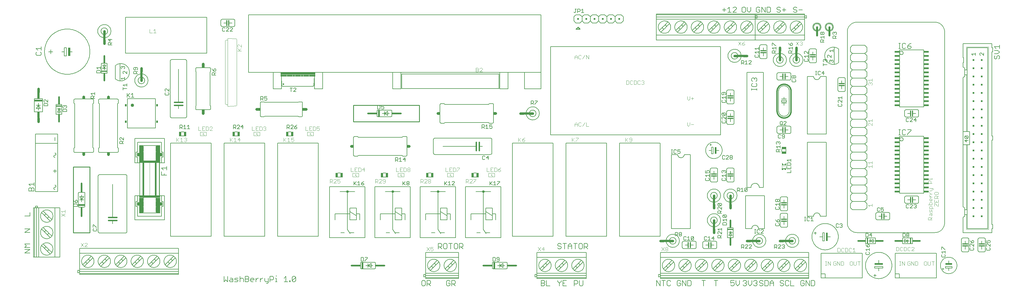
<source format=gto>
G75*
G70*
%OFA0B0*%
%FSLAX24Y24*%
%IPPOS*%
%LPD*%
%AMOC8*
5,1,8,0,0,1.08239X$1,22.5*
%
%ADD10C,0.0060*%
%ADD11C,0.0100*%
%ADD12C,0.0200*%
%ADD13R,0.0700X0.0150*%
%ADD14R,0.0200X0.0550*%
%ADD15C,0.0050*%
%ADD16C,0.0080*%
%ADD17C,0.0400*%
%ADD18R,0.0200X0.0300*%
%ADD19R,0.0250X0.1000*%
%ADD20C,0.0070*%
%ADD21C,0.0320*%
%ADD22R,0.0320X0.0120*%
%ADD23C,0.0300*%
%ADD24R,0.1000X0.0200*%
%ADD25R,0.0300X0.0750*%
%ADD26R,0.0300X0.0660*%
%ADD27C,0.0040*%
%ADD28C,0.0200*%
%ADD29R,0.4200X0.0300*%
%ADD30R,0.0750X0.0200*%
%ADD31R,0.0300X0.0200*%
%ADD32R,0.0700X0.0200*%
%ADD33R,0.0220X0.0320*%
%ADD34C,0.0020*%
%ADD35R,0.0200X0.4000*%
%ADD36R,0.0650X0.0250*%
%ADD37R,0.1200X0.0250*%
%ADD38R,0.1600X0.0100*%
%ADD39R,0.0050X0.0700*%
%ADD40R,0.0450X0.1900*%
%ADD41R,0.0300X0.0400*%
%ADD42R,0.0050X0.0400*%
%ADD43C,0.0160*%
%ADD44R,0.0320X0.0220*%
%ADD45R,0.0660X0.0300*%
%ADD46R,0.0200X0.0800*%
%ADD47R,0.0800X0.0200*%
%ADD48R,0.0200X0.0750*%
%ADD49C,0.0120*%
%ADD50R,0.0128X0.0197*%
%ADD51R,0.0059X0.0098*%
%ADD52R,0.0157X0.0069*%
%ADD53R,0.0079X0.0079*%
%ADD54R,0.0118X0.0118*%
%ADD55R,0.0128X0.0030*%
%ADD56R,0.0551X0.0256*%
%ADD57R,0.0120X0.0320*%
%ADD58C,0.0025*%
%ADD59C,0.0098*%
%ADD60R,0.0256X0.0551*%
%ADD61R,0.0200X0.1000*%
%ADD62R,0.0200X0.0200*%
%ADD63R,0.0600X0.0200*%
%ADD64C,0.0240*%
%ADD65R,0.0150X0.0700*%
%ADD66R,0.0550X0.0200*%
D10*
X000429Y004630D02*
X001070Y005057D01*
X000429Y005057D01*
X000429Y005275D02*
X000643Y005488D01*
X000429Y005702D01*
X001070Y005702D01*
X001070Y005275D02*
X000429Y005275D01*
X000429Y004630D02*
X001070Y004630D01*
X001070Y007130D02*
X000429Y007130D01*
X001070Y007557D01*
X000429Y007557D01*
X000429Y009130D02*
X001070Y009130D01*
X001070Y009557D01*
X006950Y010300D02*
X006950Y011900D01*
X006952Y011917D01*
X006956Y011934D01*
X006963Y011950D01*
X006973Y011964D01*
X006986Y011977D01*
X007000Y011987D01*
X007016Y011994D01*
X007033Y011998D01*
X007050Y012000D01*
X007650Y012000D01*
X007667Y011998D01*
X007684Y011994D01*
X007700Y011987D01*
X007714Y011977D01*
X007727Y011964D01*
X007737Y011950D01*
X007744Y011934D01*
X007748Y011917D01*
X007750Y011900D01*
X007750Y010300D01*
X007748Y010283D01*
X007744Y010266D01*
X007737Y010250D01*
X007727Y010236D01*
X007714Y010223D01*
X007700Y010213D01*
X007684Y010206D01*
X007667Y010202D01*
X007650Y010200D01*
X007050Y010200D01*
X007033Y010202D01*
X007016Y010206D01*
X007000Y010213D01*
X006986Y010223D01*
X006973Y010236D01*
X006963Y010250D01*
X006956Y010266D01*
X006952Y010283D01*
X006950Y010300D01*
X007350Y010850D02*
X007350Y011100D01*
X007600Y011100D01*
X007350Y011100D02*
X007100Y011100D01*
X007350Y011100D02*
X007100Y011500D01*
X007600Y011500D01*
X007350Y011100D01*
X007350Y011700D01*
X004450Y012100D02*
X004450Y017950D01*
X004450Y019100D01*
X001750Y019100D01*
X001750Y017950D01*
X004450Y017950D01*
X004100Y018300D02*
X004100Y018700D01*
X001750Y017950D02*
X001750Y012100D01*
X004450Y012100D01*
X004100Y012350D02*
X004079Y012352D01*
X004058Y012357D01*
X004038Y012366D01*
X004020Y012377D01*
X004004Y012392D01*
X003991Y012409D01*
X003981Y012428D01*
X003974Y012448D01*
X003970Y012469D01*
X003970Y012491D01*
X003974Y012512D01*
X003981Y012532D01*
X003991Y012551D01*
X004004Y012568D01*
X004020Y012583D01*
X004038Y012594D01*
X004058Y012603D01*
X004079Y012608D01*
X004100Y012610D01*
X004121Y012612D01*
X004142Y012617D01*
X004162Y012626D01*
X004180Y012637D01*
X004196Y012652D01*
X004209Y012669D01*
X004219Y012688D01*
X004226Y012708D01*
X004230Y012729D01*
X004230Y012751D01*
X004226Y012772D01*
X004219Y012792D01*
X004209Y012811D01*
X004196Y012828D01*
X004180Y012843D01*
X004162Y012854D01*
X004142Y012863D01*
X004121Y012868D01*
X004100Y012870D01*
X004100Y014400D02*
X004100Y014800D01*
X004300Y014600D02*
X003900Y014600D01*
X009350Y013950D02*
X009350Y007250D01*
X009352Y007224D01*
X009357Y007198D01*
X009365Y007173D01*
X009377Y007150D01*
X009391Y007128D01*
X009409Y007109D01*
X009428Y007091D01*
X009450Y007077D01*
X009473Y007065D01*
X009498Y007057D01*
X009524Y007052D01*
X009550Y007050D01*
X012650Y007050D01*
X012676Y007052D01*
X012702Y007057D01*
X012727Y007065D01*
X012750Y007077D01*
X012772Y007091D01*
X012791Y007109D01*
X012809Y007128D01*
X012823Y007150D01*
X012835Y007173D01*
X012843Y007198D01*
X012848Y007224D01*
X012850Y007250D01*
X012850Y013950D01*
X012848Y013976D01*
X012843Y014002D01*
X012835Y014027D01*
X012823Y014050D01*
X012809Y014072D01*
X012791Y014091D01*
X012772Y014109D01*
X012750Y014123D01*
X012727Y014135D01*
X012702Y014143D01*
X012676Y014148D01*
X012650Y014150D01*
X009550Y014150D01*
X009524Y014148D01*
X009498Y014143D01*
X009473Y014135D01*
X009450Y014123D01*
X009428Y014109D01*
X009409Y014091D01*
X009391Y014072D01*
X009377Y014050D01*
X009365Y014027D01*
X009357Y014002D01*
X009352Y013976D01*
X009350Y013950D01*
X011100Y013000D02*
X011100Y008950D01*
X011100Y008600D02*
X011100Y008200D01*
X013800Y008650D02*
X013800Y011600D01*
X014150Y011600D01*
X014150Y010900D01*
X013950Y010900D01*
X013950Y010300D01*
X014150Y010300D01*
X014150Y009100D01*
X017050Y009100D01*
X017050Y010300D01*
X017250Y010300D01*
X017250Y010900D01*
X017050Y010900D01*
X017050Y011600D01*
X016800Y011600D01*
X016800Y015600D01*
X017050Y015600D01*
X017050Y016300D01*
X017250Y016300D01*
X017250Y016900D01*
X017050Y016900D01*
X017050Y018100D01*
X014150Y018100D01*
X014150Y016900D01*
X013950Y016900D01*
X013950Y016300D01*
X014150Y016300D01*
X014150Y015600D01*
X014400Y015600D01*
X014400Y011600D01*
X014150Y011600D01*
X017050Y011600D02*
X017400Y011600D01*
X017400Y008650D01*
X013800Y008650D01*
X024630Y001771D02*
X024630Y001130D01*
X024844Y001344D01*
X025057Y001130D01*
X025057Y001771D01*
X025381Y001557D02*
X025595Y001557D01*
X025702Y001450D01*
X025702Y001130D01*
X025381Y001130D01*
X025275Y001237D01*
X025381Y001344D01*
X025702Y001344D01*
X025919Y001450D02*
X026026Y001344D01*
X026239Y001344D01*
X026346Y001237D01*
X026239Y001130D01*
X025919Y001130D01*
X025919Y001450D02*
X026026Y001557D01*
X026346Y001557D01*
X026564Y001450D02*
X026670Y001557D01*
X026884Y001557D01*
X026991Y001450D01*
X026991Y001130D01*
X027208Y001130D02*
X027528Y001130D01*
X027635Y001237D01*
X027635Y001344D01*
X027528Y001450D01*
X027208Y001450D01*
X027208Y001130D02*
X027208Y001771D01*
X027528Y001771D01*
X027635Y001664D01*
X027635Y001557D01*
X027528Y001450D01*
X027853Y001450D02*
X027960Y001557D01*
X028173Y001557D01*
X028280Y001450D01*
X028280Y001344D01*
X027853Y001344D01*
X027853Y001450D02*
X027853Y001237D01*
X027960Y001130D01*
X028173Y001130D01*
X028497Y001130D02*
X028497Y001557D01*
X028497Y001344D02*
X028711Y001557D01*
X028818Y001557D01*
X029034Y001557D02*
X029034Y001130D01*
X029034Y001344D02*
X029248Y001557D01*
X029355Y001557D01*
X029572Y001557D02*
X029572Y001237D01*
X029678Y001130D01*
X029999Y001130D01*
X029999Y001023D02*
X029892Y000916D01*
X029785Y000916D01*
X029999Y001023D02*
X029999Y001557D01*
X030216Y001344D02*
X030536Y001344D01*
X030643Y001450D01*
X030643Y001664D01*
X030536Y001771D01*
X030216Y001771D01*
X030216Y001130D01*
X030861Y001130D02*
X031074Y001130D01*
X030967Y001130D02*
X030967Y001557D01*
X030861Y001557D01*
X030967Y001771D02*
X030967Y001877D01*
X031935Y001557D02*
X032148Y001771D01*
X032148Y001130D01*
X031935Y001130D02*
X032362Y001130D01*
X032579Y001130D02*
X032686Y001130D01*
X032686Y001237D01*
X032579Y001237D01*
X032579Y001130D01*
X032902Y001237D02*
X033329Y001664D01*
X033329Y001237D01*
X033222Y001130D01*
X033008Y001130D01*
X032902Y001237D01*
X032902Y001664D01*
X033008Y001771D01*
X033222Y001771D01*
X033329Y001664D01*
X026564Y001771D02*
X026564Y001130D01*
X041200Y002800D02*
X041200Y003400D01*
X041202Y003417D01*
X041206Y003434D01*
X041213Y003450D01*
X041223Y003464D01*
X041236Y003477D01*
X041250Y003487D01*
X041266Y003494D01*
X041283Y003498D01*
X041300Y003500D01*
X042900Y003500D01*
X042917Y003498D01*
X042934Y003494D01*
X042950Y003487D01*
X042964Y003477D01*
X042977Y003464D01*
X042987Y003450D01*
X042994Y003434D01*
X042998Y003417D01*
X043000Y003400D01*
X043000Y002800D01*
X042998Y002783D01*
X042994Y002766D01*
X042987Y002750D01*
X042977Y002736D01*
X042964Y002723D01*
X042950Y002713D01*
X042934Y002706D01*
X042917Y002702D01*
X042900Y002700D01*
X041300Y002700D01*
X041283Y002702D01*
X041266Y002706D01*
X041250Y002713D01*
X041236Y002723D01*
X041223Y002736D01*
X041213Y002750D01*
X041206Y002766D01*
X041202Y002783D01*
X041200Y002800D01*
X041850Y003100D02*
X042100Y003100D01*
X042100Y002850D01*
X042100Y003100D02*
X042100Y003350D01*
X042100Y003100D02*
X042500Y003350D01*
X042500Y002850D01*
X042100Y003100D01*
X042700Y003100D01*
X048630Y001164D02*
X048630Y000737D01*
X048737Y000630D01*
X048950Y000630D01*
X049057Y000737D01*
X049057Y001164D01*
X048950Y001271D01*
X048737Y001271D01*
X048630Y001164D01*
X049275Y001271D02*
X049595Y001271D01*
X049702Y001164D01*
X049702Y000950D01*
X049595Y000844D01*
X049275Y000844D01*
X049488Y000844D02*
X049702Y000630D01*
X049275Y000630D02*
X049275Y001271D01*
X051630Y001164D02*
X051630Y000737D01*
X051737Y000630D01*
X051950Y000630D01*
X052057Y000737D01*
X052057Y000950D01*
X051844Y000950D01*
X052057Y001164D02*
X051950Y001271D01*
X051737Y001271D01*
X051630Y001164D01*
X052275Y001271D02*
X052595Y001271D01*
X052702Y001164D01*
X052702Y000950D01*
X052595Y000844D01*
X052275Y000844D01*
X052488Y000844D02*
X052702Y000630D01*
X052275Y000630D02*
X052275Y001271D01*
X057200Y002800D02*
X057200Y003400D01*
X057202Y003417D01*
X057206Y003434D01*
X057213Y003450D01*
X057223Y003464D01*
X057236Y003477D01*
X057250Y003487D01*
X057266Y003494D01*
X057283Y003498D01*
X057300Y003500D01*
X058900Y003500D01*
X058917Y003498D01*
X058934Y003494D01*
X058950Y003487D01*
X058964Y003477D01*
X058977Y003464D01*
X058987Y003450D01*
X058994Y003434D01*
X058998Y003417D01*
X059000Y003400D01*
X059000Y002800D01*
X058998Y002783D01*
X058994Y002766D01*
X058987Y002750D01*
X058977Y002736D01*
X058964Y002723D01*
X058950Y002713D01*
X058934Y002706D01*
X058917Y002702D01*
X058900Y002700D01*
X057300Y002700D01*
X057283Y002702D01*
X057266Y002706D01*
X057250Y002713D01*
X057236Y002723D01*
X057223Y002736D01*
X057213Y002750D01*
X057206Y002766D01*
X057202Y002783D01*
X057200Y002800D01*
X057850Y003100D02*
X058100Y003100D01*
X058100Y002850D01*
X058100Y003100D02*
X058100Y003350D01*
X058100Y003100D02*
X058500Y003350D01*
X058500Y002850D01*
X058100Y003100D01*
X058700Y003100D01*
X063130Y001271D02*
X063450Y001271D01*
X063557Y001164D01*
X063557Y001057D01*
X063450Y000950D01*
X063130Y000950D01*
X063130Y000630D02*
X063450Y000630D01*
X063557Y000737D01*
X063557Y000844D01*
X063450Y000950D01*
X063130Y000630D02*
X063130Y001271D01*
X063775Y001271D02*
X063775Y000630D01*
X064202Y000630D01*
X065130Y001164D02*
X065344Y000950D01*
X065344Y000630D01*
X065344Y000950D02*
X065557Y001164D01*
X065557Y001271D01*
X065775Y001271D02*
X065775Y000630D01*
X066202Y000630D01*
X065988Y000950D02*
X065775Y000950D01*
X065775Y001271D02*
X066202Y001271D01*
X067130Y001271D02*
X067450Y001271D01*
X067557Y001164D01*
X067557Y000950D01*
X067450Y000844D01*
X067130Y000844D01*
X067130Y000630D02*
X067130Y001271D01*
X067775Y001271D02*
X067775Y000737D01*
X067881Y000630D01*
X068095Y000630D01*
X068202Y000737D01*
X068202Y001271D01*
X065130Y001271D02*
X065130Y001164D01*
X077130Y001271D02*
X077130Y000630D01*
X077557Y000630D02*
X077557Y001271D01*
X077775Y001271D02*
X078202Y001271D01*
X077988Y001271D02*
X077988Y000630D01*
X077557Y000630D02*
X077130Y001271D01*
X078419Y001164D02*
X078419Y000737D01*
X078526Y000630D01*
X078739Y000630D01*
X078846Y000737D01*
X078846Y001164D02*
X078739Y001271D01*
X078526Y001271D01*
X078419Y001164D01*
X079630Y001164D02*
X079630Y000737D01*
X079737Y000630D01*
X079950Y000630D01*
X080057Y000737D01*
X080057Y000950D01*
X079844Y000950D01*
X080057Y001164D02*
X079950Y001271D01*
X079737Y001271D01*
X079630Y001164D01*
X080275Y001271D02*
X080702Y000630D01*
X080702Y001271D01*
X080919Y001271D02*
X081239Y001271D01*
X081346Y001164D01*
X081346Y000737D01*
X081239Y000630D01*
X080919Y000630D01*
X080919Y001271D01*
X080275Y001271D02*
X080275Y000630D01*
X082630Y001271D02*
X083057Y001271D01*
X082844Y001271D02*
X082844Y000630D01*
X084344Y000630D02*
X084344Y001271D01*
X084557Y001271D02*
X084130Y001271D01*
X086130Y001271D02*
X086130Y000950D01*
X086344Y001057D01*
X086450Y001057D01*
X086557Y000950D01*
X086557Y000737D01*
X086450Y000630D01*
X086237Y000630D01*
X086130Y000737D01*
X086130Y001271D02*
X086557Y001271D01*
X086775Y001271D02*
X086775Y000844D01*
X086988Y000630D01*
X087202Y000844D01*
X087202Y001271D01*
X087630Y001164D02*
X087737Y001271D01*
X087950Y001271D01*
X088057Y001164D01*
X088057Y001057D01*
X087950Y000950D01*
X088057Y000844D01*
X088057Y000737D01*
X087950Y000630D01*
X087737Y000630D01*
X087630Y000737D01*
X087844Y000950D02*
X087950Y000950D01*
X088275Y000844D02*
X088488Y000630D01*
X088702Y000844D01*
X088702Y001271D01*
X088919Y001164D02*
X089026Y001271D01*
X089239Y001271D01*
X089346Y001164D01*
X089346Y001057D01*
X089239Y000950D01*
X089346Y000844D01*
X089346Y000737D01*
X089239Y000630D01*
X089026Y000630D01*
X088919Y000737D01*
X089133Y000950D02*
X089239Y000950D01*
X089630Y001057D02*
X089737Y000950D01*
X089950Y000950D01*
X090057Y000844D01*
X090057Y000737D01*
X089950Y000630D01*
X089737Y000630D01*
X089630Y000737D01*
X089630Y001057D02*
X089630Y001164D01*
X089737Y001271D01*
X089950Y001271D01*
X090057Y001164D01*
X090275Y001271D02*
X090595Y001271D01*
X090702Y001164D01*
X090702Y000737D01*
X090595Y000630D01*
X090275Y000630D01*
X090275Y001271D01*
X090919Y001057D02*
X091133Y001271D01*
X091346Y001057D01*
X091346Y000630D01*
X091346Y000950D02*
X090919Y000950D01*
X090919Y001057D02*
X090919Y000630D01*
X092130Y000737D02*
X092237Y000630D01*
X092450Y000630D01*
X092557Y000737D01*
X092557Y000844D01*
X092450Y000950D01*
X092237Y000950D01*
X092130Y001057D01*
X092130Y001164D01*
X092237Y001271D01*
X092450Y001271D01*
X092557Y001164D01*
X092775Y001164D02*
X092775Y000737D01*
X092881Y000630D01*
X093095Y000630D01*
X093202Y000737D01*
X093419Y000630D02*
X093846Y000630D01*
X093419Y000630D02*
X093419Y001271D01*
X093202Y001164D02*
X093095Y001271D01*
X092881Y001271D01*
X092775Y001164D01*
X094630Y001164D02*
X094630Y000737D01*
X094737Y000630D01*
X094950Y000630D01*
X095057Y000737D01*
X095057Y000950D01*
X094844Y000950D01*
X095057Y001164D02*
X094950Y001271D01*
X094737Y001271D01*
X094630Y001164D01*
X095275Y001271D02*
X095702Y000630D01*
X095702Y001271D01*
X095919Y001271D02*
X096239Y001271D01*
X096346Y001164D01*
X096346Y000737D01*
X096239Y000630D01*
X095919Y000630D01*
X095919Y001271D01*
X095275Y001271D02*
X095275Y000630D01*
X088275Y000844D02*
X088275Y001271D01*
X084250Y005150D02*
X082950Y005150D01*
X082924Y005152D01*
X082898Y005157D01*
X082873Y005165D01*
X082850Y005177D01*
X082828Y005191D01*
X082809Y005209D01*
X082791Y005228D01*
X082777Y005250D01*
X082765Y005273D01*
X082757Y005298D01*
X082752Y005324D01*
X082750Y005350D01*
X082750Y005850D01*
X082752Y005876D01*
X082757Y005902D01*
X082765Y005927D01*
X082777Y005950D01*
X082791Y005972D01*
X082809Y005991D01*
X082828Y006009D01*
X082850Y006023D01*
X082873Y006035D01*
X082898Y006043D01*
X082924Y006048D01*
X082950Y006050D01*
X084250Y006050D01*
X084276Y006048D01*
X084302Y006043D01*
X084327Y006035D01*
X084350Y006023D01*
X084372Y006009D01*
X084391Y005991D01*
X084409Y005972D01*
X084423Y005950D01*
X084435Y005927D01*
X084443Y005902D01*
X084448Y005876D01*
X084450Y005850D01*
X084450Y005350D01*
X084448Y005324D01*
X084443Y005298D01*
X084435Y005273D01*
X084423Y005250D01*
X084409Y005228D01*
X084391Y005209D01*
X084372Y005191D01*
X084350Y005177D01*
X084327Y005165D01*
X084302Y005157D01*
X084276Y005152D01*
X084250Y005150D01*
X084100Y005600D02*
X083730Y005600D01*
X083480Y005600D02*
X083100Y005600D01*
X081950Y005350D02*
X081950Y005850D01*
X081948Y005876D01*
X081943Y005902D01*
X081935Y005927D01*
X081923Y005950D01*
X081909Y005972D01*
X081891Y005991D01*
X081872Y006009D01*
X081850Y006023D01*
X081827Y006035D01*
X081802Y006043D01*
X081776Y006048D01*
X081750Y006050D01*
X080450Y006050D01*
X080424Y006048D01*
X080398Y006043D01*
X080373Y006035D01*
X080350Y006023D01*
X080328Y006009D01*
X080309Y005991D01*
X080291Y005972D01*
X080277Y005950D01*
X080265Y005927D01*
X080257Y005902D01*
X080252Y005876D01*
X080250Y005850D01*
X080250Y005350D01*
X080252Y005324D01*
X080257Y005298D01*
X080265Y005273D01*
X080277Y005250D01*
X080291Y005228D01*
X080309Y005209D01*
X080328Y005191D01*
X080350Y005177D01*
X080373Y005165D01*
X080398Y005157D01*
X080424Y005152D01*
X080450Y005150D01*
X081750Y005150D01*
X081776Y005152D01*
X081802Y005157D01*
X081827Y005165D01*
X081850Y005177D01*
X081872Y005191D01*
X081891Y005209D01*
X081909Y005228D01*
X081923Y005250D01*
X081935Y005273D01*
X081943Y005298D01*
X081948Y005324D01*
X081950Y005350D01*
X081600Y005600D02*
X081230Y005600D01*
X080980Y005600D02*
X080600Y005600D01*
X078700Y006100D02*
X078702Y006140D01*
X078708Y006179D01*
X078718Y006218D01*
X078731Y006255D01*
X078749Y006291D01*
X078770Y006325D01*
X078794Y006357D01*
X078821Y006386D01*
X078851Y006413D01*
X078883Y006436D01*
X078918Y006456D01*
X078954Y006472D01*
X078992Y006485D01*
X079031Y006494D01*
X079070Y006499D01*
X079110Y006500D01*
X079150Y006497D01*
X079189Y006490D01*
X079227Y006479D01*
X079265Y006465D01*
X079300Y006446D01*
X079333Y006425D01*
X079365Y006400D01*
X079393Y006372D01*
X079419Y006342D01*
X079441Y006309D01*
X079460Y006274D01*
X079476Y006237D01*
X079488Y006199D01*
X079496Y006160D01*
X079500Y006120D01*
X079500Y006080D01*
X079496Y006040D01*
X079488Y006001D01*
X079476Y005963D01*
X079460Y005926D01*
X079441Y005891D01*
X079419Y005858D01*
X079393Y005828D01*
X079365Y005800D01*
X079333Y005775D01*
X079300Y005754D01*
X079265Y005735D01*
X079227Y005721D01*
X079189Y005710D01*
X079150Y005703D01*
X079110Y005700D01*
X079070Y005701D01*
X079031Y005706D01*
X078992Y005715D01*
X078954Y005728D01*
X078918Y005744D01*
X078883Y005764D01*
X078851Y005787D01*
X078821Y005814D01*
X078794Y005843D01*
X078770Y005875D01*
X078749Y005909D01*
X078731Y005945D01*
X078718Y005982D01*
X078708Y006021D01*
X078702Y006060D01*
X078700Y006100D01*
X078300Y006100D02*
X078302Y006156D01*
X078308Y006213D01*
X078318Y006268D01*
X078332Y006323D01*
X078349Y006377D01*
X078371Y006429D01*
X078396Y006479D01*
X078424Y006528D01*
X078456Y006575D01*
X078491Y006619D01*
X078529Y006661D01*
X078570Y006700D01*
X078614Y006735D01*
X078660Y006768D01*
X078708Y006797D01*
X078758Y006823D01*
X078810Y006846D01*
X078864Y006864D01*
X078918Y006879D01*
X078973Y006890D01*
X079029Y006897D01*
X079086Y006900D01*
X079142Y006899D01*
X079199Y006894D01*
X079254Y006885D01*
X079309Y006872D01*
X079363Y006855D01*
X079416Y006835D01*
X079467Y006811D01*
X079516Y006783D01*
X079563Y006752D01*
X079608Y006718D01*
X079651Y006680D01*
X079690Y006640D01*
X079727Y006597D01*
X079760Y006552D01*
X079790Y006504D01*
X079817Y006454D01*
X079840Y006403D01*
X079860Y006350D01*
X079876Y006296D01*
X079888Y006240D01*
X079896Y006185D01*
X079900Y006128D01*
X079900Y006072D01*
X079896Y006015D01*
X079888Y005960D01*
X079876Y005904D01*
X079860Y005850D01*
X079840Y005797D01*
X079817Y005746D01*
X079790Y005696D01*
X079760Y005648D01*
X079727Y005603D01*
X079690Y005560D01*
X079651Y005520D01*
X079608Y005482D01*
X079563Y005448D01*
X079516Y005417D01*
X079467Y005389D01*
X079416Y005365D01*
X079363Y005345D01*
X079309Y005328D01*
X079254Y005315D01*
X079199Y005306D01*
X079142Y005301D01*
X079086Y005300D01*
X079029Y005303D01*
X078973Y005310D01*
X078918Y005321D01*
X078864Y005336D01*
X078810Y005354D01*
X078758Y005377D01*
X078708Y005403D01*
X078660Y005432D01*
X078614Y005465D01*
X078570Y005500D01*
X078529Y005539D01*
X078491Y005581D01*
X078456Y005625D01*
X078424Y005672D01*
X078396Y005721D01*
X078371Y005771D01*
X078349Y005823D01*
X078332Y005877D01*
X078318Y005932D01*
X078308Y005987D01*
X078302Y006044D01*
X078300Y006100D01*
X078950Y007600D02*
X081250Y007600D01*
X081250Y016600D01*
X080500Y016600D01*
X080498Y016561D01*
X080492Y016522D01*
X080483Y016484D01*
X080470Y016447D01*
X080453Y016411D01*
X080433Y016378D01*
X080409Y016346D01*
X080383Y016317D01*
X080354Y016291D01*
X080322Y016267D01*
X080289Y016247D01*
X080253Y016230D01*
X080216Y016217D01*
X080178Y016208D01*
X080139Y016202D01*
X080100Y016200D01*
X080061Y016202D01*
X080022Y016208D01*
X079984Y016217D01*
X079947Y016230D01*
X079911Y016247D01*
X079878Y016267D01*
X079846Y016291D01*
X079817Y016317D01*
X079791Y016346D01*
X079767Y016378D01*
X079747Y016411D01*
X079730Y016447D01*
X079717Y016484D01*
X079708Y016522D01*
X079702Y016561D01*
X079700Y016600D01*
X078950Y016600D01*
X078950Y007600D01*
X083700Y008600D02*
X083702Y008640D01*
X083708Y008679D01*
X083718Y008718D01*
X083731Y008755D01*
X083749Y008791D01*
X083770Y008825D01*
X083794Y008857D01*
X083821Y008886D01*
X083851Y008913D01*
X083883Y008936D01*
X083918Y008956D01*
X083954Y008972D01*
X083992Y008985D01*
X084031Y008994D01*
X084070Y008999D01*
X084110Y009000D01*
X084150Y008997D01*
X084189Y008990D01*
X084227Y008979D01*
X084265Y008965D01*
X084300Y008946D01*
X084333Y008925D01*
X084365Y008900D01*
X084393Y008872D01*
X084419Y008842D01*
X084441Y008809D01*
X084460Y008774D01*
X084476Y008737D01*
X084488Y008699D01*
X084496Y008660D01*
X084500Y008620D01*
X084500Y008580D01*
X084496Y008540D01*
X084488Y008501D01*
X084476Y008463D01*
X084460Y008426D01*
X084441Y008391D01*
X084419Y008358D01*
X084393Y008328D01*
X084365Y008300D01*
X084333Y008275D01*
X084300Y008254D01*
X084265Y008235D01*
X084227Y008221D01*
X084189Y008210D01*
X084150Y008203D01*
X084110Y008200D01*
X084070Y008201D01*
X084031Y008206D01*
X083992Y008215D01*
X083954Y008228D01*
X083918Y008244D01*
X083883Y008264D01*
X083851Y008287D01*
X083821Y008314D01*
X083794Y008343D01*
X083770Y008375D01*
X083749Y008409D01*
X083731Y008445D01*
X083718Y008482D01*
X083708Y008521D01*
X083702Y008560D01*
X083700Y008600D01*
X083300Y008600D02*
X083302Y008656D01*
X083308Y008713D01*
X083318Y008768D01*
X083332Y008823D01*
X083349Y008877D01*
X083371Y008929D01*
X083396Y008979D01*
X083424Y009028D01*
X083456Y009075D01*
X083491Y009119D01*
X083529Y009161D01*
X083570Y009200D01*
X083614Y009235D01*
X083660Y009268D01*
X083708Y009297D01*
X083758Y009323D01*
X083810Y009346D01*
X083864Y009364D01*
X083918Y009379D01*
X083973Y009390D01*
X084029Y009397D01*
X084086Y009400D01*
X084142Y009399D01*
X084199Y009394D01*
X084254Y009385D01*
X084309Y009372D01*
X084363Y009355D01*
X084416Y009335D01*
X084467Y009311D01*
X084516Y009283D01*
X084563Y009252D01*
X084608Y009218D01*
X084651Y009180D01*
X084690Y009140D01*
X084727Y009097D01*
X084760Y009052D01*
X084790Y009004D01*
X084817Y008954D01*
X084840Y008903D01*
X084860Y008850D01*
X084876Y008796D01*
X084888Y008740D01*
X084896Y008685D01*
X084900Y008628D01*
X084900Y008572D01*
X084896Y008515D01*
X084888Y008460D01*
X084876Y008404D01*
X084860Y008350D01*
X084840Y008297D01*
X084817Y008246D01*
X084790Y008196D01*
X084760Y008148D01*
X084727Y008103D01*
X084690Y008060D01*
X084651Y008020D01*
X084608Y007982D01*
X084563Y007948D01*
X084516Y007917D01*
X084467Y007889D01*
X084416Y007865D01*
X084363Y007845D01*
X084309Y007828D01*
X084254Y007815D01*
X084199Y007806D01*
X084142Y007801D01*
X084086Y007800D01*
X084029Y007803D01*
X083973Y007810D01*
X083918Y007821D01*
X083864Y007836D01*
X083810Y007854D01*
X083758Y007877D01*
X083708Y007903D01*
X083660Y007932D01*
X083614Y007965D01*
X083570Y008000D01*
X083529Y008039D01*
X083491Y008081D01*
X083456Y008125D01*
X083424Y008172D01*
X083396Y008221D01*
X083371Y008271D01*
X083349Y008323D01*
X083332Y008377D01*
X083318Y008432D01*
X083308Y008487D01*
X083302Y008544D01*
X083300Y008600D01*
X085750Y007700D02*
X086450Y007700D01*
X086450Y006500D01*
X085750Y006500D01*
X085750Y007700D01*
X086100Y007300D02*
X086100Y007150D01*
X086300Y007150D01*
X086300Y007050D01*
X086100Y007150D02*
X085900Y007150D01*
X086100Y007150D02*
X086300Y006750D01*
X085900Y006750D01*
X086100Y007150D01*
X086100Y006600D01*
X087950Y007600D02*
X088700Y007600D01*
X088702Y007639D01*
X088708Y007678D01*
X088717Y007716D01*
X088730Y007753D01*
X088747Y007789D01*
X088767Y007822D01*
X088791Y007854D01*
X088817Y007883D01*
X088846Y007909D01*
X088878Y007933D01*
X088911Y007953D01*
X088947Y007970D01*
X088984Y007983D01*
X089022Y007992D01*
X089061Y007998D01*
X089100Y008000D01*
X089139Y007998D01*
X089178Y007992D01*
X089216Y007983D01*
X089253Y007970D01*
X089289Y007953D01*
X089322Y007933D01*
X089354Y007909D01*
X089383Y007883D01*
X089409Y007854D01*
X089433Y007822D01*
X089453Y007789D01*
X089470Y007753D01*
X089483Y007716D01*
X089492Y007678D01*
X089498Y007639D01*
X089500Y007600D01*
X090250Y007600D01*
X090250Y011600D01*
X087950Y011600D01*
X087950Y007600D01*
X089200Y006100D02*
X089202Y006140D01*
X089208Y006179D01*
X089218Y006218D01*
X089231Y006255D01*
X089249Y006291D01*
X089270Y006325D01*
X089294Y006357D01*
X089321Y006386D01*
X089351Y006413D01*
X089383Y006436D01*
X089418Y006456D01*
X089454Y006472D01*
X089492Y006485D01*
X089531Y006494D01*
X089570Y006499D01*
X089610Y006500D01*
X089650Y006497D01*
X089689Y006490D01*
X089727Y006479D01*
X089765Y006465D01*
X089800Y006446D01*
X089833Y006425D01*
X089865Y006400D01*
X089893Y006372D01*
X089919Y006342D01*
X089941Y006309D01*
X089960Y006274D01*
X089976Y006237D01*
X089988Y006199D01*
X089996Y006160D01*
X090000Y006120D01*
X090000Y006080D01*
X089996Y006040D01*
X089988Y006001D01*
X089976Y005963D01*
X089960Y005926D01*
X089941Y005891D01*
X089919Y005858D01*
X089893Y005828D01*
X089865Y005800D01*
X089833Y005775D01*
X089800Y005754D01*
X089765Y005735D01*
X089727Y005721D01*
X089689Y005710D01*
X089650Y005703D01*
X089610Y005700D01*
X089570Y005701D01*
X089531Y005706D01*
X089492Y005715D01*
X089454Y005728D01*
X089418Y005744D01*
X089383Y005764D01*
X089351Y005787D01*
X089321Y005814D01*
X089294Y005843D01*
X089270Y005875D01*
X089249Y005909D01*
X089231Y005945D01*
X089218Y005982D01*
X089208Y006021D01*
X089202Y006060D01*
X089200Y006100D01*
X088800Y006100D02*
X088802Y006156D01*
X088808Y006213D01*
X088818Y006268D01*
X088832Y006323D01*
X088849Y006377D01*
X088871Y006429D01*
X088896Y006479D01*
X088924Y006528D01*
X088956Y006575D01*
X088991Y006619D01*
X089029Y006661D01*
X089070Y006700D01*
X089114Y006735D01*
X089160Y006768D01*
X089208Y006797D01*
X089258Y006823D01*
X089310Y006846D01*
X089364Y006864D01*
X089418Y006879D01*
X089473Y006890D01*
X089529Y006897D01*
X089586Y006900D01*
X089642Y006899D01*
X089699Y006894D01*
X089754Y006885D01*
X089809Y006872D01*
X089863Y006855D01*
X089916Y006835D01*
X089967Y006811D01*
X090016Y006783D01*
X090063Y006752D01*
X090108Y006718D01*
X090151Y006680D01*
X090190Y006640D01*
X090227Y006597D01*
X090260Y006552D01*
X090290Y006504D01*
X090317Y006454D01*
X090340Y006403D01*
X090360Y006350D01*
X090376Y006296D01*
X090388Y006240D01*
X090396Y006185D01*
X090400Y006128D01*
X090400Y006072D01*
X090396Y006015D01*
X090388Y005960D01*
X090376Y005904D01*
X090360Y005850D01*
X090340Y005797D01*
X090317Y005746D01*
X090290Y005696D01*
X090260Y005648D01*
X090227Y005603D01*
X090190Y005560D01*
X090151Y005520D01*
X090108Y005482D01*
X090063Y005448D01*
X090016Y005417D01*
X089967Y005389D01*
X089916Y005365D01*
X089863Y005345D01*
X089809Y005328D01*
X089754Y005315D01*
X089699Y005306D01*
X089642Y005301D01*
X089586Y005300D01*
X089529Y005303D01*
X089473Y005310D01*
X089418Y005321D01*
X089364Y005336D01*
X089310Y005354D01*
X089258Y005377D01*
X089208Y005403D01*
X089160Y005432D01*
X089114Y005465D01*
X089070Y005500D01*
X089029Y005539D01*
X088991Y005581D01*
X088956Y005625D01*
X088924Y005672D01*
X088896Y005721D01*
X088871Y005771D01*
X088849Y005823D01*
X088832Y005877D01*
X088818Y005932D01*
X088808Y005987D01*
X088802Y006044D01*
X088800Y006100D01*
X093200Y006100D02*
X093202Y006140D01*
X093208Y006179D01*
X093218Y006218D01*
X093231Y006255D01*
X093249Y006291D01*
X093270Y006325D01*
X093294Y006357D01*
X093321Y006386D01*
X093351Y006413D01*
X093383Y006436D01*
X093418Y006456D01*
X093454Y006472D01*
X093492Y006485D01*
X093531Y006494D01*
X093570Y006499D01*
X093610Y006500D01*
X093650Y006497D01*
X093689Y006490D01*
X093727Y006479D01*
X093765Y006465D01*
X093800Y006446D01*
X093833Y006425D01*
X093865Y006400D01*
X093893Y006372D01*
X093919Y006342D01*
X093941Y006309D01*
X093960Y006274D01*
X093976Y006237D01*
X093988Y006199D01*
X093996Y006160D01*
X094000Y006120D01*
X094000Y006080D01*
X093996Y006040D01*
X093988Y006001D01*
X093976Y005963D01*
X093960Y005926D01*
X093941Y005891D01*
X093919Y005858D01*
X093893Y005828D01*
X093865Y005800D01*
X093833Y005775D01*
X093800Y005754D01*
X093765Y005735D01*
X093727Y005721D01*
X093689Y005710D01*
X093650Y005703D01*
X093610Y005700D01*
X093570Y005701D01*
X093531Y005706D01*
X093492Y005715D01*
X093454Y005728D01*
X093418Y005744D01*
X093383Y005764D01*
X093351Y005787D01*
X093321Y005814D01*
X093294Y005843D01*
X093270Y005875D01*
X093249Y005909D01*
X093231Y005945D01*
X093218Y005982D01*
X093208Y006021D01*
X093202Y006060D01*
X093200Y006100D01*
X092800Y006100D02*
X092802Y006156D01*
X092808Y006213D01*
X092818Y006268D01*
X092832Y006323D01*
X092849Y006377D01*
X092871Y006429D01*
X092896Y006479D01*
X092924Y006528D01*
X092956Y006575D01*
X092991Y006619D01*
X093029Y006661D01*
X093070Y006700D01*
X093114Y006735D01*
X093160Y006768D01*
X093208Y006797D01*
X093258Y006823D01*
X093310Y006846D01*
X093364Y006864D01*
X093418Y006879D01*
X093473Y006890D01*
X093529Y006897D01*
X093586Y006900D01*
X093642Y006899D01*
X093699Y006894D01*
X093754Y006885D01*
X093809Y006872D01*
X093863Y006855D01*
X093916Y006835D01*
X093967Y006811D01*
X094016Y006783D01*
X094063Y006752D01*
X094108Y006718D01*
X094151Y006680D01*
X094190Y006640D01*
X094227Y006597D01*
X094260Y006552D01*
X094290Y006504D01*
X094317Y006454D01*
X094340Y006403D01*
X094360Y006350D01*
X094376Y006296D01*
X094388Y006240D01*
X094396Y006185D01*
X094400Y006128D01*
X094400Y006072D01*
X094396Y006015D01*
X094388Y005960D01*
X094376Y005904D01*
X094360Y005850D01*
X094340Y005797D01*
X094317Y005746D01*
X094290Y005696D01*
X094260Y005648D01*
X094227Y005603D01*
X094190Y005560D01*
X094151Y005520D01*
X094108Y005482D01*
X094063Y005448D01*
X094016Y005417D01*
X093967Y005389D01*
X093916Y005365D01*
X093863Y005345D01*
X093809Y005328D01*
X093754Y005315D01*
X093699Y005306D01*
X093642Y005301D01*
X093586Y005300D01*
X093529Y005303D01*
X093473Y005310D01*
X093418Y005321D01*
X093364Y005336D01*
X093310Y005354D01*
X093258Y005377D01*
X093208Y005403D01*
X093160Y005432D01*
X093114Y005465D01*
X093070Y005500D01*
X093029Y005539D01*
X092991Y005581D01*
X092956Y005625D01*
X092924Y005672D01*
X092896Y005721D01*
X092871Y005771D01*
X092849Y005823D01*
X092832Y005877D01*
X092818Y005932D01*
X092808Y005987D01*
X092802Y006044D01*
X092800Y006100D01*
X096250Y007050D02*
X096550Y007050D01*
X096400Y006900D02*
X096400Y007200D01*
X097300Y007100D02*
X097300Y006600D01*
X097300Y006100D01*
X097500Y006100D01*
X097500Y007100D01*
X097300Y007100D01*
X097300Y006600D02*
X096950Y006600D01*
X096000Y006600D02*
X096002Y006680D01*
X096008Y006759D01*
X096018Y006838D01*
X096032Y006917D01*
X096049Y006995D01*
X096071Y007072D01*
X096096Y007147D01*
X096126Y007221D01*
X096158Y007294D01*
X096195Y007365D01*
X096235Y007434D01*
X096278Y007501D01*
X096325Y007566D01*
X096374Y007628D01*
X096427Y007688D01*
X096483Y007745D01*
X096541Y007800D01*
X096602Y007851D01*
X096666Y007899D01*
X096732Y007944D01*
X096800Y007986D01*
X096870Y008024D01*
X096942Y008058D01*
X097015Y008089D01*
X097090Y008117D01*
X097167Y008140D01*
X097244Y008160D01*
X097322Y008176D01*
X097401Y008188D01*
X097480Y008196D01*
X097560Y008200D01*
X097640Y008200D01*
X097720Y008196D01*
X097799Y008188D01*
X097878Y008176D01*
X097956Y008160D01*
X098033Y008140D01*
X098110Y008117D01*
X098185Y008089D01*
X098258Y008058D01*
X098330Y008024D01*
X098400Y007986D01*
X098468Y007944D01*
X098534Y007899D01*
X098598Y007851D01*
X098659Y007800D01*
X098717Y007745D01*
X098773Y007688D01*
X098826Y007628D01*
X098875Y007566D01*
X098922Y007501D01*
X098965Y007434D01*
X099005Y007365D01*
X099042Y007294D01*
X099074Y007221D01*
X099104Y007147D01*
X099129Y007072D01*
X099151Y006995D01*
X099168Y006917D01*
X099182Y006838D01*
X099192Y006759D01*
X099198Y006680D01*
X099200Y006600D01*
X099198Y006520D01*
X099192Y006441D01*
X099182Y006362D01*
X099168Y006283D01*
X099151Y006205D01*
X099129Y006128D01*
X099104Y006053D01*
X099074Y005979D01*
X099042Y005906D01*
X099005Y005835D01*
X098965Y005766D01*
X098922Y005699D01*
X098875Y005634D01*
X098826Y005572D01*
X098773Y005512D01*
X098717Y005455D01*
X098659Y005400D01*
X098598Y005349D01*
X098534Y005301D01*
X098468Y005256D01*
X098400Y005214D01*
X098330Y005176D01*
X098258Y005142D01*
X098185Y005111D01*
X098110Y005083D01*
X098033Y005060D01*
X097956Y005040D01*
X097878Y005024D01*
X097799Y005012D01*
X097720Y005004D01*
X097640Y005000D01*
X097560Y005000D01*
X097480Y005004D01*
X097401Y005012D01*
X097322Y005024D01*
X097244Y005040D01*
X097167Y005060D01*
X097090Y005083D01*
X097015Y005111D01*
X096942Y005142D01*
X096870Y005176D01*
X096800Y005214D01*
X096732Y005256D01*
X096666Y005301D01*
X096602Y005349D01*
X096541Y005400D01*
X096483Y005455D01*
X096427Y005512D01*
X096374Y005572D01*
X096325Y005634D01*
X096278Y005699D01*
X096235Y005766D01*
X096195Y005835D01*
X096158Y005906D01*
X096126Y005979D01*
X096096Y006053D01*
X096071Y006128D01*
X096049Y006205D01*
X096032Y006283D01*
X096018Y006362D01*
X096008Y006441D01*
X096002Y006520D01*
X096000Y006600D01*
X097850Y006600D02*
X098250Y006600D01*
X102500Y006450D02*
X102500Y005750D01*
X103700Y005750D01*
X103700Y006450D01*
X102500Y006450D01*
X102900Y006100D02*
X103050Y006100D01*
X103050Y006300D01*
X103150Y006300D01*
X103050Y006100D02*
X103050Y005900D01*
X103050Y006100D02*
X103450Y005900D01*
X103450Y006300D01*
X103050Y006100D01*
X103600Y006100D01*
X107000Y006450D02*
X107000Y005750D01*
X108200Y005750D01*
X108200Y006450D01*
X107000Y006450D01*
X107250Y006300D02*
X107650Y006100D01*
X107650Y005900D01*
X107550Y005900D01*
X107650Y006100D02*
X107250Y005900D01*
X107250Y006300D01*
X107100Y006100D02*
X107650Y006100D01*
X107650Y006300D01*
X107650Y006100D02*
X107800Y006100D01*
X114150Y006250D02*
X114150Y004950D01*
X114152Y004924D01*
X114157Y004898D01*
X114165Y004873D01*
X114177Y004850D01*
X114191Y004828D01*
X114209Y004809D01*
X114228Y004791D01*
X114250Y004777D01*
X114273Y004765D01*
X114298Y004757D01*
X114324Y004752D01*
X114350Y004750D01*
X114850Y004750D01*
X114876Y004752D01*
X114902Y004757D01*
X114927Y004765D01*
X114950Y004777D01*
X114972Y004791D01*
X114991Y004809D01*
X115009Y004828D01*
X115023Y004850D01*
X115035Y004873D01*
X115043Y004898D01*
X115048Y004924D01*
X115050Y004950D01*
X115050Y006250D01*
X115048Y006276D01*
X115043Y006302D01*
X115035Y006327D01*
X115023Y006350D01*
X115009Y006372D01*
X114991Y006391D01*
X114972Y006409D01*
X114950Y006423D01*
X114927Y006435D01*
X114902Y006443D01*
X114876Y006448D01*
X114850Y006450D01*
X114350Y006450D01*
X114324Y006448D01*
X114298Y006443D01*
X114273Y006435D01*
X114250Y006423D01*
X114228Y006409D01*
X114209Y006391D01*
X114191Y006372D01*
X114177Y006350D01*
X114165Y006327D01*
X114157Y006302D01*
X114152Y006276D01*
X114150Y006250D01*
X114600Y006100D02*
X114600Y005720D01*
X114600Y005470D02*
X114600Y005100D01*
X116150Y004950D02*
X116150Y006250D01*
X116152Y006276D01*
X116157Y006302D01*
X116165Y006327D01*
X116177Y006350D01*
X116191Y006372D01*
X116209Y006391D01*
X116228Y006409D01*
X116250Y006423D01*
X116273Y006435D01*
X116298Y006443D01*
X116324Y006448D01*
X116350Y006450D01*
X116850Y006450D01*
X116876Y006448D01*
X116902Y006443D01*
X116927Y006435D01*
X116950Y006423D01*
X116972Y006409D01*
X116991Y006391D01*
X117009Y006372D01*
X117023Y006350D01*
X117035Y006327D01*
X117043Y006302D01*
X117048Y006276D01*
X117050Y006250D01*
X117050Y004950D01*
X117048Y004924D01*
X117043Y004898D01*
X117035Y004873D01*
X117023Y004850D01*
X117009Y004828D01*
X116991Y004809D01*
X116972Y004791D01*
X116950Y004777D01*
X116927Y004765D01*
X116902Y004757D01*
X116876Y004752D01*
X116850Y004750D01*
X116350Y004750D01*
X116324Y004752D01*
X116298Y004757D01*
X116273Y004765D01*
X116250Y004777D01*
X116228Y004791D01*
X116209Y004809D01*
X116191Y004828D01*
X116177Y004850D01*
X116165Y004873D01*
X116157Y004898D01*
X116152Y004924D01*
X116150Y004950D01*
X116600Y005100D02*
X116600Y005470D01*
X116600Y005720D02*
X116600Y006100D01*
X117850Y007100D02*
X114350Y007100D01*
X114350Y008950D01*
X114550Y009100D01*
X114550Y009300D01*
X114550Y009900D01*
X114550Y010100D01*
X114350Y010250D01*
X114350Y017800D01*
X114750Y017800D01*
X114850Y017800D01*
X114850Y009900D01*
X114850Y009300D01*
X114750Y009300D01*
X114550Y009300D01*
X114850Y009300D02*
X114850Y007600D01*
X117350Y007600D01*
X117350Y029600D01*
X114850Y029600D01*
X114850Y026900D01*
X114850Y026300D01*
X114750Y026300D01*
X114550Y026300D01*
X114550Y026100D01*
X114350Y025950D01*
X114350Y019400D01*
X114750Y019400D01*
X114850Y019400D01*
X114850Y026300D01*
X114550Y026300D02*
X114550Y026900D01*
X114550Y027100D01*
X114350Y027250D01*
X114350Y027800D01*
X114400Y027800D01*
X114400Y028400D01*
X114350Y028400D01*
X114350Y030100D01*
X117850Y030100D01*
X117850Y029600D01*
X117950Y029600D01*
X117950Y029100D01*
X117850Y029100D01*
X117850Y018850D01*
X117950Y018850D01*
X117950Y018350D01*
X117850Y018350D01*
X117850Y008100D01*
X117950Y008100D01*
X117950Y007600D01*
X117850Y007600D01*
X117850Y007100D01*
X114850Y009900D02*
X114750Y009900D01*
X114550Y009900D01*
X109562Y011870D02*
X109562Y018820D01*
X106638Y018820D01*
X106638Y011870D01*
X109562Y011870D01*
X108950Y011350D02*
X108950Y010850D01*
X108948Y010824D01*
X108943Y010798D01*
X108935Y010773D01*
X108923Y010750D01*
X108909Y010728D01*
X108891Y010709D01*
X108872Y010691D01*
X108850Y010677D01*
X108827Y010665D01*
X108802Y010657D01*
X108776Y010652D01*
X108750Y010650D01*
X107450Y010650D01*
X107424Y010652D01*
X107398Y010657D01*
X107373Y010665D01*
X107350Y010677D01*
X107328Y010691D01*
X107309Y010709D01*
X107291Y010728D01*
X107277Y010750D01*
X107265Y010773D01*
X107257Y010798D01*
X107252Y010824D01*
X107250Y010850D01*
X107250Y011350D01*
X107252Y011376D01*
X107257Y011402D01*
X107265Y011427D01*
X107277Y011450D01*
X107291Y011472D01*
X107309Y011491D01*
X107328Y011509D01*
X107350Y011523D01*
X107373Y011535D01*
X107398Y011543D01*
X107424Y011548D01*
X107450Y011550D01*
X108750Y011550D01*
X108776Y011548D01*
X108802Y011543D01*
X108827Y011535D01*
X108850Y011523D01*
X108872Y011509D01*
X108891Y011491D01*
X108909Y011472D01*
X108923Y011450D01*
X108935Y011427D01*
X108943Y011402D01*
X108948Y011376D01*
X108950Y011350D01*
X108600Y011100D02*
X108220Y011100D01*
X107970Y011100D02*
X107600Y011100D01*
X105250Y009550D02*
X103950Y009550D01*
X103924Y009548D01*
X103898Y009543D01*
X103873Y009535D01*
X103850Y009523D01*
X103828Y009509D01*
X103809Y009491D01*
X103791Y009472D01*
X103777Y009450D01*
X103765Y009427D01*
X103757Y009402D01*
X103752Y009376D01*
X103750Y009350D01*
X103750Y008850D01*
X103752Y008824D01*
X103757Y008798D01*
X103765Y008773D01*
X103777Y008750D01*
X103791Y008728D01*
X103809Y008709D01*
X103828Y008691D01*
X103850Y008677D01*
X103873Y008665D01*
X103898Y008657D01*
X103924Y008652D01*
X103950Y008650D01*
X105250Y008650D01*
X105276Y008652D01*
X105302Y008657D01*
X105327Y008665D01*
X105350Y008677D01*
X105372Y008691D01*
X105391Y008709D01*
X105409Y008728D01*
X105423Y008750D01*
X105435Y008773D01*
X105443Y008798D01*
X105448Y008824D01*
X105450Y008850D01*
X105450Y009350D01*
X105448Y009376D01*
X105443Y009402D01*
X105435Y009427D01*
X105423Y009450D01*
X105409Y009472D01*
X105391Y009491D01*
X105372Y009509D01*
X105350Y009523D01*
X105327Y009535D01*
X105302Y009543D01*
X105276Y009548D01*
X105250Y009550D01*
X105100Y009100D02*
X104730Y009100D01*
X104480Y009100D02*
X104100Y009100D01*
X102663Y010133D02*
X102413Y009883D01*
X100913Y009883D01*
X100663Y010133D01*
X100663Y010633D01*
X100913Y010883D01*
X102413Y010883D01*
X102663Y011133D01*
X102663Y011633D01*
X102413Y011883D01*
X100913Y011883D01*
X100663Y012133D01*
X100663Y012633D01*
X100913Y012883D01*
X102413Y012883D01*
X102663Y013133D01*
X102663Y013633D01*
X102413Y013883D01*
X100913Y013883D01*
X100663Y014133D01*
X100663Y014633D01*
X100913Y014883D01*
X102413Y014883D01*
X102663Y015133D01*
X102663Y015633D01*
X102413Y015883D01*
X100913Y015883D01*
X100663Y016133D01*
X100663Y016633D01*
X100913Y016883D01*
X102413Y016883D01*
X102663Y016633D01*
X102663Y016133D01*
X102413Y015883D01*
X100913Y015883D02*
X100663Y015633D01*
X100663Y015133D01*
X100913Y014883D01*
X102413Y014883D02*
X102663Y014633D01*
X102663Y014133D01*
X102413Y013883D01*
X100913Y013883D02*
X100663Y013633D01*
X100663Y013133D01*
X100913Y012883D01*
X102413Y012883D02*
X102663Y012633D01*
X102663Y012133D01*
X102413Y011883D01*
X100913Y011883D02*
X100663Y011633D01*
X100663Y011133D01*
X100913Y010883D01*
X102413Y010883D02*
X102663Y010633D01*
X102663Y010133D01*
X097750Y009100D02*
X097000Y009100D01*
X096998Y009139D01*
X096992Y009178D01*
X096983Y009216D01*
X096970Y009253D01*
X096953Y009289D01*
X096933Y009322D01*
X096909Y009354D01*
X096883Y009383D01*
X096854Y009409D01*
X096822Y009433D01*
X096789Y009453D01*
X096753Y009470D01*
X096716Y009483D01*
X096678Y009492D01*
X096639Y009498D01*
X096600Y009500D01*
X096561Y009498D01*
X096522Y009492D01*
X096484Y009483D01*
X096447Y009470D01*
X096411Y009453D01*
X096378Y009433D01*
X096346Y009409D01*
X096317Y009383D01*
X096291Y009354D01*
X096267Y009322D01*
X096247Y009289D01*
X096230Y009253D01*
X096217Y009216D01*
X096208Y009178D01*
X096202Y009139D01*
X096200Y009100D01*
X095450Y009100D01*
X095450Y018100D01*
X097750Y018100D01*
X097750Y009100D01*
X093050Y009250D02*
X093050Y007950D01*
X093048Y007924D01*
X093043Y007898D01*
X093035Y007873D01*
X093023Y007850D01*
X093009Y007828D01*
X092991Y007809D01*
X092972Y007791D01*
X092950Y007777D01*
X092927Y007765D01*
X092902Y007757D01*
X092876Y007752D01*
X092850Y007750D01*
X092350Y007750D01*
X092324Y007752D01*
X092298Y007757D01*
X092273Y007765D01*
X092250Y007777D01*
X092228Y007791D01*
X092209Y007809D01*
X092191Y007828D01*
X092177Y007850D01*
X092165Y007873D01*
X092157Y007898D01*
X092152Y007924D01*
X092150Y007950D01*
X092150Y009250D01*
X092152Y009276D01*
X092157Y009302D01*
X092165Y009327D01*
X092177Y009350D01*
X092191Y009372D01*
X092209Y009391D01*
X092228Y009409D01*
X092250Y009423D01*
X092273Y009435D01*
X092298Y009443D01*
X092324Y009448D01*
X092350Y009450D01*
X092850Y009450D01*
X092876Y009448D01*
X092902Y009443D01*
X092927Y009435D01*
X092950Y009423D01*
X092972Y009409D01*
X092991Y009391D01*
X093009Y009372D01*
X093023Y009350D01*
X093035Y009327D01*
X093043Y009302D01*
X093048Y009276D01*
X093050Y009250D01*
X092600Y009100D02*
X092600Y008730D01*
X092600Y008480D02*
X092600Y008100D01*
X092850Y009750D02*
X092350Y009750D01*
X092324Y009752D01*
X092298Y009757D01*
X092273Y009765D01*
X092250Y009777D01*
X092228Y009791D01*
X092209Y009809D01*
X092191Y009828D01*
X092177Y009850D01*
X092165Y009873D01*
X092157Y009898D01*
X092152Y009924D01*
X092150Y009950D01*
X092150Y011250D01*
X092152Y011276D01*
X092157Y011302D01*
X092165Y011327D01*
X092177Y011350D01*
X092191Y011372D01*
X092209Y011391D01*
X092228Y011409D01*
X092250Y011423D01*
X092273Y011435D01*
X092298Y011443D01*
X092324Y011448D01*
X092350Y011450D01*
X092850Y011450D01*
X092876Y011448D01*
X092902Y011443D01*
X092927Y011435D01*
X092950Y011423D01*
X092972Y011409D01*
X092991Y011391D01*
X093009Y011372D01*
X093023Y011350D01*
X093035Y011327D01*
X093043Y011302D01*
X093048Y011276D01*
X093050Y011250D01*
X093050Y009950D01*
X093048Y009924D01*
X093043Y009898D01*
X093035Y009873D01*
X093023Y009850D01*
X093009Y009828D01*
X092991Y009809D01*
X092972Y009791D01*
X092950Y009777D01*
X092927Y009765D01*
X092902Y009757D01*
X092876Y009752D01*
X092850Y009750D01*
X092600Y010100D02*
X092600Y010480D01*
X092600Y010730D02*
X092600Y011100D01*
X090100Y012600D02*
X089600Y012600D01*
X089598Y012644D01*
X089592Y012687D01*
X089583Y012729D01*
X089570Y012771D01*
X089553Y012811D01*
X089533Y012850D01*
X089510Y012887D01*
X089483Y012921D01*
X089454Y012954D01*
X089421Y012983D01*
X089387Y013010D01*
X089350Y013033D01*
X089311Y013053D01*
X089271Y013070D01*
X089229Y013083D01*
X089187Y013092D01*
X089144Y013098D01*
X089100Y013100D01*
X089056Y013098D01*
X089013Y013092D01*
X088971Y013083D01*
X088929Y013070D01*
X088889Y013053D01*
X088850Y013033D01*
X088813Y013010D01*
X088779Y012983D01*
X088746Y012954D01*
X088717Y012921D01*
X088690Y012887D01*
X088667Y012850D01*
X088647Y012811D01*
X088630Y012771D01*
X088617Y012729D01*
X088608Y012687D01*
X088602Y012644D01*
X088600Y012600D01*
X088100Y012600D01*
X088100Y026600D01*
X090100Y026600D01*
X090100Y012650D01*
X086550Y013450D02*
X086550Y014750D01*
X086548Y014776D01*
X086543Y014802D01*
X086535Y014827D01*
X086523Y014850D01*
X086509Y014872D01*
X086491Y014891D01*
X086472Y014909D01*
X086450Y014923D01*
X086427Y014935D01*
X086402Y014943D01*
X086376Y014948D01*
X086350Y014950D01*
X085850Y014950D01*
X085824Y014948D01*
X085798Y014943D01*
X085773Y014935D01*
X085750Y014923D01*
X085728Y014909D01*
X085709Y014891D01*
X085691Y014872D01*
X085677Y014850D01*
X085665Y014827D01*
X085657Y014802D01*
X085652Y014776D01*
X085650Y014750D01*
X085650Y013450D01*
X085652Y013424D01*
X085657Y013398D01*
X085665Y013373D01*
X085677Y013350D01*
X085691Y013328D01*
X085709Y013309D01*
X085728Y013291D01*
X085750Y013277D01*
X085773Y013265D01*
X085798Y013257D01*
X085824Y013252D01*
X085850Y013250D01*
X086350Y013250D01*
X086376Y013252D01*
X086402Y013257D01*
X086427Y013265D01*
X086450Y013277D01*
X086472Y013291D01*
X086491Y013309D01*
X086509Y013328D01*
X086523Y013350D01*
X086535Y013373D01*
X086543Y013398D01*
X086548Y013424D01*
X086550Y013450D01*
X086100Y013600D02*
X086100Y013980D01*
X086100Y014230D02*
X086100Y014600D01*
X084550Y014750D02*
X084550Y013450D01*
X084548Y013424D01*
X084543Y013398D01*
X084535Y013373D01*
X084523Y013350D01*
X084509Y013328D01*
X084491Y013309D01*
X084472Y013291D01*
X084450Y013277D01*
X084427Y013265D01*
X084402Y013257D01*
X084376Y013252D01*
X084350Y013250D01*
X083850Y013250D01*
X083824Y013252D01*
X083798Y013257D01*
X083773Y013265D01*
X083750Y013277D01*
X083728Y013291D01*
X083709Y013309D01*
X083691Y013328D01*
X083677Y013350D01*
X083665Y013373D01*
X083657Y013398D01*
X083652Y013424D01*
X083650Y013450D01*
X083650Y014750D01*
X083652Y014776D01*
X083657Y014802D01*
X083665Y014827D01*
X083677Y014850D01*
X083691Y014872D01*
X083709Y014891D01*
X083728Y014909D01*
X083750Y014923D01*
X083773Y014935D01*
X083798Y014943D01*
X083824Y014948D01*
X083850Y014950D01*
X084350Y014950D01*
X084376Y014948D01*
X084402Y014943D01*
X084427Y014935D01*
X084450Y014923D01*
X084472Y014909D01*
X084491Y014891D01*
X084509Y014872D01*
X084523Y014850D01*
X084535Y014827D01*
X084543Y014802D01*
X084548Y014776D01*
X084550Y014750D01*
X084100Y014600D02*
X084100Y014230D01*
X084100Y013980D02*
X084100Y013600D01*
X083700Y011600D02*
X083702Y011640D01*
X083708Y011679D01*
X083718Y011718D01*
X083731Y011755D01*
X083749Y011791D01*
X083770Y011825D01*
X083794Y011857D01*
X083821Y011886D01*
X083851Y011913D01*
X083883Y011936D01*
X083918Y011956D01*
X083954Y011972D01*
X083992Y011985D01*
X084031Y011994D01*
X084070Y011999D01*
X084110Y012000D01*
X084150Y011997D01*
X084189Y011990D01*
X084227Y011979D01*
X084265Y011965D01*
X084300Y011946D01*
X084333Y011925D01*
X084365Y011900D01*
X084393Y011872D01*
X084419Y011842D01*
X084441Y011809D01*
X084460Y011774D01*
X084476Y011737D01*
X084488Y011699D01*
X084496Y011660D01*
X084500Y011620D01*
X084500Y011580D01*
X084496Y011540D01*
X084488Y011501D01*
X084476Y011463D01*
X084460Y011426D01*
X084441Y011391D01*
X084419Y011358D01*
X084393Y011328D01*
X084365Y011300D01*
X084333Y011275D01*
X084300Y011254D01*
X084265Y011235D01*
X084227Y011221D01*
X084189Y011210D01*
X084150Y011203D01*
X084110Y011200D01*
X084070Y011201D01*
X084031Y011206D01*
X083992Y011215D01*
X083954Y011228D01*
X083918Y011244D01*
X083883Y011264D01*
X083851Y011287D01*
X083821Y011314D01*
X083794Y011343D01*
X083770Y011375D01*
X083749Y011409D01*
X083731Y011445D01*
X083718Y011482D01*
X083708Y011521D01*
X083702Y011560D01*
X083700Y011600D01*
X083300Y011600D02*
X083302Y011656D01*
X083308Y011713D01*
X083318Y011768D01*
X083332Y011823D01*
X083349Y011877D01*
X083371Y011929D01*
X083396Y011979D01*
X083424Y012028D01*
X083456Y012075D01*
X083491Y012119D01*
X083529Y012161D01*
X083570Y012200D01*
X083614Y012235D01*
X083660Y012268D01*
X083708Y012297D01*
X083758Y012323D01*
X083810Y012346D01*
X083864Y012364D01*
X083918Y012379D01*
X083973Y012390D01*
X084029Y012397D01*
X084086Y012400D01*
X084142Y012399D01*
X084199Y012394D01*
X084254Y012385D01*
X084309Y012372D01*
X084363Y012355D01*
X084416Y012335D01*
X084467Y012311D01*
X084516Y012283D01*
X084563Y012252D01*
X084608Y012218D01*
X084651Y012180D01*
X084690Y012140D01*
X084727Y012097D01*
X084760Y012052D01*
X084790Y012004D01*
X084817Y011954D01*
X084840Y011903D01*
X084860Y011850D01*
X084876Y011796D01*
X084888Y011740D01*
X084896Y011685D01*
X084900Y011628D01*
X084900Y011572D01*
X084896Y011515D01*
X084888Y011460D01*
X084876Y011404D01*
X084860Y011350D01*
X084840Y011297D01*
X084817Y011246D01*
X084790Y011196D01*
X084760Y011148D01*
X084727Y011103D01*
X084690Y011060D01*
X084651Y011020D01*
X084608Y010982D01*
X084563Y010948D01*
X084516Y010917D01*
X084467Y010889D01*
X084416Y010865D01*
X084363Y010845D01*
X084309Y010828D01*
X084254Y010815D01*
X084199Y010806D01*
X084142Y010801D01*
X084086Y010800D01*
X084029Y010803D01*
X083973Y010810D01*
X083918Y010821D01*
X083864Y010836D01*
X083810Y010854D01*
X083758Y010877D01*
X083708Y010903D01*
X083660Y010932D01*
X083614Y010965D01*
X083570Y011000D01*
X083529Y011039D01*
X083491Y011081D01*
X083456Y011125D01*
X083424Y011172D01*
X083396Y011221D01*
X083371Y011271D01*
X083349Y011323D01*
X083332Y011377D01*
X083318Y011432D01*
X083308Y011487D01*
X083302Y011544D01*
X083300Y011600D01*
X085700Y011600D02*
X085702Y011640D01*
X085708Y011679D01*
X085718Y011718D01*
X085731Y011755D01*
X085749Y011791D01*
X085770Y011825D01*
X085794Y011857D01*
X085821Y011886D01*
X085851Y011913D01*
X085883Y011936D01*
X085918Y011956D01*
X085954Y011972D01*
X085992Y011985D01*
X086031Y011994D01*
X086070Y011999D01*
X086110Y012000D01*
X086150Y011997D01*
X086189Y011990D01*
X086227Y011979D01*
X086265Y011965D01*
X086300Y011946D01*
X086333Y011925D01*
X086365Y011900D01*
X086393Y011872D01*
X086419Y011842D01*
X086441Y011809D01*
X086460Y011774D01*
X086476Y011737D01*
X086488Y011699D01*
X086496Y011660D01*
X086500Y011620D01*
X086500Y011580D01*
X086496Y011540D01*
X086488Y011501D01*
X086476Y011463D01*
X086460Y011426D01*
X086441Y011391D01*
X086419Y011358D01*
X086393Y011328D01*
X086365Y011300D01*
X086333Y011275D01*
X086300Y011254D01*
X086265Y011235D01*
X086227Y011221D01*
X086189Y011210D01*
X086150Y011203D01*
X086110Y011200D01*
X086070Y011201D01*
X086031Y011206D01*
X085992Y011215D01*
X085954Y011228D01*
X085918Y011244D01*
X085883Y011264D01*
X085851Y011287D01*
X085821Y011314D01*
X085794Y011343D01*
X085770Y011375D01*
X085749Y011409D01*
X085731Y011445D01*
X085718Y011482D01*
X085708Y011521D01*
X085702Y011560D01*
X085700Y011600D01*
X085300Y011600D02*
X085302Y011656D01*
X085308Y011713D01*
X085318Y011768D01*
X085332Y011823D01*
X085349Y011877D01*
X085371Y011929D01*
X085396Y011979D01*
X085424Y012028D01*
X085456Y012075D01*
X085491Y012119D01*
X085529Y012161D01*
X085570Y012200D01*
X085614Y012235D01*
X085660Y012268D01*
X085708Y012297D01*
X085758Y012323D01*
X085810Y012346D01*
X085864Y012364D01*
X085918Y012379D01*
X085973Y012390D01*
X086029Y012397D01*
X086086Y012400D01*
X086142Y012399D01*
X086199Y012394D01*
X086254Y012385D01*
X086309Y012372D01*
X086363Y012355D01*
X086416Y012335D01*
X086467Y012311D01*
X086516Y012283D01*
X086563Y012252D01*
X086608Y012218D01*
X086651Y012180D01*
X086690Y012140D01*
X086727Y012097D01*
X086760Y012052D01*
X086790Y012004D01*
X086817Y011954D01*
X086840Y011903D01*
X086860Y011850D01*
X086876Y011796D01*
X086888Y011740D01*
X086896Y011685D01*
X086900Y011628D01*
X086900Y011572D01*
X086896Y011515D01*
X086888Y011460D01*
X086876Y011404D01*
X086860Y011350D01*
X086840Y011297D01*
X086817Y011246D01*
X086790Y011196D01*
X086760Y011148D01*
X086727Y011103D01*
X086690Y011060D01*
X086651Y011020D01*
X086608Y010982D01*
X086563Y010948D01*
X086516Y010917D01*
X086467Y010889D01*
X086416Y010865D01*
X086363Y010845D01*
X086309Y010828D01*
X086254Y010815D01*
X086199Y010806D01*
X086142Y010801D01*
X086086Y010800D01*
X086029Y010803D01*
X085973Y010810D01*
X085918Y010821D01*
X085864Y010836D01*
X085810Y010854D01*
X085758Y010877D01*
X085708Y010903D01*
X085660Y010932D01*
X085614Y010965D01*
X085570Y011000D01*
X085529Y011039D01*
X085491Y011081D01*
X085456Y011125D01*
X085424Y011172D01*
X085396Y011221D01*
X085371Y011271D01*
X085349Y011323D01*
X085332Y011377D01*
X085318Y011432D01*
X085308Y011487D01*
X085302Y011544D01*
X085300Y011600D01*
X084000Y016700D02*
X084000Y017500D01*
X083800Y017500D01*
X083800Y017100D01*
X083800Y016700D01*
X084000Y016700D01*
X083100Y017100D02*
X083102Y017163D01*
X083108Y017225D01*
X083118Y017287D01*
X083131Y017349D01*
X083149Y017409D01*
X083170Y017468D01*
X083195Y017526D01*
X083224Y017582D01*
X083256Y017636D01*
X083291Y017688D01*
X083329Y017737D01*
X083371Y017785D01*
X083415Y017829D01*
X083463Y017871D01*
X083512Y017909D01*
X083564Y017944D01*
X083618Y017976D01*
X083674Y018005D01*
X083732Y018030D01*
X083791Y018051D01*
X083851Y018069D01*
X083913Y018082D01*
X083975Y018092D01*
X084037Y018098D01*
X084100Y018100D01*
X084163Y018098D01*
X084225Y018092D01*
X084287Y018082D01*
X084349Y018069D01*
X084409Y018051D01*
X084468Y018030D01*
X084526Y018005D01*
X084582Y017976D01*
X084636Y017944D01*
X084688Y017909D01*
X084737Y017871D01*
X084785Y017829D01*
X084829Y017785D01*
X084871Y017737D01*
X084909Y017688D01*
X084944Y017636D01*
X084976Y017582D01*
X085005Y017526D01*
X085030Y017468D01*
X085051Y017409D01*
X085069Y017349D01*
X085082Y017287D01*
X085092Y017225D01*
X085098Y017163D01*
X085100Y017100D01*
X085098Y017037D01*
X085092Y016975D01*
X085082Y016913D01*
X085069Y016851D01*
X085051Y016791D01*
X085030Y016732D01*
X085005Y016674D01*
X084976Y016618D01*
X084944Y016564D01*
X084909Y016512D01*
X084871Y016463D01*
X084829Y016415D01*
X084785Y016371D01*
X084737Y016329D01*
X084688Y016291D01*
X084636Y016256D01*
X084582Y016224D01*
X084526Y016195D01*
X084468Y016170D01*
X084409Y016149D01*
X084349Y016131D01*
X084287Y016118D01*
X084225Y016108D01*
X084163Y016102D01*
X084100Y016100D01*
X084037Y016102D01*
X083975Y016108D01*
X083913Y016118D01*
X083851Y016131D01*
X083791Y016149D01*
X083732Y016170D01*
X083674Y016195D01*
X083618Y016224D01*
X083564Y016256D01*
X083512Y016291D01*
X083463Y016329D01*
X083415Y016371D01*
X083371Y016415D01*
X083329Y016463D01*
X083291Y016512D01*
X083256Y016564D01*
X083224Y016618D01*
X083195Y016674D01*
X083170Y016732D01*
X083149Y016791D01*
X083131Y016851D01*
X083118Y016913D01*
X083108Y016975D01*
X083102Y017037D01*
X083100Y017100D01*
X083500Y017100D02*
X083800Y017100D01*
X084350Y017100D02*
X084700Y017100D01*
X083800Y017800D02*
X083600Y017800D01*
X083700Y017700D02*
X083700Y017900D01*
X085850Y020250D02*
X086350Y020250D01*
X086376Y020252D01*
X086402Y020257D01*
X086427Y020265D01*
X086450Y020277D01*
X086472Y020291D01*
X086491Y020309D01*
X086509Y020328D01*
X086523Y020350D01*
X086535Y020373D01*
X086543Y020398D01*
X086548Y020424D01*
X086550Y020450D01*
X086550Y021750D01*
X086548Y021776D01*
X086543Y021802D01*
X086535Y021827D01*
X086523Y021850D01*
X086509Y021872D01*
X086491Y021891D01*
X086472Y021909D01*
X086450Y021923D01*
X086427Y021935D01*
X086402Y021943D01*
X086376Y021948D01*
X086350Y021950D01*
X085850Y021950D01*
X085824Y021948D01*
X085798Y021943D01*
X085773Y021935D01*
X085750Y021923D01*
X085728Y021909D01*
X085709Y021891D01*
X085691Y021872D01*
X085677Y021850D01*
X085665Y021827D01*
X085657Y021802D01*
X085652Y021776D01*
X085650Y021750D01*
X085650Y020450D01*
X085652Y020424D01*
X085657Y020398D01*
X085665Y020373D01*
X085677Y020350D01*
X085691Y020328D01*
X085709Y020309D01*
X085728Y020291D01*
X085750Y020277D01*
X085773Y020265D01*
X085798Y020257D01*
X085824Y020252D01*
X085850Y020250D01*
X086100Y020600D02*
X086100Y020980D01*
X086100Y021230D02*
X086100Y021600D01*
X086350Y022750D02*
X085850Y022750D01*
X085824Y022752D01*
X085798Y022757D01*
X085773Y022765D01*
X085750Y022777D01*
X085728Y022791D01*
X085709Y022809D01*
X085691Y022828D01*
X085677Y022850D01*
X085665Y022873D01*
X085657Y022898D01*
X085652Y022924D01*
X085650Y022950D01*
X085650Y024250D01*
X085652Y024276D01*
X085657Y024302D01*
X085665Y024327D01*
X085677Y024350D01*
X085691Y024372D01*
X085709Y024391D01*
X085728Y024409D01*
X085750Y024423D01*
X085773Y024435D01*
X085798Y024443D01*
X085824Y024448D01*
X085850Y024450D01*
X086350Y024450D01*
X086376Y024448D01*
X086402Y024443D01*
X086427Y024435D01*
X086450Y024423D01*
X086472Y024409D01*
X086491Y024391D01*
X086509Y024372D01*
X086523Y024350D01*
X086535Y024327D01*
X086543Y024302D01*
X086548Y024276D01*
X086550Y024250D01*
X086550Y022950D01*
X086548Y022924D01*
X086543Y022898D01*
X086535Y022873D01*
X086523Y022850D01*
X086509Y022828D01*
X086491Y022809D01*
X086472Y022791D01*
X086450Y022777D01*
X086427Y022765D01*
X086402Y022757D01*
X086376Y022752D01*
X086350Y022750D01*
X086100Y023100D02*
X086100Y023480D01*
X086100Y023730D02*
X086100Y024100D01*
X091950Y024300D02*
X091950Y021900D01*
X091952Y021850D01*
X091958Y021801D01*
X091967Y021752D01*
X091980Y021704D01*
X091997Y021657D01*
X092017Y021612D01*
X092041Y021568D01*
X092068Y021526D01*
X092099Y021486D01*
X092132Y021449D01*
X092168Y021415D01*
X092206Y021383D01*
X092247Y021354D01*
X092289Y021329D01*
X092334Y021307D01*
X092380Y021288D01*
X092428Y021273D01*
X092476Y021262D01*
X092525Y021254D01*
X092575Y021250D01*
X092625Y021250D01*
X092675Y021254D01*
X092724Y021262D01*
X092772Y021273D01*
X092820Y021288D01*
X092866Y021307D01*
X092911Y021329D01*
X092953Y021354D01*
X092994Y021383D01*
X093032Y021415D01*
X093068Y021449D01*
X093101Y021486D01*
X093132Y021526D01*
X093159Y021568D01*
X093183Y021612D01*
X093203Y021657D01*
X093220Y021704D01*
X093233Y021752D01*
X093242Y021801D01*
X093248Y021850D01*
X093250Y021900D01*
X093250Y024300D01*
X093248Y024350D01*
X093242Y024399D01*
X093233Y024448D01*
X093220Y024496D01*
X093203Y024543D01*
X093183Y024588D01*
X093159Y024632D01*
X093132Y024674D01*
X093101Y024714D01*
X093068Y024751D01*
X093032Y024785D01*
X092994Y024817D01*
X092953Y024846D01*
X092911Y024871D01*
X092866Y024893D01*
X092820Y024912D01*
X092772Y024927D01*
X092724Y024938D01*
X092675Y024946D01*
X092625Y024950D01*
X092575Y024950D01*
X092525Y024946D01*
X092476Y024938D01*
X092428Y024927D01*
X092380Y024912D01*
X092334Y024893D01*
X092289Y024871D01*
X092247Y024846D01*
X092206Y024817D01*
X092168Y024785D01*
X092132Y024751D01*
X092099Y024714D01*
X092068Y024674D01*
X092041Y024632D01*
X092017Y024588D01*
X091997Y024543D01*
X091980Y024496D01*
X091967Y024448D01*
X091958Y024399D01*
X091952Y024350D01*
X091950Y024300D01*
X092600Y023600D02*
X092600Y023350D01*
X092300Y023350D01*
X092300Y023200D02*
X092900Y023200D01*
X092900Y023000D01*
X092300Y023000D01*
X092300Y023200D01*
X092600Y023350D02*
X092900Y023350D01*
X092900Y022850D02*
X092600Y022850D01*
X092600Y022600D01*
X092600Y022850D02*
X092300Y022850D01*
X099150Y024450D02*
X099150Y025750D01*
X099152Y025776D01*
X099157Y025802D01*
X099165Y025827D01*
X099177Y025850D01*
X099191Y025872D01*
X099209Y025891D01*
X099228Y025909D01*
X099250Y025923D01*
X099273Y025935D01*
X099298Y025943D01*
X099324Y025948D01*
X099350Y025950D01*
X099850Y025950D01*
X099876Y025948D01*
X099902Y025943D01*
X099927Y025935D01*
X099950Y025923D01*
X099972Y025909D01*
X099991Y025891D01*
X100009Y025872D01*
X100023Y025850D01*
X100035Y025827D01*
X100043Y025802D01*
X100048Y025776D01*
X100050Y025750D01*
X100050Y024450D01*
X100048Y024424D01*
X100043Y024398D01*
X100035Y024373D01*
X100023Y024350D01*
X100009Y024328D01*
X099991Y024309D01*
X099972Y024291D01*
X099950Y024277D01*
X099927Y024265D01*
X099902Y024257D01*
X099876Y024252D01*
X099850Y024250D01*
X099350Y024250D01*
X099324Y024252D01*
X099298Y024257D01*
X099273Y024265D01*
X099250Y024277D01*
X099228Y024291D01*
X099209Y024309D01*
X099191Y024328D01*
X099177Y024350D01*
X099165Y024373D01*
X099157Y024398D01*
X099152Y024424D01*
X099150Y024450D01*
X099600Y024600D02*
X099600Y024970D01*
X099600Y025220D02*
X099600Y025600D01*
X100663Y025633D02*
X100663Y025133D01*
X100913Y024883D01*
X102413Y024883D01*
X102663Y024633D01*
X102663Y024133D01*
X102413Y023883D01*
X100913Y023883D01*
X100663Y024133D01*
X100663Y024633D01*
X100913Y024883D01*
X102413Y024883D02*
X102663Y025133D01*
X102663Y025633D01*
X102413Y025883D01*
X100913Y025883D01*
X100663Y026133D01*
X100663Y026633D01*
X100913Y026883D01*
X102413Y026883D01*
X102663Y026633D01*
X102663Y026133D01*
X102413Y025883D01*
X100913Y025883D02*
X100663Y025633D01*
X097750Y026100D02*
X097000Y026100D01*
X096998Y026061D01*
X096992Y026022D01*
X096983Y025984D01*
X096970Y025947D01*
X096953Y025911D01*
X096933Y025878D01*
X096909Y025846D01*
X096883Y025817D01*
X096854Y025791D01*
X096822Y025767D01*
X096789Y025747D01*
X096753Y025730D01*
X096716Y025717D01*
X096678Y025708D01*
X096639Y025702D01*
X096600Y025700D01*
X096561Y025702D01*
X096522Y025708D01*
X096484Y025717D01*
X096447Y025730D01*
X096411Y025747D01*
X096378Y025767D01*
X096346Y025791D01*
X096317Y025817D01*
X096291Y025846D01*
X096267Y025878D01*
X096247Y025911D01*
X096230Y025947D01*
X096217Y025984D01*
X096208Y026022D01*
X096202Y026061D01*
X096200Y026100D01*
X095450Y026100D01*
X095450Y019100D01*
X097750Y019100D01*
X097750Y026100D01*
X100663Y027133D02*
X100913Y026883D01*
X100663Y027133D02*
X100663Y027633D01*
X100913Y027883D01*
X102413Y027883D01*
X102663Y027633D01*
X102663Y027133D01*
X102413Y026883D01*
X102413Y027883D02*
X102663Y028133D01*
X102663Y028633D01*
X102413Y028883D01*
X102663Y029133D01*
X102663Y029633D01*
X102413Y029883D01*
X100913Y029883D01*
X100663Y029633D01*
X100663Y029133D01*
X100913Y028883D01*
X102413Y028883D01*
X100913Y028883D02*
X100663Y028633D01*
X100663Y028133D01*
X100913Y027883D01*
X096550Y027950D02*
X096550Y029250D01*
X096548Y029276D01*
X096543Y029302D01*
X096535Y029327D01*
X096523Y029350D01*
X096509Y029372D01*
X096491Y029391D01*
X096472Y029409D01*
X096450Y029423D01*
X096427Y029435D01*
X096402Y029443D01*
X096376Y029448D01*
X096350Y029450D01*
X095850Y029450D01*
X095824Y029448D01*
X095798Y029443D01*
X095773Y029435D01*
X095750Y029423D01*
X095728Y029409D01*
X095709Y029391D01*
X095691Y029372D01*
X095677Y029350D01*
X095665Y029327D01*
X095657Y029302D01*
X095652Y029276D01*
X095650Y029250D01*
X095650Y027950D01*
X095652Y027924D01*
X095657Y027898D01*
X095665Y027873D01*
X095677Y027850D01*
X095691Y027828D01*
X095709Y027809D01*
X095728Y027791D01*
X095750Y027777D01*
X095773Y027765D01*
X095798Y027757D01*
X095824Y027752D01*
X095850Y027750D01*
X096350Y027750D01*
X096376Y027752D01*
X096402Y027757D01*
X096427Y027765D01*
X096450Y027777D01*
X096472Y027791D01*
X096491Y027809D01*
X096509Y027828D01*
X096523Y027850D01*
X096535Y027873D01*
X096543Y027898D01*
X096548Y027924D01*
X096550Y027950D01*
X096100Y028100D02*
X096100Y028480D01*
X096100Y028730D02*
X096100Y029100D01*
X093700Y028100D02*
X093702Y028140D01*
X093708Y028179D01*
X093718Y028218D01*
X093731Y028255D01*
X093749Y028291D01*
X093770Y028325D01*
X093794Y028357D01*
X093821Y028386D01*
X093851Y028413D01*
X093883Y028436D01*
X093918Y028456D01*
X093954Y028472D01*
X093992Y028485D01*
X094031Y028494D01*
X094070Y028499D01*
X094110Y028500D01*
X094150Y028497D01*
X094189Y028490D01*
X094227Y028479D01*
X094265Y028465D01*
X094300Y028446D01*
X094333Y028425D01*
X094365Y028400D01*
X094393Y028372D01*
X094419Y028342D01*
X094441Y028309D01*
X094460Y028274D01*
X094476Y028237D01*
X094488Y028199D01*
X094496Y028160D01*
X094500Y028120D01*
X094500Y028080D01*
X094496Y028040D01*
X094488Y028001D01*
X094476Y027963D01*
X094460Y027926D01*
X094441Y027891D01*
X094419Y027858D01*
X094393Y027828D01*
X094365Y027800D01*
X094333Y027775D01*
X094300Y027754D01*
X094265Y027735D01*
X094227Y027721D01*
X094189Y027710D01*
X094150Y027703D01*
X094110Y027700D01*
X094070Y027701D01*
X094031Y027706D01*
X093992Y027715D01*
X093954Y027728D01*
X093918Y027744D01*
X093883Y027764D01*
X093851Y027787D01*
X093821Y027814D01*
X093794Y027843D01*
X093770Y027875D01*
X093749Y027909D01*
X093731Y027945D01*
X093718Y027982D01*
X093708Y028021D01*
X093702Y028060D01*
X093700Y028100D01*
X093300Y028100D02*
X093302Y028156D01*
X093308Y028213D01*
X093318Y028268D01*
X093332Y028323D01*
X093349Y028377D01*
X093371Y028429D01*
X093396Y028479D01*
X093424Y028528D01*
X093456Y028575D01*
X093491Y028619D01*
X093529Y028661D01*
X093570Y028700D01*
X093614Y028735D01*
X093660Y028768D01*
X093708Y028797D01*
X093758Y028823D01*
X093810Y028846D01*
X093864Y028864D01*
X093918Y028879D01*
X093973Y028890D01*
X094029Y028897D01*
X094086Y028900D01*
X094142Y028899D01*
X094199Y028894D01*
X094254Y028885D01*
X094309Y028872D01*
X094363Y028855D01*
X094416Y028835D01*
X094467Y028811D01*
X094516Y028783D01*
X094563Y028752D01*
X094608Y028718D01*
X094651Y028680D01*
X094690Y028640D01*
X094727Y028597D01*
X094760Y028552D01*
X094790Y028504D01*
X094817Y028454D01*
X094840Y028403D01*
X094860Y028350D01*
X094876Y028296D01*
X094888Y028240D01*
X094896Y028185D01*
X094900Y028128D01*
X094900Y028072D01*
X094896Y028015D01*
X094888Y027960D01*
X094876Y027904D01*
X094860Y027850D01*
X094840Y027797D01*
X094817Y027746D01*
X094790Y027696D01*
X094760Y027648D01*
X094727Y027603D01*
X094690Y027560D01*
X094651Y027520D01*
X094608Y027482D01*
X094563Y027448D01*
X094516Y027417D01*
X094467Y027389D01*
X094416Y027365D01*
X094363Y027345D01*
X094309Y027328D01*
X094254Y027315D01*
X094199Y027306D01*
X094142Y027301D01*
X094086Y027300D01*
X094029Y027303D01*
X093973Y027310D01*
X093918Y027321D01*
X093864Y027336D01*
X093810Y027354D01*
X093758Y027377D01*
X093708Y027403D01*
X093660Y027432D01*
X093614Y027465D01*
X093570Y027500D01*
X093529Y027539D01*
X093491Y027581D01*
X093456Y027625D01*
X093424Y027672D01*
X093396Y027721D01*
X093371Y027771D01*
X093349Y027823D01*
X093332Y027877D01*
X093318Y027932D01*
X093308Y027987D01*
X093302Y028044D01*
X093300Y028100D01*
X091700Y028100D02*
X091702Y028140D01*
X091708Y028179D01*
X091718Y028218D01*
X091731Y028255D01*
X091749Y028291D01*
X091770Y028325D01*
X091794Y028357D01*
X091821Y028386D01*
X091851Y028413D01*
X091883Y028436D01*
X091918Y028456D01*
X091954Y028472D01*
X091992Y028485D01*
X092031Y028494D01*
X092070Y028499D01*
X092110Y028500D01*
X092150Y028497D01*
X092189Y028490D01*
X092227Y028479D01*
X092265Y028465D01*
X092300Y028446D01*
X092333Y028425D01*
X092365Y028400D01*
X092393Y028372D01*
X092419Y028342D01*
X092441Y028309D01*
X092460Y028274D01*
X092476Y028237D01*
X092488Y028199D01*
X092496Y028160D01*
X092500Y028120D01*
X092500Y028080D01*
X092496Y028040D01*
X092488Y028001D01*
X092476Y027963D01*
X092460Y027926D01*
X092441Y027891D01*
X092419Y027858D01*
X092393Y027828D01*
X092365Y027800D01*
X092333Y027775D01*
X092300Y027754D01*
X092265Y027735D01*
X092227Y027721D01*
X092189Y027710D01*
X092150Y027703D01*
X092110Y027700D01*
X092070Y027701D01*
X092031Y027706D01*
X091992Y027715D01*
X091954Y027728D01*
X091918Y027744D01*
X091883Y027764D01*
X091851Y027787D01*
X091821Y027814D01*
X091794Y027843D01*
X091770Y027875D01*
X091749Y027909D01*
X091731Y027945D01*
X091718Y027982D01*
X091708Y028021D01*
X091702Y028060D01*
X091700Y028100D01*
X091300Y028100D02*
X091302Y028156D01*
X091308Y028213D01*
X091318Y028268D01*
X091332Y028323D01*
X091349Y028377D01*
X091371Y028429D01*
X091396Y028479D01*
X091424Y028528D01*
X091456Y028575D01*
X091491Y028619D01*
X091529Y028661D01*
X091570Y028700D01*
X091614Y028735D01*
X091660Y028768D01*
X091708Y028797D01*
X091758Y028823D01*
X091810Y028846D01*
X091864Y028864D01*
X091918Y028879D01*
X091973Y028890D01*
X092029Y028897D01*
X092086Y028900D01*
X092142Y028899D01*
X092199Y028894D01*
X092254Y028885D01*
X092309Y028872D01*
X092363Y028855D01*
X092416Y028835D01*
X092467Y028811D01*
X092516Y028783D01*
X092563Y028752D01*
X092608Y028718D01*
X092651Y028680D01*
X092690Y028640D01*
X092727Y028597D01*
X092760Y028552D01*
X092790Y028504D01*
X092817Y028454D01*
X092840Y028403D01*
X092860Y028350D01*
X092876Y028296D01*
X092888Y028240D01*
X092896Y028185D01*
X092900Y028128D01*
X092900Y028072D01*
X092896Y028015D01*
X092888Y027960D01*
X092876Y027904D01*
X092860Y027850D01*
X092840Y027797D01*
X092817Y027746D01*
X092790Y027696D01*
X092760Y027648D01*
X092727Y027603D01*
X092690Y027560D01*
X092651Y027520D01*
X092608Y027482D01*
X092563Y027448D01*
X092516Y027417D01*
X092467Y027389D01*
X092416Y027365D01*
X092363Y027345D01*
X092309Y027328D01*
X092254Y027315D01*
X092199Y027306D01*
X092142Y027301D01*
X092086Y027300D01*
X092029Y027303D01*
X091973Y027310D01*
X091918Y027321D01*
X091864Y027336D01*
X091810Y027354D01*
X091758Y027377D01*
X091708Y027403D01*
X091660Y027432D01*
X091614Y027465D01*
X091570Y027500D01*
X091529Y027539D01*
X091491Y027581D01*
X091456Y027625D01*
X091424Y027672D01*
X091396Y027721D01*
X091371Y027771D01*
X091349Y027823D01*
X091332Y027877D01*
X091318Y027932D01*
X091308Y027987D01*
X091302Y028044D01*
X091300Y028100D01*
X090550Y028450D02*
X090550Y029750D01*
X090548Y029776D01*
X090543Y029802D01*
X090535Y029827D01*
X090523Y029850D01*
X090509Y029872D01*
X090491Y029891D01*
X090472Y029909D01*
X090450Y029923D01*
X090427Y029935D01*
X090402Y029943D01*
X090376Y029948D01*
X090350Y029950D01*
X089850Y029950D01*
X089824Y029948D01*
X089798Y029943D01*
X089773Y029935D01*
X089750Y029923D01*
X089728Y029909D01*
X089709Y029891D01*
X089691Y029872D01*
X089677Y029850D01*
X089665Y029827D01*
X089657Y029802D01*
X089652Y029776D01*
X089650Y029750D01*
X089650Y028450D01*
X089652Y028424D01*
X089657Y028398D01*
X089665Y028373D01*
X089677Y028350D01*
X089691Y028328D01*
X089709Y028309D01*
X089728Y028291D01*
X089750Y028277D01*
X089773Y028265D01*
X089798Y028257D01*
X089824Y028252D01*
X089850Y028250D01*
X090350Y028250D01*
X090376Y028252D01*
X090402Y028257D01*
X090427Y028265D01*
X090450Y028277D01*
X090472Y028291D01*
X090491Y028309D01*
X090509Y028328D01*
X090523Y028350D01*
X090535Y028373D01*
X090543Y028398D01*
X090548Y028424D01*
X090550Y028450D01*
X090100Y028600D02*
X090100Y028980D01*
X090100Y029230D02*
X090100Y029600D01*
X086200Y028600D02*
X086202Y028640D01*
X086208Y028679D01*
X086218Y028718D01*
X086231Y028755D01*
X086249Y028791D01*
X086270Y028825D01*
X086294Y028857D01*
X086321Y028886D01*
X086351Y028913D01*
X086383Y028936D01*
X086418Y028956D01*
X086454Y028972D01*
X086492Y028985D01*
X086531Y028994D01*
X086570Y028999D01*
X086610Y029000D01*
X086650Y028997D01*
X086689Y028990D01*
X086727Y028979D01*
X086765Y028965D01*
X086800Y028946D01*
X086833Y028925D01*
X086865Y028900D01*
X086893Y028872D01*
X086919Y028842D01*
X086941Y028809D01*
X086960Y028774D01*
X086976Y028737D01*
X086988Y028699D01*
X086996Y028660D01*
X087000Y028620D01*
X087000Y028580D01*
X086996Y028540D01*
X086988Y028501D01*
X086976Y028463D01*
X086960Y028426D01*
X086941Y028391D01*
X086919Y028358D01*
X086893Y028328D01*
X086865Y028300D01*
X086833Y028275D01*
X086800Y028254D01*
X086765Y028235D01*
X086727Y028221D01*
X086689Y028210D01*
X086650Y028203D01*
X086610Y028200D01*
X086570Y028201D01*
X086531Y028206D01*
X086492Y028215D01*
X086454Y028228D01*
X086418Y028244D01*
X086383Y028264D01*
X086351Y028287D01*
X086321Y028314D01*
X086294Y028343D01*
X086270Y028375D01*
X086249Y028409D01*
X086231Y028445D01*
X086218Y028482D01*
X086208Y028521D01*
X086202Y028560D01*
X086200Y028600D01*
X085800Y028600D02*
X085802Y028656D01*
X085808Y028713D01*
X085818Y028768D01*
X085832Y028823D01*
X085849Y028877D01*
X085871Y028929D01*
X085896Y028979D01*
X085924Y029028D01*
X085956Y029075D01*
X085991Y029119D01*
X086029Y029161D01*
X086070Y029200D01*
X086114Y029235D01*
X086160Y029268D01*
X086208Y029297D01*
X086258Y029323D01*
X086310Y029346D01*
X086364Y029364D01*
X086418Y029379D01*
X086473Y029390D01*
X086529Y029397D01*
X086586Y029400D01*
X086642Y029399D01*
X086699Y029394D01*
X086754Y029385D01*
X086809Y029372D01*
X086863Y029355D01*
X086916Y029335D01*
X086967Y029311D01*
X087016Y029283D01*
X087063Y029252D01*
X087108Y029218D01*
X087151Y029180D01*
X087190Y029140D01*
X087227Y029097D01*
X087260Y029052D01*
X087290Y029004D01*
X087317Y028954D01*
X087340Y028903D01*
X087360Y028850D01*
X087376Y028796D01*
X087388Y028740D01*
X087396Y028685D01*
X087400Y028628D01*
X087400Y028572D01*
X087396Y028515D01*
X087388Y028460D01*
X087376Y028404D01*
X087360Y028350D01*
X087340Y028297D01*
X087317Y028246D01*
X087290Y028196D01*
X087260Y028148D01*
X087227Y028103D01*
X087190Y028060D01*
X087151Y028020D01*
X087108Y027982D01*
X087063Y027948D01*
X087016Y027917D01*
X086967Y027889D01*
X086916Y027865D01*
X086863Y027845D01*
X086809Y027828D01*
X086754Y027815D01*
X086699Y027806D01*
X086642Y027801D01*
X086586Y027800D01*
X086529Y027803D01*
X086473Y027810D01*
X086418Y027821D01*
X086364Y027836D01*
X086310Y027854D01*
X086258Y027877D01*
X086208Y027903D01*
X086160Y027932D01*
X086114Y027965D01*
X086070Y028000D01*
X086029Y028039D01*
X085991Y028081D01*
X085956Y028125D01*
X085924Y028172D01*
X085896Y028221D01*
X085871Y028271D01*
X085849Y028323D01*
X085832Y028377D01*
X085818Y028432D01*
X085808Y028487D01*
X085802Y028544D01*
X085800Y028600D01*
X091950Y026550D02*
X093250Y026550D01*
X093276Y026548D01*
X093302Y026543D01*
X093327Y026535D01*
X093350Y026523D01*
X093372Y026509D01*
X093391Y026491D01*
X093409Y026472D01*
X093423Y026450D01*
X093435Y026427D01*
X093443Y026402D01*
X093448Y026376D01*
X093450Y026350D01*
X093450Y025850D01*
X093448Y025824D01*
X093443Y025798D01*
X093435Y025773D01*
X093423Y025750D01*
X093409Y025728D01*
X093391Y025709D01*
X093372Y025691D01*
X093350Y025677D01*
X093327Y025665D01*
X093302Y025657D01*
X093276Y025652D01*
X093250Y025650D01*
X091950Y025650D01*
X091924Y025652D01*
X091898Y025657D01*
X091873Y025665D01*
X091850Y025677D01*
X091828Y025691D01*
X091809Y025709D01*
X091791Y025728D01*
X091777Y025750D01*
X091765Y025773D01*
X091757Y025798D01*
X091752Y025824D01*
X091750Y025850D01*
X091750Y026350D01*
X091752Y026376D01*
X091757Y026402D01*
X091765Y026427D01*
X091777Y026450D01*
X091791Y026472D01*
X091809Y026491D01*
X091828Y026509D01*
X091850Y026523D01*
X091873Y026535D01*
X091898Y026543D01*
X091924Y026548D01*
X091950Y026550D01*
X092100Y026100D02*
X092480Y026100D01*
X092730Y026100D02*
X093100Y026100D01*
X100663Y023633D02*
X100913Y023883D01*
X100663Y023633D02*
X100663Y023133D01*
X100913Y022883D01*
X102413Y022883D01*
X102663Y022633D01*
X102663Y022133D01*
X102413Y021883D01*
X100913Y021883D01*
X100663Y022133D01*
X100663Y022633D01*
X100913Y022883D01*
X102413Y022883D02*
X102663Y023133D01*
X102663Y023633D01*
X102413Y023883D01*
X106638Y022370D02*
X109562Y022370D01*
X109562Y029320D01*
X106638Y029320D01*
X106638Y022370D01*
X107250Y021850D02*
X107250Y021350D01*
X107252Y021324D01*
X107257Y021298D01*
X107265Y021273D01*
X107277Y021250D01*
X107291Y021228D01*
X107309Y021209D01*
X107328Y021191D01*
X107350Y021177D01*
X107373Y021165D01*
X107398Y021157D01*
X107424Y021152D01*
X107450Y021150D01*
X108750Y021150D01*
X108776Y021152D01*
X108802Y021157D01*
X108827Y021165D01*
X108850Y021177D01*
X108872Y021191D01*
X108891Y021209D01*
X108909Y021228D01*
X108923Y021250D01*
X108935Y021273D01*
X108943Y021298D01*
X108948Y021324D01*
X108950Y021350D01*
X108950Y021850D01*
X108948Y021876D01*
X108943Y021902D01*
X108935Y021927D01*
X108923Y021950D01*
X108909Y021972D01*
X108891Y021991D01*
X108872Y022009D01*
X108850Y022023D01*
X108827Y022035D01*
X108802Y022043D01*
X108776Y022048D01*
X108750Y022050D01*
X107450Y022050D01*
X107424Y022048D01*
X107398Y022043D01*
X107373Y022035D01*
X107350Y022023D01*
X107328Y022009D01*
X107309Y021991D01*
X107291Y021972D01*
X107277Y021950D01*
X107265Y021927D01*
X107257Y021902D01*
X107252Y021876D01*
X107250Y021850D01*
X107600Y021600D02*
X107970Y021600D01*
X108220Y021600D02*
X108600Y021600D01*
X102663Y021633D02*
X102663Y021133D01*
X102413Y020883D01*
X100913Y020883D01*
X100663Y021133D01*
X100663Y021633D01*
X100913Y021883D01*
X102413Y021883D02*
X102663Y021633D01*
X102413Y020883D02*
X102663Y020633D01*
X102663Y020133D01*
X102413Y019883D01*
X100913Y019883D01*
X100663Y020133D01*
X100663Y020633D01*
X100913Y020883D01*
X100913Y019883D02*
X100663Y019633D01*
X100663Y019133D01*
X100913Y018883D01*
X102413Y018883D01*
X102663Y018633D01*
X102663Y018133D01*
X102413Y017883D01*
X100913Y017883D01*
X100663Y018133D01*
X100663Y018633D01*
X100913Y018883D01*
X102413Y018883D02*
X102663Y019133D01*
X102663Y019633D01*
X102413Y019883D01*
X106650Y018450D02*
X106652Y018479D01*
X106658Y018507D01*
X106667Y018534D01*
X106681Y018559D01*
X106697Y018583D01*
X106717Y018603D01*
X106739Y018622D01*
X106763Y018636D01*
X106790Y018648D01*
X106817Y018656D01*
X106846Y018660D01*
X106874Y018660D01*
X106903Y018656D01*
X106930Y018648D01*
X106957Y018636D01*
X106981Y018622D01*
X107003Y018603D01*
X107023Y018583D01*
X107039Y018559D01*
X107053Y018534D01*
X107062Y018507D01*
X107068Y018479D01*
X107070Y018450D01*
X107068Y018421D01*
X107062Y018393D01*
X107053Y018366D01*
X107039Y018341D01*
X107023Y018317D01*
X107003Y018297D01*
X106981Y018278D01*
X106957Y018264D01*
X106930Y018252D01*
X106903Y018244D01*
X106874Y018240D01*
X106846Y018240D01*
X106817Y018244D01*
X106790Y018252D01*
X106763Y018264D01*
X106739Y018278D01*
X106717Y018297D01*
X106697Y018317D01*
X106681Y018341D01*
X106667Y018366D01*
X106658Y018393D01*
X106652Y018421D01*
X106650Y018450D01*
X102663Y017633D02*
X102663Y017133D01*
X102413Y016883D01*
X100913Y016883D02*
X100663Y017133D01*
X100663Y017633D01*
X100913Y017883D01*
X102413Y017883D02*
X102663Y017633D01*
X093450Y019350D02*
X093450Y019850D01*
X093448Y019876D01*
X093443Y019902D01*
X093435Y019927D01*
X093423Y019950D01*
X093409Y019972D01*
X093391Y019991D01*
X093372Y020009D01*
X093350Y020023D01*
X093327Y020035D01*
X093302Y020043D01*
X093276Y020048D01*
X093250Y020050D01*
X091950Y020050D01*
X091924Y020048D01*
X091898Y020043D01*
X091873Y020035D01*
X091850Y020023D01*
X091828Y020009D01*
X091809Y019991D01*
X091791Y019972D01*
X091777Y019950D01*
X091765Y019927D01*
X091757Y019902D01*
X091752Y019876D01*
X091750Y019850D01*
X091750Y019350D01*
X091752Y019324D01*
X091757Y019298D01*
X091765Y019273D01*
X091777Y019250D01*
X091791Y019228D01*
X091809Y019209D01*
X091828Y019191D01*
X091850Y019177D01*
X091873Y019165D01*
X091898Y019157D01*
X091924Y019152D01*
X091950Y019150D01*
X093250Y019150D01*
X093276Y019152D01*
X093302Y019157D01*
X093327Y019165D01*
X093350Y019177D01*
X093372Y019191D01*
X093391Y019209D01*
X093409Y019228D01*
X093423Y019250D01*
X093435Y019273D01*
X093443Y019298D01*
X093448Y019324D01*
X093450Y019350D01*
X093100Y019600D02*
X092730Y019600D01*
X092480Y019600D02*
X092100Y019600D01*
X092350Y017261D02*
X092350Y016939D01*
X092850Y016939D02*
X092850Y017261D01*
X114350Y017800D02*
X114350Y019400D01*
X114850Y019400D02*
X115150Y019400D01*
X115150Y017800D01*
X114850Y017800D01*
X114850Y026900D02*
X114750Y026900D01*
X114550Y026900D01*
X106650Y028950D02*
X106652Y028979D01*
X106658Y029007D01*
X106667Y029034D01*
X106681Y029059D01*
X106697Y029083D01*
X106717Y029103D01*
X106739Y029122D01*
X106763Y029136D01*
X106790Y029148D01*
X106817Y029156D01*
X106846Y029160D01*
X106874Y029160D01*
X106903Y029156D01*
X106930Y029148D01*
X106957Y029136D01*
X106981Y029122D01*
X107003Y029103D01*
X107023Y029083D01*
X107039Y029059D01*
X107053Y029034D01*
X107062Y029007D01*
X107068Y028979D01*
X107070Y028950D01*
X107068Y028921D01*
X107062Y028893D01*
X107053Y028866D01*
X107039Y028841D01*
X107023Y028817D01*
X107003Y028797D01*
X106981Y028778D01*
X106957Y028764D01*
X106930Y028752D01*
X106903Y028744D01*
X106874Y028740D01*
X106846Y028740D01*
X106817Y028744D01*
X106790Y028752D01*
X106763Y028764D01*
X106739Y028778D01*
X106717Y028797D01*
X106697Y028817D01*
X106681Y028841D01*
X106667Y028866D01*
X106658Y028893D01*
X106652Y028921D01*
X106650Y028950D01*
X097700Y032100D02*
X097702Y032140D01*
X097708Y032179D01*
X097718Y032218D01*
X097731Y032255D01*
X097749Y032291D01*
X097770Y032325D01*
X097794Y032357D01*
X097821Y032386D01*
X097851Y032413D01*
X097883Y032436D01*
X097918Y032456D01*
X097954Y032472D01*
X097992Y032485D01*
X098031Y032494D01*
X098070Y032499D01*
X098110Y032500D01*
X098150Y032497D01*
X098189Y032490D01*
X098227Y032479D01*
X098265Y032465D01*
X098300Y032446D01*
X098333Y032425D01*
X098365Y032400D01*
X098393Y032372D01*
X098419Y032342D01*
X098441Y032309D01*
X098460Y032274D01*
X098476Y032237D01*
X098488Y032199D01*
X098496Y032160D01*
X098500Y032120D01*
X098500Y032080D01*
X098496Y032040D01*
X098488Y032001D01*
X098476Y031963D01*
X098460Y031926D01*
X098441Y031891D01*
X098419Y031858D01*
X098393Y031828D01*
X098365Y031800D01*
X098333Y031775D01*
X098300Y031754D01*
X098265Y031735D01*
X098227Y031721D01*
X098189Y031710D01*
X098150Y031703D01*
X098110Y031700D01*
X098070Y031701D01*
X098031Y031706D01*
X097992Y031715D01*
X097954Y031728D01*
X097918Y031744D01*
X097883Y031764D01*
X097851Y031787D01*
X097821Y031814D01*
X097794Y031843D01*
X097770Y031875D01*
X097749Y031909D01*
X097731Y031945D01*
X097718Y031982D01*
X097708Y032021D01*
X097702Y032060D01*
X097700Y032100D01*
X097600Y032100D02*
X097602Y032144D01*
X097608Y032188D01*
X097618Y032231D01*
X097631Y032273D01*
X097648Y032314D01*
X097669Y032353D01*
X097693Y032390D01*
X097720Y032425D01*
X097750Y032457D01*
X097783Y032487D01*
X097819Y032513D01*
X097856Y032537D01*
X097896Y032556D01*
X097937Y032573D01*
X097980Y032585D01*
X098023Y032594D01*
X098067Y032599D01*
X098111Y032600D01*
X098155Y032597D01*
X098199Y032590D01*
X098242Y032579D01*
X098284Y032565D01*
X098324Y032547D01*
X098363Y032525D01*
X098399Y032501D01*
X098433Y032473D01*
X098465Y032442D01*
X098494Y032408D01*
X098520Y032372D01*
X098542Y032334D01*
X098561Y032294D01*
X098576Y032252D01*
X098588Y032210D01*
X098596Y032166D01*
X098600Y032122D01*
X098600Y032078D01*
X098596Y032034D01*
X098588Y031990D01*
X098576Y031948D01*
X098561Y031906D01*
X098542Y031866D01*
X098520Y031828D01*
X098494Y031792D01*
X098465Y031758D01*
X098433Y031727D01*
X098399Y031699D01*
X098363Y031675D01*
X098324Y031653D01*
X098284Y031635D01*
X098242Y031621D01*
X098199Y031610D01*
X098155Y031603D01*
X098111Y031600D01*
X098067Y031601D01*
X098023Y031606D01*
X097980Y031615D01*
X097937Y031627D01*
X097896Y031644D01*
X097856Y031663D01*
X097819Y031687D01*
X097783Y031713D01*
X097750Y031743D01*
X097720Y031775D01*
X097693Y031810D01*
X097669Y031847D01*
X097648Y031886D01*
X097631Y031927D01*
X097618Y031969D01*
X097608Y032012D01*
X097602Y032056D01*
X097600Y032100D01*
X096200Y032100D02*
X096202Y032140D01*
X096208Y032179D01*
X096218Y032218D01*
X096231Y032255D01*
X096249Y032291D01*
X096270Y032325D01*
X096294Y032357D01*
X096321Y032386D01*
X096351Y032413D01*
X096383Y032436D01*
X096418Y032456D01*
X096454Y032472D01*
X096492Y032485D01*
X096531Y032494D01*
X096570Y032499D01*
X096610Y032500D01*
X096650Y032497D01*
X096689Y032490D01*
X096727Y032479D01*
X096765Y032465D01*
X096800Y032446D01*
X096833Y032425D01*
X096865Y032400D01*
X096893Y032372D01*
X096919Y032342D01*
X096941Y032309D01*
X096960Y032274D01*
X096976Y032237D01*
X096988Y032199D01*
X096996Y032160D01*
X097000Y032120D01*
X097000Y032080D01*
X096996Y032040D01*
X096988Y032001D01*
X096976Y031963D01*
X096960Y031926D01*
X096941Y031891D01*
X096919Y031858D01*
X096893Y031828D01*
X096865Y031800D01*
X096833Y031775D01*
X096800Y031754D01*
X096765Y031735D01*
X096727Y031721D01*
X096689Y031710D01*
X096650Y031703D01*
X096610Y031700D01*
X096570Y031701D01*
X096531Y031706D01*
X096492Y031715D01*
X096454Y031728D01*
X096418Y031744D01*
X096383Y031764D01*
X096351Y031787D01*
X096321Y031814D01*
X096294Y031843D01*
X096270Y031875D01*
X096249Y031909D01*
X096231Y031945D01*
X096218Y031982D01*
X096208Y032021D01*
X096202Y032060D01*
X096200Y032100D01*
X096100Y032100D02*
X096102Y032144D01*
X096108Y032188D01*
X096118Y032231D01*
X096131Y032273D01*
X096148Y032314D01*
X096169Y032353D01*
X096193Y032390D01*
X096220Y032425D01*
X096250Y032457D01*
X096283Y032487D01*
X096319Y032513D01*
X096356Y032537D01*
X096396Y032556D01*
X096437Y032573D01*
X096480Y032585D01*
X096523Y032594D01*
X096567Y032599D01*
X096611Y032600D01*
X096655Y032597D01*
X096699Y032590D01*
X096742Y032579D01*
X096784Y032565D01*
X096824Y032547D01*
X096863Y032525D01*
X096899Y032501D01*
X096933Y032473D01*
X096965Y032442D01*
X096994Y032408D01*
X097020Y032372D01*
X097042Y032334D01*
X097061Y032294D01*
X097076Y032252D01*
X097088Y032210D01*
X097096Y032166D01*
X097100Y032122D01*
X097100Y032078D01*
X097096Y032034D01*
X097088Y031990D01*
X097076Y031948D01*
X097061Y031906D01*
X097042Y031866D01*
X097020Y031828D01*
X096994Y031792D01*
X096965Y031758D01*
X096933Y031727D01*
X096899Y031699D01*
X096863Y031675D01*
X096824Y031653D01*
X096784Y031635D01*
X096742Y031621D01*
X096699Y031610D01*
X096655Y031603D01*
X096611Y031600D01*
X096567Y031601D01*
X096523Y031606D01*
X096480Y031615D01*
X096437Y031627D01*
X096396Y031644D01*
X096356Y031663D01*
X096319Y031687D01*
X096283Y031713D01*
X096250Y031743D01*
X096220Y031775D01*
X096193Y031810D01*
X096169Y031847D01*
X096148Y031886D01*
X096131Y031927D01*
X096118Y031969D01*
X096108Y032012D01*
X096102Y032056D01*
X096100Y032100D01*
X094182Y033987D02*
X094075Y033880D01*
X093862Y033880D01*
X093755Y033987D01*
X093862Y034200D02*
X094075Y034200D01*
X094182Y034094D01*
X094182Y033987D01*
X094400Y034200D02*
X094827Y034200D01*
X094182Y034414D02*
X094075Y034521D01*
X093862Y034521D01*
X093755Y034414D01*
X093755Y034307D01*
X093862Y034200D01*
X092827Y034200D02*
X092400Y034200D01*
X092182Y034094D02*
X092075Y034200D01*
X091862Y034200D01*
X091755Y034307D01*
X091755Y034414D01*
X091862Y034521D01*
X092075Y034521D01*
X092182Y034414D01*
X092182Y034094D02*
X092182Y033987D01*
X092075Y033880D01*
X091862Y033880D01*
X091755Y033987D01*
X090971Y033987D02*
X090971Y034414D01*
X090864Y034521D01*
X090544Y034521D01*
X090544Y033880D01*
X090864Y033880D01*
X090971Y033987D01*
X090327Y033880D02*
X090327Y034521D01*
X089900Y034521D02*
X090327Y033880D01*
X089900Y033880D02*
X089900Y034521D01*
X089682Y034414D02*
X089575Y034521D01*
X089362Y034521D01*
X089255Y034414D01*
X089255Y033987D01*
X089362Y033880D01*
X089575Y033880D01*
X089682Y033987D01*
X089682Y034200D01*
X089469Y034200D01*
X088577Y034094D02*
X088577Y034521D01*
X088150Y034521D02*
X088150Y034094D01*
X088363Y033880D01*
X088577Y034094D01*
X087932Y033987D02*
X087932Y034414D01*
X087825Y034521D01*
X087612Y034521D01*
X087505Y034414D01*
X087505Y033987D01*
X087612Y033880D01*
X087825Y033880D01*
X087932Y033987D01*
X086846Y033880D02*
X086419Y033880D01*
X086846Y034307D01*
X086846Y034414D01*
X086739Y034521D01*
X086526Y034521D01*
X086419Y034414D01*
X085988Y034521D02*
X085988Y033880D01*
X085775Y033880D02*
X086202Y033880D01*
X085775Y034307D02*
X085988Y034521D01*
X085557Y034200D02*
X085130Y034200D01*
X085344Y033987D02*
X085344Y034414D01*
X092613Y034414D02*
X092613Y033987D01*
X073100Y033350D02*
X073100Y032850D01*
X072850Y032600D01*
X072350Y032600D01*
X072100Y032850D01*
X071850Y032600D01*
X071350Y032600D01*
X071100Y032850D01*
X070850Y032600D01*
X070350Y032600D01*
X070100Y032850D01*
X069850Y032600D01*
X069350Y032600D01*
X069100Y032850D01*
X068850Y032600D01*
X068350Y032600D01*
X068100Y032850D01*
X067850Y032600D01*
X067350Y032600D01*
X067100Y032850D01*
X067100Y033350D01*
X067350Y033600D01*
X067850Y033600D01*
X068100Y033350D01*
X068350Y033600D01*
X068850Y033600D01*
X069100Y033350D01*
X069100Y032850D01*
X069100Y033350D02*
X069350Y033600D01*
X069850Y033600D01*
X070100Y033350D01*
X070350Y033600D01*
X070850Y033600D01*
X071100Y033350D01*
X071350Y033600D01*
X071850Y033600D01*
X072100Y033350D01*
X072350Y033600D01*
X072850Y033600D01*
X073100Y033350D01*
X072100Y033350D02*
X072100Y032850D01*
X071100Y032850D02*
X071100Y033350D01*
X070100Y033350D02*
X070100Y032850D01*
X068100Y032850D02*
X068100Y033350D01*
X035600Y026150D02*
X035550Y025000D01*
X035450Y024900D01*
X031750Y024900D01*
X031650Y025000D01*
X031600Y026150D01*
X023000Y026700D02*
X022950Y026650D01*
X022950Y022550D01*
X023000Y022500D01*
X023000Y022150D01*
X022998Y022133D01*
X022994Y022116D01*
X022987Y022100D01*
X022977Y022086D01*
X022964Y022073D01*
X022950Y022063D01*
X022934Y022056D01*
X022917Y022052D01*
X022900Y022050D01*
X022350Y022050D01*
X021850Y022050D01*
X021300Y022050D01*
X021283Y022052D01*
X021266Y022056D01*
X021250Y022063D01*
X021236Y022073D01*
X021223Y022086D01*
X021213Y022100D01*
X021206Y022116D01*
X021202Y022133D01*
X021200Y022150D01*
X021200Y022500D01*
X021250Y022550D01*
X021250Y026650D01*
X021200Y026700D01*
X021200Y027050D01*
X021202Y027067D01*
X021206Y027084D01*
X021213Y027100D01*
X021223Y027114D01*
X021236Y027127D01*
X021250Y027137D01*
X021266Y027144D01*
X021283Y027148D01*
X021300Y027150D01*
X021850Y027150D01*
X022350Y027150D01*
X022900Y027150D01*
X022917Y027148D01*
X022934Y027144D01*
X022950Y027137D01*
X022964Y027127D01*
X022977Y027114D01*
X022987Y027100D01*
X022994Y027084D01*
X022998Y027067D01*
X023000Y027050D01*
X023000Y026700D01*
X019100Y027000D02*
X019100Y022950D01*
X019100Y022600D02*
X019100Y022200D01*
X018100Y021250D02*
X018102Y021224D01*
X018107Y021198D01*
X018115Y021173D01*
X018127Y021150D01*
X018141Y021128D01*
X018159Y021109D01*
X018178Y021091D01*
X018200Y021077D01*
X018223Y021065D01*
X018248Y021057D01*
X018274Y021052D01*
X018300Y021050D01*
X019900Y021050D01*
X019926Y021052D01*
X019952Y021057D01*
X019977Y021065D01*
X020000Y021077D01*
X020022Y021091D01*
X020041Y021109D01*
X020059Y021128D01*
X020073Y021150D01*
X020085Y021173D01*
X020093Y021198D01*
X020098Y021224D01*
X020100Y021250D01*
X020100Y027950D01*
X020098Y027976D01*
X020093Y028002D01*
X020085Y028027D01*
X020073Y028050D01*
X020059Y028072D01*
X020041Y028091D01*
X020022Y028109D01*
X020000Y028123D01*
X019977Y028135D01*
X019952Y028143D01*
X019926Y028148D01*
X019900Y028150D01*
X018300Y028150D01*
X018274Y028148D01*
X018248Y028143D01*
X018223Y028135D01*
X018200Y028123D01*
X018178Y028109D01*
X018159Y028091D01*
X018141Y028072D01*
X018127Y028050D01*
X018115Y028027D01*
X018107Y028002D01*
X018102Y027976D01*
X018100Y027950D01*
X018100Y021250D01*
X019439Y019350D02*
X019761Y019350D01*
X019761Y018850D02*
X019439Y018850D01*
X017400Y018550D02*
X017400Y015600D01*
X017050Y015600D01*
X014150Y015600D02*
X013800Y015600D01*
X013800Y018550D01*
X017400Y018550D01*
X011800Y017350D02*
X011800Y017000D01*
X011798Y016977D01*
X011793Y016954D01*
X011784Y016932D01*
X011771Y016912D01*
X011756Y016894D01*
X011738Y016879D01*
X011718Y016866D01*
X011696Y016857D01*
X011673Y016852D01*
X011650Y016850D01*
X011000Y016850D01*
X010200Y016850D01*
X009550Y016850D01*
X009527Y016852D01*
X009504Y016857D01*
X009482Y016866D01*
X009462Y016879D01*
X009444Y016894D01*
X009429Y016912D01*
X009416Y016932D01*
X009407Y016954D01*
X009402Y016977D01*
X009400Y017000D01*
X009400Y017350D01*
X009500Y017450D01*
X009500Y022750D01*
X009400Y022850D01*
X009400Y023200D01*
X009402Y023223D01*
X009407Y023246D01*
X009416Y023268D01*
X009429Y023288D01*
X009444Y023306D01*
X009462Y023321D01*
X009482Y023334D01*
X009504Y023343D01*
X009527Y023348D01*
X009550Y023350D01*
X010200Y023350D01*
X011000Y023350D01*
X011650Y023350D01*
X011673Y023348D01*
X011696Y023343D01*
X011718Y023334D01*
X011738Y023321D01*
X011756Y023306D01*
X011771Y023288D01*
X011784Y023268D01*
X011793Y023246D01*
X011798Y023223D01*
X011800Y023200D01*
X011800Y022850D01*
X011700Y022750D01*
X011700Y017450D01*
X011800Y017350D01*
X008800Y017350D02*
X008800Y017000D01*
X008798Y016977D01*
X008793Y016954D01*
X008784Y016932D01*
X008771Y016912D01*
X008756Y016894D01*
X008738Y016879D01*
X008718Y016866D01*
X008696Y016857D01*
X008673Y016852D01*
X008650Y016850D01*
X008000Y016850D01*
X007200Y016850D01*
X006550Y016850D01*
X006527Y016852D01*
X006504Y016857D01*
X006482Y016866D01*
X006462Y016879D01*
X006444Y016894D01*
X006429Y016912D01*
X006416Y016932D01*
X006407Y016954D01*
X006402Y016977D01*
X006400Y017000D01*
X006400Y017350D01*
X006500Y017450D01*
X006500Y022750D01*
X006400Y022850D01*
X006400Y023200D01*
X006402Y023223D01*
X006407Y023246D01*
X006416Y023268D01*
X006429Y023288D01*
X006444Y023306D01*
X006462Y023321D01*
X006482Y023334D01*
X006504Y023343D01*
X006527Y023348D01*
X006550Y023350D01*
X007200Y023350D01*
X008000Y023350D01*
X008650Y023350D01*
X008673Y023348D01*
X008696Y023343D01*
X008718Y023334D01*
X008738Y023321D01*
X008756Y023306D01*
X008771Y023288D01*
X008784Y023268D01*
X008793Y023246D01*
X008798Y023223D01*
X008800Y023200D01*
X008800Y022850D01*
X008700Y022750D01*
X008700Y017450D01*
X008800Y017350D01*
X004100Y016770D02*
X004121Y016768D01*
X004142Y016763D01*
X004162Y016754D01*
X004180Y016743D01*
X004196Y016728D01*
X004209Y016711D01*
X004219Y016692D01*
X004226Y016672D01*
X004230Y016651D01*
X004230Y016629D01*
X004226Y016608D01*
X004219Y016588D01*
X004209Y016569D01*
X004196Y016552D01*
X004180Y016537D01*
X004162Y016526D01*
X004142Y016517D01*
X004121Y016512D01*
X004100Y016510D01*
X004079Y016508D01*
X004058Y016503D01*
X004038Y016494D01*
X004020Y016483D01*
X004004Y016468D01*
X003991Y016451D01*
X003981Y016432D01*
X003974Y016412D01*
X003970Y016391D01*
X003970Y016369D01*
X003974Y016348D01*
X003981Y016328D01*
X003991Y016309D01*
X004004Y016292D01*
X004020Y016277D01*
X004038Y016266D01*
X004058Y016257D01*
X004079Y016252D01*
X004100Y016250D01*
X004250Y021500D02*
X004950Y021500D01*
X004950Y022700D01*
X004250Y022700D01*
X004250Y021500D01*
X004400Y021750D02*
X004600Y022150D01*
X004800Y022150D01*
X004800Y022050D01*
X004600Y022150D02*
X004600Y021600D01*
X004800Y021750D02*
X004400Y021750D01*
X004400Y022150D02*
X004600Y022150D01*
X004800Y021750D01*
X004600Y022150D02*
X004600Y022300D01*
X002600Y021800D02*
X001600Y021800D01*
X001600Y023400D01*
X002600Y023400D01*
X002600Y021800D01*
X002100Y022000D02*
X002100Y022600D01*
X001850Y022600D01*
X002100Y022600D02*
X002350Y022600D01*
X002100Y022600D02*
X002350Y022200D01*
X001850Y022200D01*
X002100Y022600D01*
X002100Y022850D01*
X012880Y023566D02*
X012880Y024056D01*
X012962Y023811D02*
X013207Y023566D01*
X013386Y023566D02*
X013713Y023566D01*
X013550Y023566D02*
X013550Y024056D01*
X013386Y023893D01*
X013207Y024056D02*
X012880Y023729D01*
X014200Y025600D02*
X014202Y025640D01*
X014208Y025679D01*
X014218Y025718D01*
X014231Y025755D01*
X014249Y025791D01*
X014270Y025825D01*
X014294Y025857D01*
X014321Y025886D01*
X014351Y025913D01*
X014383Y025936D01*
X014418Y025956D01*
X014454Y025972D01*
X014492Y025985D01*
X014531Y025994D01*
X014570Y025999D01*
X014610Y026000D01*
X014650Y025997D01*
X014689Y025990D01*
X014727Y025979D01*
X014765Y025965D01*
X014800Y025946D01*
X014833Y025925D01*
X014865Y025900D01*
X014893Y025872D01*
X014919Y025842D01*
X014941Y025809D01*
X014960Y025774D01*
X014976Y025737D01*
X014988Y025699D01*
X014996Y025660D01*
X015000Y025620D01*
X015000Y025580D01*
X014996Y025540D01*
X014988Y025501D01*
X014976Y025463D01*
X014960Y025426D01*
X014941Y025391D01*
X014919Y025358D01*
X014893Y025328D01*
X014865Y025300D01*
X014833Y025275D01*
X014800Y025254D01*
X014765Y025235D01*
X014727Y025221D01*
X014689Y025210D01*
X014650Y025203D01*
X014610Y025200D01*
X014570Y025201D01*
X014531Y025206D01*
X014492Y025215D01*
X014454Y025228D01*
X014418Y025244D01*
X014383Y025264D01*
X014351Y025287D01*
X014321Y025314D01*
X014294Y025343D01*
X014270Y025375D01*
X014249Y025409D01*
X014231Y025445D01*
X014218Y025482D01*
X014208Y025521D01*
X014202Y025560D01*
X014200Y025600D01*
X013800Y025600D02*
X013802Y025656D01*
X013808Y025713D01*
X013818Y025768D01*
X013832Y025823D01*
X013849Y025877D01*
X013871Y025929D01*
X013896Y025979D01*
X013924Y026028D01*
X013956Y026075D01*
X013991Y026119D01*
X014029Y026161D01*
X014070Y026200D01*
X014114Y026235D01*
X014160Y026268D01*
X014208Y026297D01*
X014258Y026323D01*
X014310Y026346D01*
X014364Y026364D01*
X014418Y026379D01*
X014473Y026390D01*
X014529Y026397D01*
X014586Y026400D01*
X014642Y026399D01*
X014699Y026394D01*
X014754Y026385D01*
X014809Y026372D01*
X014863Y026355D01*
X014916Y026335D01*
X014967Y026311D01*
X015016Y026283D01*
X015063Y026252D01*
X015108Y026218D01*
X015151Y026180D01*
X015190Y026140D01*
X015227Y026097D01*
X015260Y026052D01*
X015290Y026004D01*
X015317Y025954D01*
X015340Y025903D01*
X015360Y025850D01*
X015376Y025796D01*
X015388Y025740D01*
X015396Y025685D01*
X015400Y025628D01*
X015400Y025572D01*
X015396Y025515D01*
X015388Y025460D01*
X015376Y025404D01*
X015360Y025350D01*
X015340Y025297D01*
X015317Y025246D01*
X015290Y025196D01*
X015260Y025148D01*
X015227Y025103D01*
X015190Y025060D01*
X015151Y025020D01*
X015108Y024982D01*
X015063Y024948D01*
X015016Y024917D01*
X014967Y024889D01*
X014916Y024865D01*
X014863Y024845D01*
X014809Y024828D01*
X014754Y024815D01*
X014699Y024806D01*
X014642Y024801D01*
X014586Y024800D01*
X014529Y024803D01*
X014473Y024810D01*
X014418Y024821D01*
X014364Y024836D01*
X014310Y024854D01*
X014258Y024877D01*
X014208Y024903D01*
X014160Y024932D01*
X014114Y024965D01*
X014070Y025000D01*
X014029Y025039D01*
X013991Y025081D01*
X013956Y025125D01*
X013924Y025172D01*
X013896Y025221D01*
X013871Y025271D01*
X013849Y025323D01*
X013832Y025377D01*
X013818Y025432D01*
X013808Y025487D01*
X013802Y025544D01*
X013800Y025600D01*
X010450Y026500D02*
X009750Y026500D01*
X009750Y027700D01*
X010450Y027700D01*
X010450Y026500D01*
X010100Y026900D02*
X010100Y027050D01*
X009900Y027050D01*
X009900Y027150D01*
X010100Y027050D02*
X009900Y027450D01*
X010300Y027450D01*
X010100Y027050D01*
X010300Y027050D01*
X010100Y027050D02*
X010100Y027600D01*
X006200Y029100D02*
X006000Y029100D01*
X006050Y029100D02*
X005850Y029100D01*
X002850Y029100D02*
X002853Y029235D01*
X002863Y029370D01*
X002880Y029504D01*
X002903Y029636D01*
X002932Y029768D01*
X002968Y029898D01*
X003011Y030026D01*
X003059Y030152D01*
X003114Y030276D01*
X003175Y030396D01*
X003241Y030514D01*
X003313Y030628D01*
X003391Y030738D01*
X003474Y030845D01*
X003562Y030947D01*
X003655Y031045D01*
X003753Y031138D01*
X003855Y031226D01*
X003962Y031309D01*
X004072Y031387D01*
X004186Y031459D01*
X004304Y031525D01*
X004424Y031586D01*
X004548Y031641D01*
X004674Y031689D01*
X004802Y031732D01*
X004932Y031768D01*
X005064Y031797D01*
X005196Y031820D01*
X005330Y031837D01*
X005465Y031847D01*
X005600Y031850D01*
X005735Y031847D01*
X005870Y031837D01*
X006004Y031820D01*
X006136Y031797D01*
X006268Y031768D01*
X006398Y031732D01*
X006526Y031689D01*
X006652Y031641D01*
X006776Y031586D01*
X006896Y031525D01*
X007014Y031459D01*
X007128Y031387D01*
X007238Y031309D01*
X007345Y031226D01*
X007447Y031138D01*
X007545Y031045D01*
X007638Y030947D01*
X007726Y030845D01*
X007809Y030738D01*
X007887Y030628D01*
X007959Y030514D01*
X008025Y030396D01*
X008086Y030276D01*
X008141Y030152D01*
X008189Y030026D01*
X008232Y029898D01*
X008268Y029768D01*
X008297Y029636D01*
X008320Y029504D01*
X008337Y029370D01*
X008347Y029235D01*
X008350Y029100D01*
X008347Y028965D01*
X008337Y028830D01*
X008320Y028696D01*
X008297Y028564D01*
X008268Y028432D01*
X008232Y028302D01*
X008189Y028174D01*
X008141Y028048D01*
X008086Y027924D01*
X008025Y027804D01*
X007959Y027686D01*
X007887Y027572D01*
X007809Y027462D01*
X007726Y027355D01*
X007638Y027253D01*
X007545Y027155D01*
X007447Y027062D01*
X007345Y026974D01*
X007238Y026891D01*
X007128Y026813D01*
X007014Y026741D01*
X006896Y026675D01*
X006776Y026614D01*
X006652Y026559D01*
X006526Y026511D01*
X006398Y026468D01*
X006268Y026432D01*
X006136Y026403D01*
X006004Y026380D01*
X005870Y026363D01*
X005735Y026353D01*
X005600Y026350D01*
X005465Y026353D01*
X005330Y026363D01*
X005196Y026380D01*
X005064Y026403D01*
X004932Y026432D01*
X004802Y026468D01*
X004674Y026511D01*
X004548Y026559D01*
X004424Y026614D01*
X004304Y026675D01*
X004186Y026741D01*
X004072Y026813D01*
X003962Y026891D01*
X003855Y026974D01*
X003753Y027062D01*
X003655Y027155D01*
X003562Y027253D01*
X003474Y027355D01*
X003391Y027462D01*
X003313Y027572D01*
X003241Y027686D01*
X003175Y027804D01*
X003114Y027924D01*
X003059Y028048D01*
X003011Y028174D01*
X002968Y028302D01*
X002932Y028432D01*
X002903Y028564D01*
X002880Y028696D01*
X002863Y028830D01*
X002853Y028965D01*
X002850Y029100D01*
X003350Y029100D02*
X003850Y029100D01*
X003600Y028850D02*
X003600Y029350D01*
X004950Y029100D02*
X005150Y029100D01*
X005250Y029100D01*
X005250Y029600D01*
X005500Y029600D01*
X005500Y028600D01*
X005250Y028600D01*
X005250Y029100D01*
X009700Y031600D02*
X009702Y031640D01*
X009708Y031679D01*
X009718Y031718D01*
X009731Y031755D01*
X009749Y031791D01*
X009770Y031825D01*
X009794Y031857D01*
X009821Y031886D01*
X009851Y031913D01*
X009883Y031936D01*
X009918Y031956D01*
X009954Y031972D01*
X009992Y031985D01*
X010031Y031994D01*
X010070Y031999D01*
X010110Y032000D01*
X010150Y031997D01*
X010189Y031990D01*
X010227Y031979D01*
X010265Y031965D01*
X010300Y031946D01*
X010333Y031925D01*
X010365Y031900D01*
X010393Y031872D01*
X010419Y031842D01*
X010441Y031809D01*
X010460Y031774D01*
X010476Y031737D01*
X010488Y031699D01*
X010496Y031660D01*
X010500Y031620D01*
X010500Y031580D01*
X010496Y031540D01*
X010488Y031501D01*
X010476Y031463D01*
X010460Y031426D01*
X010441Y031391D01*
X010419Y031358D01*
X010393Y031328D01*
X010365Y031300D01*
X010333Y031275D01*
X010300Y031254D01*
X010265Y031235D01*
X010227Y031221D01*
X010189Y031210D01*
X010150Y031203D01*
X010110Y031200D01*
X010070Y031201D01*
X010031Y031206D01*
X009992Y031215D01*
X009954Y031228D01*
X009918Y031244D01*
X009883Y031264D01*
X009851Y031287D01*
X009821Y031314D01*
X009794Y031343D01*
X009770Y031375D01*
X009749Y031409D01*
X009731Y031445D01*
X009718Y031482D01*
X009708Y031521D01*
X009702Y031560D01*
X009700Y031600D01*
X009300Y031600D02*
X009302Y031656D01*
X009308Y031713D01*
X009318Y031768D01*
X009332Y031823D01*
X009349Y031877D01*
X009371Y031929D01*
X009396Y031979D01*
X009424Y032028D01*
X009456Y032075D01*
X009491Y032119D01*
X009529Y032161D01*
X009570Y032200D01*
X009614Y032235D01*
X009660Y032268D01*
X009708Y032297D01*
X009758Y032323D01*
X009810Y032346D01*
X009864Y032364D01*
X009918Y032379D01*
X009973Y032390D01*
X010029Y032397D01*
X010086Y032400D01*
X010142Y032399D01*
X010199Y032394D01*
X010254Y032385D01*
X010309Y032372D01*
X010363Y032355D01*
X010416Y032335D01*
X010467Y032311D01*
X010516Y032283D01*
X010563Y032252D01*
X010608Y032218D01*
X010651Y032180D01*
X010690Y032140D01*
X010727Y032097D01*
X010760Y032052D01*
X010790Y032004D01*
X010817Y031954D01*
X010840Y031903D01*
X010860Y031850D01*
X010876Y031796D01*
X010888Y031740D01*
X010896Y031685D01*
X010900Y031628D01*
X010900Y031572D01*
X010896Y031515D01*
X010888Y031460D01*
X010876Y031404D01*
X010860Y031350D01*
X010840Y031297D01*
X010817Y031246D01*
X010790Y031196D01*
X010760Y031148D01*
X010727Y031103D01*
X010690Y031060D01*
X010651Y031020D01*
X010608Y030982D01*
X010563Y030948D01*
X010516Y030917D01*
X010467Y030889D01*
X010416Y030865D01*
X010363Y030845D01*
X010309Y030828D01*
X010254Y030815D01*
X010199Y030806D01*
X010142Y030801D01*
X010086Y030800D01*
X010029Y030803D01*
X009973Y030810D01*
X009918Y030821D01*
X009864Y030836D01*
X009810Y030854D01*
X009758Y030877D01*
X009708Y030903D01*
X009660Y030932D01*
X009614Y030965D01*
X009570Y031000D01*
X009529Y031039D01*
X009491Y031081D01*
X009456Y031125D01*
X009424Y031172D01*
X009396Y031221D01*
X009371Y031271D01*
X009349Y031323D01*
X009332Y031377D01*
X009318Y031432D01*
X009308Y031487D01*
X009302Y031544D01*
X009300Y031600D01*
X024250Y032350D02*
X024250Y032850D01*
X024252Y032876D01*
X024257Y032902D01*
X024265Y032927D01*
X024277Y032950D01*
X024291Y032972D01*
X024309Y032991D01*
X024328Y033009D01*
X024350Y033023D01*
X024373Y033035D01*
X024398Y033043D01*
X024424Y033048D01*
X024450Y033050D01*
X025750Y033050D01*
X025776Y033048D01*
X025802Y033043D01*
X025827Y033035D01*
X025850Y033023D01*
X025872Y033009D01*
X025891Y032991D01*
X025909Y032972D01*
X025923Y032950D01*
X025935Y032927D01*
X025943Y032902D01*
X025948Y032876D01*
X025950Y032850D01*
X025950Y032350D01*
X025948Y032324D01*
X025943Y032298D01*
X025935Y032273D01*
X025923Y032250D01*
X025909Y032228D01*
X025891Y032209D01*
X025872Y032191D01*
X025850Y032177D01*
X025827Y032165D01*
X025802Y032157D01*
X025776Y032152D01*
X025750Y032150D01*
X024450Y032150D01*
X024424Y032152D01*
X024398Y032157D01*
X024373Y032165D01*
X024350Y032177D01*
X024328Y032191D01*
X024309Y032209D01*
X024291Y032228D01*
X024277Y032250D01*
X024265Y032273D01*
X024257Y032298D01*
X024252Y032324D01*
X024250Y032350D01*
X024600Y032600D02*
X024970Y032600D01*
X025220Y032600D02*
X025600Y032600D01*
X029150Y023000D02*
X029500Y023000D01*
X029550Y022950D01*
X033650Y022950D01*
X033700Y023000D01*
X034050Y023000D01*
X034067Y022998D01*
X034084Y022994D01*
X034100Y022987D01*
X034114Y022977D01*
X034127Y022964D01*
X034137Y022950D01*
X034144Y022934D01*
X034148Y022917D01*
X034150Y022900D01*
X034150Y022350D01*
X034150Y021850D01*
X034150Y021300D01*
X034148Y021283D01*
X034144Y021266D01*
X034137Y021250D01*
X034127Y021236D01*
X034114Y021223D01*
X034100Y021213D01*
X034084Y021206D01*
X034067Y021202D01*
X034050Y021200D01*
X033700Y021200D01*
X033650Y021250D01*
X029550Y021250D01*
X029500Y021200D01*
X029150Y021200D01*
X029133Y021202D01*
X029116Y021206D01*
X029100Y021213D01*
X029086Y021223D01*
X029073Y021236D01*
X029063Y021250D01*
X029056Y021266D01*
X029052Y021283D01*
X029050Y021300D01*
X029050Y021850D01*
X029050Y022350D01*
X029050Y022900D01*
X029052Y022917D01*
X029056Y022934D01*
X029063Y022950D01*
X029073Y022964D01*
X029086Y022977D01*
X029100Y022987D01*
X029116Y022994D01*
X029133Y022998D01*
X029150Y023000D01*
X026261Y019350D02*
X025939Y019350D01*
X025939Y018850D02*
X026261Y018850D01*
X032439Y018850D02*
X032761Y018850D01*
X032761Y019350D02*
X032439Y019350D01*
X040350Y018650D02*
X040350Y018000D01*
X040350Y017200D01*
X040350Y016550D01*
X040352Y016527D01*
X040357Y016504D01*
X040366Y016482D01*
X040379Y016462D01*
X040394Y016444D01*
X040412Y016429D01*
X040432Y016416D01*
X040454Y016407D01*
X040477Y016402D01*
X040500Y016400D01*
X040850Y016400D01*
X040950Y016500D01*
X046250Y016500D01*
X046350Y016400D01*
X046700Y016400D01*
X046723Y016402D01*
X046746Y016407D01*
X046768Y016416D01*
X046788Y016429D01*
X046806Y016444D01*
X046821Y016462D01*
X046834Y016482D01*
X046843Y016504D01*
X046848Y016527D01*
X046850Y016550D01*
X046850Y017200D01*
X046850Y018000D01*
X046850Y018650D01*
X046848Y018673D01*
X046843Y018696D01*
X046834Y018718D01*
X046821Y018738D01*
X046806Y018756D01*
X046788Y018771D01*
X046768Y018784D01*
X046746Y018793D01*
X046723Y018798D01*
X046700Y018800D01*
X046350Y018800D01*
X046250Y018700D01*
X040950Y018700D01*
X040850Y018800D01*
X040500Y018800D01*
X040477Y018798D01*
X040454Y018793D01*
X040432Y018784D01*
X040412Y018771D01*
X040394Y018756D01*
X040379Y018738D01*
X040366Y018718D01*
X040357Y018696D01*
X040352Y018673D01*
X040350Y018650D01*
X043200Y021300D02*
X043200Y021900D01*
X043202Y021917D01*
X043206Y021934D01*
X043213Y021950D01*
X043223Y021964D01*
X043236Y021977D01*
X043250Y021987D01*
X043266Y021994D01*
X043283Y021998D01*
X043300Y022000D01*
X044900Y022000D01*
X044917Y021998D01*
X044934Y021994D01*
X044950Y021987D01*
X044964Y021977D01*
X044977Y021964D01*
X044987Y021950D01*
X044994Y021934D01*
X044998Y021917D01*
X045000Y021900D01*
X045000Y021300D01*
X044998Y021283D01*
X044994Y021266D01*
X044987Y021250D01*
X044977Y021236D01*
X044964Y021223D01*
X044950Y021213D01*
X044934Y021206D01*
X044917Y021202D01*
X044900Y021200D01*
X043300Y021200D01*
X043283Y021202D01*
X043266Y021206D01*
X043250Y021213D01*
X043236Y021223D01*
X043223Y021236D01*
X043213Y021250D01*
X043206Y021266D01*
X043202Y021283D01*
X043200Y021300D01*
X043850Y021600D02*
X044100Y021600D01*
X044100Y021350D01*
X044100Y021600D02*
X044500Y021350D01*
X044500Y021850D01*
X044100Y021600D01*
X044100Y021850D01*
X044100Y021600D02*
X044700Y021600D01*
X050850Y021200D02*
X050850Y020550D01*
X050852Y020527D01*
X050857Y020504D01*
X050866Y020482D01*
X050879Y020462D01*
X050894Y020444D01*
X050912Y020429D01*
X050932Y020416D01*
X050954Y020407D01*
X050977Y020402D01*
X051000Y020400D01*
X051350Y020400D01*
X051450Y020500D01*
X056750Y020500D01*
X056850Y020400D01*
X057200Y020400D01*
X057223Y020402D01*
X057246Y020407D01*
X057268Y020416D01*
X057288Y020429D01*
X057306Y020444D01*
X057321Y020462D01*
X057334Y020482D01*
X057343Y020504D01*
X057348Y020527D01*
X057350Y020550D01*
X057350Y021200D01*
X057350Y022000D01*
X057350Y022650D01*
X057348Y022673D01*
X057343Y022696D01*
X057334Y022718D01*
X057321Y022738D01*
X057306Y022756D01*
X057288Y022771D01*
X057268Y022784D01*
X057246Y022793D01*
X057223Y022798D01*
X057200Y022800D01*
X056850Y022800D01*
X056750Y022700D01*
X051450Y022700D01*
X051350Y022800D01*
X051000Y022800D01*
X050977Y022798D01*
X050954Y022793D01*
X050932Y022784D01*
X050912Y022771D01*
X050894Y022756D01*
X050879Y022738D01*
X050866Y022718D01*
X050857Y022696D01*
X050852Y022673D01*
X050850Y022650D01*
X050850Y022000D01*
X050850Y021200D01*
X050250Y018600D02*
X056950Y018600D01*
X056976Y018598D01*
X057002Y018593D01*
X057027Y018585D01*
X057050Y018573D01*
X057072Y018559D01*
X057091Y018541D01*
X057109Y018522D01*
X057123Y018500D01*
X057135Y018477D01*
X057143Y018452D01*
X057148Y018426D01*
X057150Y018400D01*
X057150Y016800D01*
X057148Y016774D01*
X057143Y016748D01*
X057135Y016723D01*
X057123Y016700D01*
X057109Y016678D01*
X057091Y016659D01*
X057072Y016641D01*
X057050Y016627D01*
X057027Y016615D01*
X057002Y016607D01*
X056976Y016602D01*
X056950Y016600D01*
X050250Y016600D01*
X050224Y016602D01*
X050198Y016607D01*
X050173Y016615D01*
X050150Y016627D01*
X050128Y016641D01*
X050109Y016659D01*
X050091Y016678D01*
X050077Y016700D01*
X050065Y016723D01*
X050057Y016748D01*
X050052Y016774D01*
X050050Y016800D01*
X050050Y018400D01*
X050052Y018426D01*
X050057Y018452D01*
X050065Y018477D01*
X050077Y018500D01*
X050091Y018522D01*
X050109Y018541D01*
X050128Y018559D01*
X050150Y018573D01*
X050173Y018585D01*
X050198Y018593D01*
X050224Y018598D01*
X050250Y018600D01*
X051200Y017600D02*
X055250Y017600D01*
X055600Y017600D02*
X056000Y017600D01*
X055261Y014350D02*
X054939Y014350D01*
X054939Y013850D02*
X055261Y013850D01*
X053950Y012700D02*
X058250Y012700D01*
X058250Y008350D01*
X058250Y007850D01*
X058250Y007350D01*
X058250Y006850D01*
X058250Y006500D01*
X053950Y006500D01*
X053950Y006850D01*
X053950Y007350D01*
X053950Y007850D01*
X053950Y008350D01*
X053950Y012700D01*
X052750Y012700D02*
X052750Y008350D01*
X052750Y007850D01*
X052750Y007350D01*
X052750Y006850D01*
X052750Y006500D01*
X048450Y006500D01*
X048450Y006850D01*
X048450Y007350D01*
X048450Y007850D01*
X048450Y008350D01*
X048450Y012700D01*
X052750Y012700D01*
X051500Y012100D02*
X050600Y012100D01*
X049700Y012100D01*
X050600Y012100D02*
X050600Y007500D01*
X050950Y007000D01*
X050900Y007100D02*
X051400Y007100D01*
X050250Y007100D02*
X049800Y007100D01*
X047250Y006850D02*
X047250Y006500D01*
X042950Y006500D01*
X042950Y006850D01*
X042950Y007350D01*
X042950Y007850D01*
X042950Y008350D01*
X042950Y012700D01*
X047250Y012700D01*
X047250Y008350D01*
X047250Y007850D01*
X047250Y007350D01*
X047250Y006850D01*
X045900Y007100D02*
X045400Y007100D01*
X045450Y007000D02*
X045100Y007500D01*
X045100Y012100D01*
X044200Y012100D01*
X045100Y012100D02*
X046000Y012100D01*
X041750Y012700D02*
X041750Y008350D01*
X041750Y007850D01*
X041750Y007350D01*
X041750Y006850D01*
X041750Y006500D01*
X037450Y006500D01*
X037450Y006850D01*
X037450Y007350D01*
X037450Y007850D01*
X037450Y008350D01*
X037450Y012700D01*
X041750Y012700D01*
X040500Y012100D02*
X039600Y012100D01*
X038700Y012100D01*
X039600Y012100D02*
X039600Y007500D01*
X039950Y007000D01*
X039900Y007100D02*
X040400Y007100D01*
X039250Y007100D02*
X038800Y007100D01*
X038100Y008650D02*
X038100Y009400D01*
X039900Y009400D01*
X039900Y009650D01*
X040700Y009150D01*
X040700Y009400D01*
X040700Y010100D01*
X039900Y010100D01*
X039900Y009650D01*
X039900Y009400D02*
X039900Y008650D01*
X040700Y008650D01*
X040700Y009150D01*
X040700Y009400D02*
X041100Y009400D01*
X041100Y008650D01*
X043600Y008650D02*
X043600Y009400D01*
X045400Y009400D01*
X045400Y009650D01*
X046200Y009150D01*
X046200Y009400D01*
X046200Y010100D01*
X045400Y010100D01*
X045400Y009650D01*
X045400Y009400D02*
X045400Y008650D01*
X046200Y008650D01*
X046200Y009150D01*
X046200Y009400D02*
X046600Y009400D01*
X046600Y008650D01*
X049100Y008650D02*
X049100Y009400D01*
X050900Y009400D01*
X050900Y009650D01*
X051700Y009150D01*
X051700Y009400D01*
X051700Y010100D01*
X050900Y010100D01*
X050900Y009650D01*
X050900Y009400D02*
X050900Y008650D01*
X051700Y008650D01*
X051700Y009150D01*
X051700Y009400D02*
X052100Y009400D01*
X052100Y008650D01*
X054600Y008650D02*
X054600Y009400D01*
X056400Y009400D01*
X056400Y009650D01*
X057200Y009150D01*
X057200Y009400D01*
X057200Y010100D01*
X056400Y010100D01*
X056400Y009650D01*
X056400Y009400D02*
X056400Y008650D01*
X057200Y008650D01*
X057200Y009150D01*
X057200Y009400D02*
X057600Y009400D01*
X057600Y008650D01*
X056100Y007500D02*
X056100Y012100D01*
X055200Y012100D01*
X056100Y012100D02*
X057000Y012100D01*
X049761Y013850D02*
X049439Y013850D01*
X049439Y014350D02*
X049761Y014350D01*
X044261Y014350D02*
X043939Y014350D01*
X043939Y013850D02*
X044261Y013850D01*
X038761Y013850D02*
X038439Y013850D01*
X038439Y014350D02*
X038761Y014350D01*
X056100Y007500D02*
X056450Y007000D01*
X056400Y007100D02*
X056900Y007100D01*
X055750Y007100D02*
X055300Y007100D01*
X053635Y005664D02*
X053528Y005771D01*
X053208Y005771D01*
X053208Y005130D01*
X053208Y005344D02*
X053528Y005344D01*
X053635Y005450D01*
X053635Y005664D01*
X053422Y005344D02*
X053635Y005130D01*
X052991Y005237D02*
X052991Y005664D01*
X052884Y005771D01*
X052670Y005771D01*
X052564Y005664D01*
X052564Y005237D01*
X052670Y005130D01*
X052884Y005130D01*
X052991Y005237D01*
X052133Y005130D02*
X052133Y005771D01*
X052346Y005771D02*
X051919Y005771D01*
X051702Y005664D02*
X051595Y005771D01*
X051381Y005771D01*
X051275Y005664D01*
X051275Y005237D01*
X051381Y005130D01*
X051595Y005130D01*
X051702Y005237D01*
X051702Y005664D01*
X051057Y005664D02*
X051057Y005450D01*
X050950Y005344D01*
X050630Y005344D01*
X050844Y005344D02*
X051057Y005130D01*
X050630Y005130D02*
X050630Y005771D01*
X050950Y005771D01*
X051057Y005664D01*
X044750Y007100D02*
X044300Y007100D01*
X065130Y005664D02*
X065130Y005557D01*
X065237Y005450D01*
X065450Y005450D01*
X065557Y005344D01*
X065557Y005237D01*
X065450Y005130D01*
X065237Y005130D01*
X065130Y005237D01*
X065988Y005130D02*
X065988Y005771D01*
X065775Y005771D02*
X066202Y005771D01*
X066419Y005557D02*
X066633Y005771D01*
X066846Y005557D01*
X066846Y005130D01*
X066846Y005450D02*
X066419Y005450D01*
X066419Y005557D02*
X066419Y005130D01*
X067277Y005130D02*
X067277Y005771D01*
X067064Y005771D02*
X067491Y005771D01*
X067708Y005664D02*
X067708Y005237D01*
X067815Y005130D01*
X068028Y005130D01*
X068135Y005237D01*
X068135Y005664D01*
X068028Y005771D01*
X067815Y005771D01*
X067708Y005664D01*
X068353Y005771D02*
X068673Y005771D01*
X068780Y005664D01*
X068780Y005450D01*
X068673Y005344D01*
X068353Y005344D01*
X068566Y005344D02*
X068780Y005130D01*
X068353Y005130D02*
X068353Y005771D01*
X065557Y005664D02*
X065450Y005771D01*
X065237Y005771D01*
X065130Y005664D01*
X103500Y001900D02*
X103800Y001900D01*
X103650Y001750D02*
X103650Y002050D01*
X104100Y002450D02*
X104100Y002800D01*
X103600Y002800D01*
X103600Y003000D01*
X104600Y003000D01*
X104600Y002800D01*
X104100Y002800D01*
X102500Y003100D02*
X102502Y003180D01*
X102508Y003259D01*
X102518Y003338D01*
X102532Y003417D01*
X102549Y003495D01*
X102571Y003572D01*
X102596Y003647D01*
X102626Y003721D01*
X102658Y003794D01*
X102695Y003865D01*
X102735Y003934D01*
X102778Y004001D01*
X102825Y004066D01*
X102874Y004128D01*
X102927Y004188D01*
X102983Y004245D01*
X103041Y004300D01*
X103102Y004351D01*
X103166Y004399D01*
X103232Y004444D01*
X103300Y004486D01*
X103370Y004524D01*
X103442Y004558D01*
X103515Y004589D01*
X103590Y004617D01*
X103667Y004640D01*
X103744Y004660D01*
X103822Y004676D01*
X103901Y004688D01*
X103980Y004696D01*
X104060Y004700D01*
X104140Y004700D01*
X104220Y004696D01*
X104299Y004688D01*
X104378Y004676D01*
X104456Y004660D01*
X104533Y004640D01*
X104610Y004617D01*
X104685Y004589D01*
X104758Y004558D01*
X104830Y004524D01*
X104900Y004486D01*
X104968Y004444D01*
X105034Y004399D01*
X105098Y004351D01*
X105159Y004300D01*
X105217Y004245D01*
X105273Y004188D01*
X105326Y004128D01*
X105375Y004066D01*
X105422Y004001D01*
X105465Y003934D01*
X105505Y003865D01*
X105542Y003794D01*
X105574Y003721D01*
X105604Y003647D01*
X105629Y003572D01*
X105651Y003495D01*
X105668Y003417D01*
X105682Y003338D01*
X105692Y003259D01*
X105698Y003180D01*
X105700Y003100D01*
X105698Y003020D01*
X105692Y002941D01*
X105682Y002862D01*
X105668Y002783D01*
X105651Y002705D01*
X105629Y002628D01*
X105604Y002553D01*
X105574Y002479D01*
X105542Y002406D01*
X105505Y002335D01*
X105465Y002266D01*
X105422Y002199D01*
X105375Y002134D01*
X105326Y002072D01*
X105273Y002012D01*
X105217Y001955D01*
X105159Y001900D01*
X105098Y001849D01*
X105034Y001801D01*
X104968Y001756D01*
X104900Y001714D01*
X104830Y001676D01*
X104758Y001642D01*
X104685Y001611D01*
X104610Y001583D01*
X104533Y001560D01*
X104456Y001540D01*
X104378Y001524D01*
X104299Y001512D01*
X104220Y001504D01*
X104140Y001500D01*
X104060Y001500D01*
X103980Y001504D01*
X103901Y001512D01*
X103822Y001524D01*
X103744Y001540D01*
X103667Y001560D01*
X103590Y001583D01*
X103515Y001611D01*
X103442Y001642D01*
X103370Y001676D01*
X103300Y001714D01*
X103232Y001756D01*
X103166Y001801D01*
X103102Y001849D01*
X103041Y001900D01*
X102983Y001955D01*
X102927Y002012D01*
X102874Y002072D01*
X102825Y002134D01*
X102778Y002199D01*
X102735Y002266D01*
X102695Y002335D01*
X102658Y002406D01*
X102626Y002479D01*
X102596Y002553D01*
X102571Y002628D01*
X102549Y002705D01*
X102532Y002783D01*
X102518Y002862D01*
X102508Y002941D01*
X102502Y003020D01*
X102500Y003100D01*
X104100Y003350D02*
X104100Y003750D01*
X111800Y002700D02*
X112000Y002700D01*
X111900Y002600D02*
X111900Y002800D01*
X112200Y002800D02*
X112200Y003000D01*
X113000Y003000D01*
X113000Y002800D01*
X112600Y002800D01*
X112200Y002800D01*
X112600Y002800D02*
X112600Y002500D01*
X111600Y003100D02*
X111602Y003163D01*
X111608Y003225D01*
X111618Y003287D01*
X111631Y003349D01*
X111649Y003409D01*
X111670Y003468D01*
X111695Y003526D01*
X111724Y003582D01*
X111756Y003636D01*
X111791Y003688D01*
X111829Y003737D01*
X111871Y003785D01*
X111915Y003829D01*
X111963Y003871D01*
X112012Y003909D01*
X112064Y003944D01*
X112118Y003976D01*
X112174Y004005D01*
X112232Y004030D01*
X112291Y004051D01*
X112351Y004069D01*
X112413Y004082D01*
X112475Y004092D01*
X112537Y004098D01*
X112600Y004100D01*
X112663Y004098D01*
X112725Y004092D01*
X112787Y004082D01*
X112849Y004069D01*
X112909Y004051D01*
X112968Y004030D01*
X113026Y004005D01*
X113082Y003976D01*
X113136Y003944D01*
X113188Y003909D01*
X113237Y003871D01*
X113285Y003829D01*
X113329Y003785D01*
X113371Y003737D01*
X113409Y003688D01*
X113444Y003636D01*
X113476Y003582D01*
X113505Y003526D01*
X113530Y003468D01*
X113551Y003409D01*
X113569Y003349D01*
X113582Y003287D01*
X113592Y003225D01*
X113598Y003163D01*
X113600Y003100D01*
X113598Y003037D01*
X113592Y002975D01*
X113582Y002913D01*
X113569Y002851D01*
X113551Y002791D01*
X113530Y002732D01*
X113505Y002674D01*
X113476Y002618D01*
X113444Y002564D01*
X113409Y002512D01*
X113371Y002463D01*
X113329Y002415D01*
X113285Y002371D01*
X113237Y002329D01*
X113188Y002291D01*
X113136Y002256D01*
X113082Y002224D01*
X113026Y002195D01*
X112968Y002170D01*
X112909Y002149D01*
X112849Y002131D01*
X112787Y002118D01*
X112725Y002108D01*
X112663Y002102D01*
X112600Y002100D01*
X112537Y002102D01*
X112475Y002108D01*
X112413Y002118D01*
X112351Y002131D01*
X112291Y002149D01*
X112232Y002170D01*
X112174Y002195D01*
X112118Y002224D01*
X112064Y002256D01*
X112012Y002291D01*
X111963Y002329D01*
X111915Y002371D01*
X111871Y002415D01*
X111829Y002463D01*
X111791Y002512D01*
X111756Y002564D01*
X111724Y002618D01*
X111695Y002674D01*
X111670Y002732D01*
X111649Y002791D01*
X111631Y002851D01*
X111618Y002913D01*
X111608Y002975D01*
X111602Y003037D01*
X111600Y003100D01*
X112600Y003350D02*
X112600Y003700D01*
X061700Y021600D02*
X061702Y021640D01*
X061708Y021679D01*
X061718Y021718D01*
X061731Y021755D01*
X061749Y021791D01*
X061770Y021825D01*
X061794Y021857D01*
X061821Y021886D01*
X061851Y021913D01*
X061883Y021936D01*
X061918Y021956D01*
X061954Y021972D01*
X061992Y021985D01*
X062031Y021994D01*
X062070Y021999D01*
X062110Y022000D01*
X062150Y021997D01*
X062189Y021990D01*
X062227Y021979D01*
X062265Y021965D01*
X062300Y021946D01*
X062333Y021925D01*
X062365Y021900D01*
X062393Y021872D01*
X062419Y021842D01*
X062441Y021809D01*
X062460Y021774D01*
X062476Y021737D01*
X062488Y021699D01*
X062496Y021660D01*
X062500Y021620D01*
X062500Y021580D01*
X062496Y021540D01*
X062488Y021501D01*
X062476Y021463D01*
X062460Y021426D01*
X062441Y021391D01*
X062419Y021358D01*
X062393Y021328D01*
X062365Y021300D01*
X062333Y021275D01*
X062300Y021254D01*
X062265Y021235D01*
X062227Y021221D01*
X062189Y021210D01*
X062150Y021203D01*
X062110Y021200D01*
X062070Y021201D01*
X062031Y021206D01*
X061992Y021215D01*
X061954Y021228D01*
X061918Y021244D01*
X061883Y021264D01*
X061851Y021287D01*
X061821Y021314D01*
X061794Y021343D01*
X061770Y021375D01*
X061749Y021409D01*
X061731Y021445D01*
X061718Y021482D01*
X061708Y021521D01*
X061702Y021560D01*
X061700Y021600D01*
X061300Y021600D02*
X061302Y021656D01*
X061308Y021713D01*
X061318Y021768D01*
X061332Y021823D01*
X061349Y021877D01*
X061371Y021929D01*
X061396Y021979D01*
X061424Y022028D01*
X061456Y022075D01*
X061491Y022119D01*
X061529Y022161D01*
X061570Y022200D01*
X061614Y022235D01*
X061660Y022268D01*
X061708Y022297D01*
X061758Y022323D01*
X061810Y022346D01*
X061864Y022364D01*
X061918Y022379D01*
X061973Y022390D01*
X062029Y022397D01*
X062086Y022400D01*
X062142Y022399D01*
X062199Y022394D01*
X062254Y022385D01*
X062309Y022372D01*
X062363Y022355D01*
X062416Y022335D01*
X062467Y022311D01*
X062516Y022283D01*
X062563Y022252D01*
X062608Y022218D01*
X062651Y022180D01*
X062690Y022140D01*
X062727Y022097D01*
X062760Y022052D01*
X062790Y022004D01*
X062817Y021954D01*
X062840Y021903D01*
X062860Y021850D01*
X062876Y021796D01*
X062888Y021740D01*
X062896Y021685D01*
X062900Y021628D01*
X062900Y021572D01*
X062896Y021515D01*
X062888Y021460D01*
X062876Y021404D01*
X062860Y021350D01*
X062840Y021297D01*
X062817Y021246D01*
X062790Y021196D01*
X062760Y021148D01*
X062727Y021103D01*
X062690Y021060D01*
X062651Y021020D01*
X062608Y020982D01*
X062563Y020948D01*
X062516Y020917D01*
X062467Y020889D01*
X062416Y020865D01*
X062363Y020845D01*
X062309Y020828D01*
X062254Y020815D01*
X062199Y020806D01*
X062142Y020801D01*
X062086Y020800D01*
X062029Y020803D01*
X061973Y020810D01*
X061918Y020821D01*
X061864Y020836D01*
X061810Y020854D01*
X061758Y020877D01*
X061708Y020903D01*
X061660Y020932D01*
X061614Y020965D01*
X061570Y021000D01*
X061529Y021039D01*
X061491Y021081D01*
X061456Y021125D01*
X061424Y021172D01*
X061396Y021221D01*
X061371Y021271D01*
X061349Y021323D01*
X061332Y021377D01*
X061318Y021432D01*
X061308Y021487D01*
X061302Y021544D01*
X061300Y021600D01*
D11*
X048350Y020600D02*
X040350Y020600D01*
X040350Y022600D01*
X048350Y022600D01*
X048350Y020600D01*
X050500Y012100D02*
X050502Y012120D01*
X050508Y012138D01*
X050517Y012156D01*
X050529Y012171D01*
X050544Y012183D01*
X050562Y012192D01*
X050580Y012198D01*
X050600Y012200D01*
X050620Y012198D01*
X050638Y012192D01*
X050656Y012183D01*
X050671Y012171D01*
X050683Y012156D01*
X050692Y012138D01*
X050698Y012120D01*
X050700Y012100D01*
X050698Y012080D01*
X050692Y012062D01*
X050683Y012044D01*
X050671Y012029D01*
X050656Y012017D01*
X050638Y012008D01*
X050620Y012002D01*
X050600Y012000D01*
X050580Y012002D01*
X050562Y012008D01*
X050544Y012017D01*
X050529Y012029D01*
X050517Y012044D01*
X050508Y012062D01*
X050502Y012080D01*
X050500Y012100D01*
X045000Y012100D02*
X045002Y012120D01*
X045008Y012138D01*
X045017Y012156D01*
X045029Y012171D01*
X045044Y012183D01*
X045062Y012192D01*
X045080Y012198D01*
X045100Y012200D01*
X045120Y012198D01*
X045138Y012192D01*
X045156Y012183D01*
X045171Y012171D01*
X045183Y012156D01*
X045192Y012138D01*
X045198Y012120D01*
X045200Y012100D01*
X045198Y012080D01*
X045192Y012062D01*
X045183Y012044D01*
X045171Y012029D01*
X045156Y012017D01*
X045138Y012008D01*
X045120Y012002D01*
X045100Y012000D01*
X045080Y012002D01*
X045062Y012008D01*
X045044Y012017D01*
X045029Y012029D01*
X045017Y012044D01*
X045008Y012062D01*
X045002Y012080D01*
X045000Y012100D01*
X039500Y012100D02*
X039502Y012120D01*
X039508Y012138D01*
X039517Y012156D01*
X039529Y012171D01*
X039544Y012183D01*
X039562Y012192D01*
X039580Y012198D01*
X039600Y012200D01*
X039620Y012198D01*
X039638Y012192D01*
X039656Y012183D01*
X039671Y012171D01*
X039683Y012156D01*
X039692Y012138D01*
X039698Y012120D01*
X039700Y012100D01*
X039698Y012080D01*
X039692Y012062D01*
X039683Y012044D01*
X039671Y012029D01*
X039656Y012017D01*
X039638Y012008D01*
X039620Y012002D01*
X039600Y012000D01*
X039580Y012002D01*
X039562Y012008D01*
X039544Y012017D01*
X039529Y012029D01*
X039517Y012044D01*
X039508Y012062D01*
X039502Y012080D01*
X039500Y012100D01*
X056000Y012100D02*
X056002Y012120D01*
X056008Y012138D01*
X056017Y012156D01*
X056029Y012171D01*
X056044Y012183D01*
X056062Y012192D01*
X056080Y012198D01*
X056100Y012200D01*
X056120Y012198D01*
X056138Y012192D01*
X056156Y012183D01*
X056171Y012171D01*
X056183Y012156D01*
X056192Y012138D01*
X056198Y012120D01*
X056200Y012100D01*
X056198Y012080D01*
X056192Y012062D01*
X056183Y012044D01*
X056171Y012029D01*
X056156Y012017D01*
X056138Y012008D01*
X056120Y012002D01*
X056100Y012000D01*
X056080Y012002D01*
X056062Y012008D01*
X056044Y012017D01*
X056029Y012029D01*
X056017Y012044D01*
X056008Y012062D01*
X056002Y012080D01*
X056000Y012100D01*
X008350Y015100D02*
X008350Y007100D01*
X006350Y007100D01*
X006350Y015100D01*
X008350Y015100D01*
X067350Y031850D02*
X067600Y032100D01*
X067850Y031850D01*
X067350Y031850D01*
D12*
X046100Y021600D02*
X045750Y021600D01*
X042450Y021600D02*
X042100Y021600D01*
X010100Y025600D02*
X010100Y025950D01*
X004600Y023600D02*
X004600Y023250D01*
X004600Y020950D02*
X004600Y020600D01*
X007350Y013100D02*
X007350Y012750D01*
X007350Y009450D02*
X007350Y009100D01*
X040100Y003100D02*
X040450Y003100D01*
X043750Y003100D02*
X044100Y003100D01*
X056100Y003100D02*
X056450Y003100D01*
X059750Y003100D02*
X060100Y003100D01*
X086100Y005600D02*
X086100Y005950D01*
X086100Y008250D02*
X086100Y008600D01*
X101600Y006100D02*
X101950Y006100D01*
X104250Y006100D02*
X104600Y006100D01*
X106100Y006100D02*
X106450Y006100D01*
X108750Y006100D02*
X109100Y006100D01*
X010100Y028250D02*
X010100Y028600D01*
D13*
X010100Y026725D03*
X004600Y022475D03*
X086100Y007475D03*
D14*
X086100Y007975D03*
X086100Y006225D03*
X010100Y026225D03*
X010100Y027975D03*
X004600Y022975D03*
X004600Y021225D03*
D15*
X005075Y021804D02*
X005075Y022029D01*
X005150Y022104D01*
X005450Y022104D01*
X005525Y022029D01*
X005525Y021804D01*
X005075Y021804D01*
X005150Y022265D02*
X005075Y022340D01*
X005075Y022490D01*
X005150Y022565D01*
X005225Y022565D01*
X005300Y022490D01*
X005375Y022565D01*
X005450Y022565D01*
X005525Y022490D01*
X005525Y022340D01*
X005450Y022265D01*
X005300Y022415D02*
X005300Y022490D01*
X003225Y022504D02*
X003225Y022729D01*
X003150Y022804D01*
X002850Y022804D01*
X002775Y022729D01*
X002775Y022504D01*
X003225Y022504D01*
X003225Y022965D02*
X002925Y023265D01*
X002850Y023265D01*
X002775Y023190D01*
X002775Y023040D01*
X002850Y022965D01*
X003225Y022965D02*
X003225Y023265D01*
X008485Y023404D02*
X008485Y023629D01*
X008560Y023704D01*
X008710Y023704D01*
X008785Y023629D01*
X008785Y023404D01*
X008935Y023404D02*
X008485Y023404D01*
X008785Y023554D02*
X008935Y023704D01*
X008935Y023865D02*
X008935Y024165D01*
X008935Y024015D02*
X008485Y024015D01*
X008635Y023865D01*
X012375Y024454D02*
X012375Y024754D01*
X012375Y024604D02*
X012825Y024604D01*
X012825Y024915D02*
X012825Y025215D01*
X012825Y025065D02*
X012375Y025065D01*
X012525Y024915D01*
X012000Y025555D02*
X012000Y025713D01*
X012000Y026487D01*
X012000Y026713D01*
X012000Y027487D01*
X012000Y027645D01*
X012200Y027315D02*
X012275Y027315D01*
X012350Y027240D01*
X012425Y027315D01*
X012500Y027315D01*
X012575Y027240D01*
X012575Y027090D01*
X012500Y027015D01*
X012350Y027165D02*
X012350Y027240D01*
X012200Y027315D02*
X012125Y027240D01*
X012125Y027090D01*
X012200Y027015D01*
X012450Y026715D02*
X012375Y026640D01*
X012375Y026490D01*
X012450Y026415D01*
X012450Y026715D02*
X012525Y026715D01*
X012825Y026415D01*
X012825Y026715D01*
X013103Y026910D02*
X013083Y026969D01*
X013060Y027026D01*
X013033Y027083D01*
X013002Y027137D01*
X012969Y027190D01*
X012932Y027240D01*
X012893Y027289D01*
X012850Y027334D01*
X012805Y027378D01*
X012758Y027418D01*
X012708Y027456D01*
X012656Y027491D01*
X012602Y027522D01*
X012547Y027550D01*
X012490Y027575D01*
X012431Y027596D01*
X012371Y027614D01*
X012310Y027629D01*
X012249Y027639D01*
X012187Y027646D01*
X012125Y027650D01*
X012062Y027649D01*
X012000Y027645D01*
X011450Y027425D02*
X011450Y025775D01*
X012125Y025865D02*
X012575Y025865D01*
X012575Y025715D02*
X012575Y026015D01*
X012275Y025715D02*
X012125Y025865D01*
X011450Y025775D02*
X011501Y025738D01*
X011554Y025703D01*
X011610Y025671D01*
X011667Y025643D01*
X011726Y025619D01*
X011786Y025598D01*
X011847Y025581D01*
X011909Y025567D01*
X011972Y025558D01*
X012035Y025552D01*
X012099Y025550D01*
X012163Y025552D01*
X012226Y025558D01*
X012289Y025567D01*
X012351Y025580D01*
X012412Y025598D01*
X012472Y025618D01*
X012531Y025643D01*
X012588Y025670D01*
X012644Y025702D01*
X012697Y025736D01*
X012748Y025774D01*
X012797Y025815D01*
X012843Y025859D01*
X012887Y025905D01*
X012928Y025954D01*
X012965Y026005D01*
X013000Y026059D01*
X013031Y026114D01*
X013059Y026171D01*
X013083Y026230D01*
X013103Y026290D01*
X013675Y026425D02*
X013675Y026650D01*
X013750Y026725D01*
X013900Y026725D01*
X013975Y026650D01*
X013975Y026425D01*
X014125Y026425D02*
X013675Y026425D01*
X013975Y026575D02*
X014125Y026725D01*
X014050Y026885D02*
X014125Y026960D01*
X014125Y027111D01*
X014050Y027186D01*
X013750Y027186D01*
X013675Y027111D01*
X013675Y026960D01*
X013750Y026885D01*
X013825Y026885D01*
X013900Y026960D01*
X013900Y027186D01*
X013103Y026910D02*
X013120Y026849D01*
X013133Y026788D01*
X013142Y026725D01*
X013148Y026663D01*
X013150Y026600D01*
X013148Y026537D01*
X013142Y026475D01*
X013133Y026412D01*
X013120Y026351D01*
X013103Y026290D01*
X012000Y027645D02*
X011940Y027638D01*
X011881Y027627D01*
X011823Y027613D01*
X011766Y027595D01*
X011709Y027575D01*
X011654Y027551D01*
X011600Y027524D01*
X011548Y027493D01*
X011498Y027460D01*
X011450Y027425D01*
X009625Y027286D02*
X009625Y026985D01*
X009625Y027136D02*
X009175Y027136D01*
X009325Y026985D01*
X009250Y026825D02*
X009175Y026750D01*
X009175Y026525D01*
X009625Y026525D01*
X009625Y026750D01*
X009550Y026825D01*
X009250Y026825D01*
X017475Y024511D02*
X017475Y024360D01*
X017550Y024285D01*
X017550Y024125D02*
X017475Y024050D01*
X017475Y023900D01*
X017550Y023825D01*
X017850Y023825D01*
X017925Y023900D01*
X017925Y024050D01*
X017850Y024125D01*
X017925Y024285D02*
X017625Y024586D01*
X017550Y024586D01*
X017475Y024511D01*
X017925Y024586D02*
X017925Y024285D01*
X023185Y026254D02*
X023185Y026479D01*
X023260Y026554D01*
X023410Y026554D01*
X023485Y026479D01*
X023485Y026254D01*
X023635Y026254D02*
X023185Y026254D01*
X023485Y026404D02*
X023635Y026554D01*
X023560Y026715D02*
X023635Y026790D01*
X023635Y026940D01*
X023560Y027015D01*
X023485Y027015D01*
X023410Y026940D01*
X023410Y026715D01*
X023560Y026715D01*
X023410Y026715D02*
X023260Y026865D01*
X023185Y027015D01*
X027600Y026600D02*
X030600Y026600D01*
X030600Y024600D01*
X031600Y024600D01*
X031600Y026600D01*
X030600Y026600D01*
X031600Y026600D02*
X035600Y026600D01*
X035600Y024600D01*
X036600Y024600D01*
X036600Y026600D01*
X035600Y026600D01*
X036600Y026600D02*
X045100Y026600D01*
X045100Y024600D01*
X046100Y024600D01*
X046100Y026600D01*
X045100Y026600D01*
X046100Y026600D02*
X058100Y026600D01*
X058100Y024600D01*
X059100Y024600D01*
X059100Y026600D01*
X058100Y026600D01*
X058006Y026378D02*
X046202Y026378D01*
X046202Y024628D01*
X058006Y024628D01*
X058006Y026378D01*
X059100Y026600D02*
X061100Y026600D01*
X061100Y024600D01*
X063100Y024600D01*
X063100Y026600D01*
X061100Y026600D01*
X063100Y026600D02*
X063100Y033600D01*
X027600Y033600D01*
X027600Y026600D01*
X032625Y024695D02*
X032925Y024695D01*
X032775Y024695D02*
X032775Y024245D01*
X033085Y024245D02*
X033386Y024545D01*
X033386Y024620D01*
X033311Y024695D01*
X033160Y024695D01*
X033085Y024620D01*
X033085Y024245D02*
X033386Y024245D01*
X029836Y023635D02*
X029535Y023635D01*
X029535Y023410D01*
X029686Y023485D01*
X029761Y023485D01*
X029836Y023410D01*
X029836Y023260D01*
X029761Y023185D01*
X029610Y023185D01*
X029535Y023260D01*
X029375Y023185D02*
X029225Y023335D01*
X029300Y023335D02*
X029075Y023335D01*
X029075Y023185D02*
X029075Y023635D01*
X029300Y023635D01*
X029375Y023560D01*
X029375Y023410D01*
X029300Y023335D01*
X026910Y020175D02*
X026685Y019950D01*
X026985Y019950D01*
X026910Y019725D02*
X026910Y020175D01*
X026524Y020100D02*
X026449Y020175D01*
X026299Y020175D01*
X026224Y020100D01*
X026064Y020100D02*
X026064Y019950D01*
X025989Y019875D01*
X025764Y019875D01*
X025914Y019875D02*
X026064Y019725D01*
X026224Y019725D02*
X026524Y020025D01*
X026524Y020100D01*
X026524Y019725D02*
X026224Y019725D01*
X026064Y020100D02*
X025989Y020175D01*
X025764Y020175D01*
X025764Y019725D01*
X020485Y019725D02*
X020185Y019725D01*
X020335Y019725D02*
X020335Y020175D01*
X020185Y020025D01*
X020024Y019725D02*
X019724Y019725D01*
X019874Y019725D02*
X019874Y020175D01*
X019724Y020025D01*
X019564Y019950D02*
X019489Y019875D01*
X019264Y019875D01*
X019414Y019875D02*
X019564Y019725D01*
X019564Y019950D02*
X019564Y020100D01*
X019489Y020175D01*
X019264Y020175D01*
X019264Y019725D01*
X012435Y018665D02*
X012435Y018365D01*
X012135Y018665D01*
X012060Y018665D01*
X011985Y018590D01*
X011985Y018440D01*
X012060Y018365D01*
X012060Y018204D02*
X012210Y018204D01*
X012285Y018129D01*
X012285Y017904D01*
X012435Y017904D02*
X011985Y017904D01*
X011985Y018129D01*
X012060Y018204D01*
X012285Y018054D02*
X012435Y018204D01*
X032264Y019725D02*
X032264Y020175D01*
X032489Y020175D01*
X032564Y020100D01*
X032564Y019950D01*
X032489Y019875D01*
X032264Y019875D01*
X032414Y019875D02*
X032564Y019725D01*
X032724Y019725D02*
X033024Y020025D01*
X033024Y020100D01*
X032949Y020175D01*
X032799Y020175D01*
X032724Y020100D01*
X032724Y019725D02*
X033024Y019725D01*
X033185Y019800D02*
X033260Y019725D01*
X033410Y019725D01*
X033485Y019800D01*
X033485Y019875D01*
X033410Y019950D01*
X033185Y019950D01*
X033185Y019800D01*
X033185Y019950D02*
X033335Y020100D01*
X033485Y020175D01*
X043275Y022125D02*
X043500Y022125D01*
X043575Y022200D01*
X043575Y022500D01*
X043500Y022575D01*
X043275Y022575D01*
X043275Y022125D01*
X043735Y022200D02*
X043810Y022125D01*
X043961Y022125D01*
X044036Y022200D01*
X044036Y022350D01*
X043961Y022425D01*
X043886Y022425D01*
X043735Y022350D01*
X043735Y022575D01*
X044036Y022575D01*
X055944Y020215D02*
X055944Y019765D01*
X055944Y019915D02*
X056169Y019915D01*
X056244Y019990D01*
X056244Y020140D01*
X056169Y020215D01*
X055944Y020215D01*
X056094Y019915D02*
X056244Y019765D01*
X056404Y019765D02*
X056704Y019765D01*
X056554Y019765D02*
X056554Y020215D01*
X056404Y020065D01*
X056865Y019990D02*
X057015Y020065D01*
X057090Y020065D01*
X057165Y019990D01*
X057165Y019840D01*
X057090Y019765D01*
X056940Y019765D01*
X056865Y019840D01*
X056865Y019990D02*
X056865Y020215D01*
X057165Y020215D01*
X064285Y018996D02*
X084915Y018996D01*
X084915Y029704D01*
X064285Y029704D01*
X064285Y018996D01*
X056690Y016425D02*
X056465Y016200D01*
X056765Y016200D01*
X056690Y015975D02*
X056690Y016425D01*
X056304Y016350D02*
X056229Y016425D01*
X056079Y016425D01*
X056004Y016350D01*
X056004Y016050D01*
X056079Y015975D01*
X056229Y015975D01*
X056304Y016050D01*
X056894Y013325D02*
X056894Y012875D01*
X056894Y013025D02*
X057194Y013325D01*
X057354Y013175D02*
X057504Y013325D01*
X057504Y012875D01*
X057354Y012875D02*
X057654Y012875D01*
X057815Y012875D02*
X057815Y012950D01*
X058115Y013250D01*
X058115Y013325D01*
X057815Y013325D01*
X057194Y012875D02*
X056969Y013100D01*
X052615Y013175D02*
X052615Y013250D01*
X052540Y013325D01*
X052390Y013325D01*
X052315Y013250D01*
X052615Y013175D02*
X052315Y012875D01*
X052615Y012875D01*
X052154Y012875D02*
X051854Y012875D01*
X052004Y012875D02*
X052004Y013325D01*
X051854Y013175D01*
X051694Y013325D02*
X051394Y013025D01*
X051469Y013100D02*
X051694Y012875D01*
X051394Y012875D02*
X051394Y013325D01*
X047115Y013250D02*
X047115Y013175D01*
X047040Y013100D01*
X046890Y013100D01*
X046815Y013175D01*
X046815Y013250D01*
X046890Y013325D01*
X047040Y013325D01*
X047115Y013250D01*
X047040Y013100D02*
X047115Y013025D01*
X047115Y012950D01*
X047040Y012875D01*
X046890Y012875D01*
X046815Y012950D01*
X046815Y013025D01*
X046890Y013100D01*
X046654Y012875D02*
X046429Y013100D01*
X046354Y013025D02*
X046654Y013325D01*
X046354Y013325D02*
X046354Y012875D01*
X041615Y012950D02*
X041615Y013025D01*
X041540Y013100D01*
X041315Y013100D01*
X041315Y012950D01*
X041390Y012875D01*
X041540Y012875D01*
X041615Y012950D01*
X041465Y013250D02*
X041315Y013100D01*
X041465Y013250D02*
X041615Y013325D01*
X041004Y013325D02*
X041004Y012875D01*
X040854Y012875D02*
X041154Y012875D01*
X040854Y013175D02*
X041004Y013325D01*
X040694Y013325D02*
X040394Y013025D01*
X040469Y013100D02*
X040694Y012875D01*
X040394Y012875D02*
X040394Y013325D01*
X045444Y015765D02*
X045444Y016215D01*
X045669Y016215D01*
X045744Y016140D01*
X045744Y015990D01*
X045669Y015915D01*
X045444Y015915D01*
X045594Y015915D02*
X045744Y015765D01*
X045904Y015765D02*
X046204Y015765D01*
X046054Y015765D02*
X046054Y016215D01*
X045904Y016065D01*
X046365Y015990D02*
X046665Y015990D01*
X046590Y015765D02*
X046590Y016215D01*
X046365Y015990D01*
X061904Y022675D02*
X061904Y023125D01*
X062129Y023125D01*
X062204Y023050D01*
X062204Y022900D01*
X062129Y022825D01*
X061904Y022825D01*
X062054Y022825D02*
X062204Y022675D01*
X062365Y022675D02*
X062365Y022750D01*
X062665Y023050D01*
X062665Y023125D01*
X062365Y023125D01*
X078925Y017175D02*
X079075Y017175D01*
X079000Y017175D02*
X079000Y016725D01*
X078925Y016725D02*
X079075Y016725D01*
X079232Y016800D02*
X079307Y016725D01*
X079457Y016725D01*
X079532Y016800D01*
X079692Y016800D02*
X079767Y016725D01*
X079918Y016725D01*
X079993Y016800D01*
X079993Y016950D01*
X079918Y017025D01*
X079842Y017025D01*
X079692Y016950D01*
X079692Y017175D01*
X079993Y017175D01*
X079532Y017100D02*
X079457Y017175D01*
X079307Y017175D01*
X079232Y017100D01*
X079232Y016800D01*
X085125Y016400D02*
X085125Y016100D01*
X085200Y016025D01*
X085350Y016025D01*
X085425Y016100D01*
X085585Y016025D02*
X085886Y016325D01*
X085886Y016400D01*
X085811Y016475D01*
X085660Y016475D01*
X085585Y016400D01*
X085425Y016400D02*
X085350Y016475D01*
X085200Y016475D01*
X085125Y016400D01*
X085585Y016025D02*
X085886Y016025D01*
X086046Y016100D02*
X086046Y016175D01*
X086121Y016250D01*
X086271Y016250D01*
X086346Y016175D01*
X086346Y016100D01*
X086271Y016025D01*
X086121Y016025D01*
X086046Y016100D01*
X086121Y016250D02*
X086046Y016325D01*
X086046Y016400D01*
X086121Y016475D01*
X086271Y016475D01*
X086346Y016400D01*
X086346Y016325D01*
X086271Y016250D01*
X091675Y016925D02*
X091675Y017150D01*
X091750Y017225D01*
X091900Y017225D01*
X091975Y017150D01*
X091975Y016925D01*
X092125Y016925D02*
X091675Y016925D01*
X091975Y017075D02*
X092125Y017225D01*
X092125Y017385D02*
X092125Y017686D01*
X092125Y017536D02*
X091675Y017536D01*
X091825Y017385D01*
X091750Y017846D02*
X091675Y017921D01*
X091675Y018071D01*
X091750Y018146D01*
X091825Y018146D01*
X091900Y018071D01*
X091975Y018146D01*
X092050Y018146D01*
X092125Y018071D01*
X092125Y017921D01*
X092050Y017846D01*
X091900Y017996D02*
X091900Y018071D01*
X091979Y018575D02*
X092129Y018575D01*
X092204Y018650D01*
X092365Y018650D02*
X092440Y018575D01*
X092590Y018575D01*
X092665Y018650D01*
X092665Y018950D01*
X092590Y019025D01*
X092440Y019025D01*
X092365Y018950D01*
X092365Y018875D01*
X092440Y018800D01*
X092665Y018800D01*
X092204Y018950D02*
X092129Y019025D01*
X091979Y019025D01*
X091904Y018950D01*
X091904Y018650D01*
X091979Y018575D01*
X092200Y020175D02*
X092125Y020250D01*
X092125Y020550D01*
X092200Y020625D01*
X092350Y020625D01*
X092425Y020550D01*
X092425Y020250D01*
X092350Y020175D01*
X092200Y020175D01*
X092275Y020325D02*
X092425Y020175D01*
X092585Y020175D02*
X092886Y020475D01*
X092886Y020550D01*
X092811Y020625D01*
X092660Y020625D01*
X092585Y020550D01*
X092585Y020175D02*
X092886Y020175D01*
X099175Y022519D02*
X099250Y022444D01*
X099550Y022444D01*
X099625Y022519D01*
X099625Y022669D01*
X099550Y022744D01*
X099625Y022904D02*
X099325Y023204D01*
X099250Y023204D01*
X099175Y023129D01*
X099175Y022979D01*
X099250Y022904D01*
X099250Y022744D02*
X099175Y022669D01*
X099175Y022519D01*
X099625Y022904D02*
X099625Y023204D01*
X099625Y023365D02*
X099625Y023665D01*
X099625Y023515D02*
X099175Y023515D01*
X099325Y023365D01*
X094025Y025500D02*
X094025Y025650D01*
X093950Y025725D01*
X093950Y025885D02*
X093875Y025885D01*
X093800Y025960D01*
X093800Y026111D01*
X093875Y026186D01*
X093950Y026186D01*
X094025Y026111D01*
X094025Y025960D01*
X093950Y025885D01*
X093800Y025960D02*
X093725Y025885D01*
X093650Y025885D01*
X093575Y025960D01*
X093575Y026111D01*
X093650Y026186D01*
X093725Y026186D01*
X093800Y026111D01*
X093650Y025725D02*
X093575Y025650D01*
X093575Y025500D01*
X093650Y025425D01*
X093950Y025425D01*
X094025Y025500D01*
X096425Y026275D02*
X096575Y026275D01*
X096500Y026275D02*
X096500Y026725D01*
X096425Y026725D02*
X096575Y026725D01*
X096732Y026650D02*
X096732Y026350D01*
X096807Y026275D01*
X096957Y026275D01*
X097032Y026350D01*
X097192Y026500D02*
X097493Y026500D01*
X097418Y026275D02*
X097418Y026725D01*
X097192Y026500D01*
X097032Y026650D02*
X096957Y026725D01*
X096807Y026725D01*
X096732Y026650D01*
X097375Y027375D02*
X097375Y027675D01*
X097375Y027525D02*
X097825Y027525D01*
X097750Y027835D02*
X097825Y027910D01*
X097825Y028061D01*
X097750Y028136D01*
X097675Y028136D01*
X097600Y028061D01*
X097600Y027986D01*
X097600Y028061D02*
X097525Y028136D01*
X097450Y028136D01*
X097375Y028061D01*
X097375Y027910D01*
X097450Y027835D01*
X098125Y027850D02*
X098200Y027775D01*
X098125Y027850D02*
X098125Y028000D01*
X098200Y028075D01*
X098275Y028075D01*
X098350Y028000D01*
X098425Y028075D01*
X098500Y028075D01*
X098575Y028000D01*
X098575Y027850D01*
X098500Y027775D01*
X098700Y027713D02*
X098700Y027555D01*
X098700Y027713D02*
X098700Y028487D01*
X098700Y028713D01*
X098700Y029487D01*
X098700Y029645D01*
X098575Y029375D02*
X098575Y029075D01*
X098575Y029225D02*
X098125Y029225D01*
X098275Y029075D01*
X098325Y028675D02*
X098325Y028375D01*
X098025Y028675D01*
X097950Y028675D01*
X097875Y028600D01*
X097875Y028450D01*
X097950Y028375D01*
X098350Y028000D02*
X098350Y027925D01*
X099250Y027775D02*
X099250Y029425D01*
X099250Y027775D02*
X099202Y027740D01*
X099152Y027707D01*
X099100Y027676D01*
X099046Y027649D01*
X098991Y027625D01*
X098934Y027605D01*
X098877Y027587D01*
X098819Y027573D01*
X098760Y027562D01*
X098700Y027555D01*
X095525Y028000D02*
X095525Y028150D01*
X095450Y028225D01*
X095525Y028385D02*
X095525Y028686D01*
X095525Y028536D02*
X095075Y028536D01*
X095225Y028385D01*
X095150Y028225D02*
X095075Y028150D01*
X095075Y028000D01*
X095150Y027925D01*
X095450Y027925D01*
X095525Y028000D01*
X095525Y028846D02*
X095225Y029146D01*
X095150Y029146D01*
X095075Y029071D01*
X095075Y028921D01*
X095150Y028846D01*
X095525Y028846D02*
X095525Y029146D01*
X093625Y029225D02*
X093475Y029075D01*
X093475Y029150D02*
X093475Y028925D01*
X093625Y028925D02*
X093175Y028925D01*
X093175Y029150D01*
X093250Y029225D01*
X093400Y029225D01*
X093475Y029150D01*
X093625Y029385D02*
X093625Y029686D01*
X093625Y029536D02*
X093175Y029536D01*
X093325Y029385D01*
X093400Y029846D02*
X093400Y030071D01*
X093475Y030146D01*
X093550Y030146D01*
X093625Y030071D01*
X093625Y029921D01*
X093550Y029846D01*
X093400Y029846D01*
X093250Y029996D01*
X093175Y030146D01*
X091625Y029846D02*
X091550Y029846D01*
X091250Y030146D01*
X091175Y030146D01*
X091175Y029846D01*
X091175Y029536D02*
X091625Y029536D01*
X091625Y029686D02*
X091625Y029385D01*
X091625Y029225D02*
X091475Y029075D01*
X091475Y029150D02*
X091475Y028925D01*
X091625Y028925D02*
X091175Y028925D01*
X091175Y029150D01*
X091250Y029225D01*
X091400Y029225D01*
X091475Y029150D01*
X091325Y029385D02*
X091175Y029536D01*
X089525Y029496D02*
X089075Y029496D01*
X089225Y029346D01*
X089525Y029346D02*
X089525Y029646D01*
X089525Y029186D02*
X089525Y028885D01*
X089525Y029036D02*
X089075Y029036D01*
X089225Y028885D01*
X089150Y028725D02*
X089075Y028650D01*
X089075Y028500D01*
X089150Y028425D01*
X089450Y028425D01*
X089525Y028500D01*
X089525Y028650D01*
X089450Y028725D01*
X088646Y027950D02*
X088571Y028025D01*
X088421Y028025D01*
X088346Y027950D01*
X088646Y027950D02*
X088646Y027875D01*
X088346Y027575D01*
X088646Y027575D01*
X088186Y027575D02*
X087885Y027575D01*
X088036Y027575D02*
X088036Y028025D01*
X087885Y027875D01*
X087725Y027950D02*
X087725Y027800D01*
X087650Y027725D01*
X087425Y027725D01*
X087425Y027575D02*
X087425Y028025D01*
X087650Y028025D01*
X087725Y027950D01*
X087575Y027725D02*
X087725Y027575D01*
X097025Y030264D02*
X097025Y030489D01*
X097100Y030564D01*
X097250Y030564D01*
X097325Y030489D01*
X097325Y030264D01*
X097325Y030414D02*
X097475Y030564D01*
X097475Y030724D02*
X097475Y031024D01*
X097475Y030874D02*
X097025Y030874D01*
X097175Y030724D01*
X097175Y031185D02*
X097100Y031185D01*
X097025Y031260D01*
X097025Y031410D01*
X097100Y031485D01*
X097175Y031485D01*
X097250Y031410D01*
X097250Y031260D01*
X097175Y031185D01*
X097250Y031260D02*
X097325Y031185D01*
X097400Y031185D01*
X097475Y031260D01*
X097475Y031410D01*
X097400Y031485D01*
X097325Y031485D01*
X097250Y031410D01*
X098525Y031410D02*
X098525Y031260D01*
X098600Y031185D01*
X098600Y031024D02*
X098750Y031024D01*
X098825Y030949D01*
X098825Y030724D01*
X098975Y030724D02*
X098525Y030724D01*
X098525Y030949D01*
X098600Y031024D01*
X098825Y030874D02*
X098975Y031024D01*
X098900Y031185D02*
X098975Y031260D01*
X098975Y031410D01*
X098900Y031485D01*
X098825Y031485D01*
X098750Y031410D01*
X098750Y031335D01*
X098750Y031410D02*
X098675Y031485D01*
X098600Y031485D01*
X098525Y031410D01*
X100289Y031509D02*
X100289Y008281D01*
X099686Y008100D02*
X099686Y008025D01*
X099611Y007950D01*
X099686Y007875D01*
X099686Y007800D01*
X099611Y007725D01*
X099460Y007725D01*
X099385Y007800D01*
X099225Y007800D02*
X099150Y007725D01*
X099000Y007725D01*
X098925Y007800D01*
X098925Y008100D01*
X099000Y008175D01*
X099150Y008175D01*
X099225Y008100D01*
X099385Y008100D02*
X099460Y008175D01*
X099611Y008175D01*
X099686Y008100D01*
X099611Y007950D02*
X099536Y007950D01*
X100289Y008281D02*
X100291Y008215D01*
X100296Y008149D01*
X100306Y008083D01*
X100319Y008018D01*
X100335Y007954D01*
X100355Y007891D01*
X100379Y007829D01*
X100406Y007769D01*
X100436Y007710D01*
X100470Y007653D01*
X100507Y007598D01*
X100547Y007545D01*
X100589Y007494D01*
X100635Y007446D01*
X100683Y007400D01*
X100734Y007358D01*
X100787Y007318D01*
X100842Y007281D01*
X100899Y007247D01*
X100958Y007217D01*
X101018Y007190D01*
X101080Y007166D01*
X101143Y007146D01*
X101207Y007130D01*
X101272Y007117D01*
X101338Y007107D01*
X101404Y007102D01*
X101470Y007100D01*
X110919Y007100D01*
X110985Y007102D01*
X111051Y007107D01*
X111117Y007117D01*
X111182Y007130D01*
X111246Y007146D01*
X111309Y007166D01*
X111371Y007190D01*
X111431Y007217D01*
X111490Y007247D01*
X111547Y007281D01*
X111602Y007318D01*
X111655Y007358D01*
X111706Y007400D01*
X111754Y007446D01*
X111800Y007494D01*
X111842Y007545D01*
X111882Y007598D01*
X111919Y007653D01*
X111953Y007710D01*
X111983Y007769D01*
X112010Y007829D01*
X112034Y007891D01*
X112054Y007954D01*
X112070Y008018D01*
X112083Y008083D01*
X112093Y008149D01*
X112098Y008215D01*
X112100Y008281D01*
X112100Y031509D01*
X112098Y031575D01*
X112093Y031641D01*
X112083Y031707D01*
X112070Y031772D01*
X112054Y031836D01*
X112034Y031899D01*
X112010Y031961D01*
X111983Y032021D01*
X111953Y032080D01*
X111919Y032137D01*
X111882Y032192D01*
X111842Y032245D01*
X111800Y032296D01*
X111754Y032344D01*
X111706Y032390D01*
X111655Y032432D01*
X111602Y032472D01*
X111547Y032509D01*
X111490Y032543D01*
X111431Y032573D01*
X111371Y032600D01*
X111309Y032624D01*
X111246Y032644D01*
X111182Y032660D01*
X111117Y032673D01*
X111051Y032683D01*
X110985Y032688D01*
X110919Y032690D01*
X110919Y032691D02*
X101470Y032691D01*
X101470Y032690D02*
X101404Y032688D01*
X101338Y032683D01*
X101272Y032673D01*
X101207Y032660D01*
X101143Y032644D01*
X101080Y032624D01*
X101018Y032600D01*
X100958Y032573D01*
X100899Y032543D01*
X100842Y032509D01*
X100787Y032472D01*
X100734Y032432D01*
X100683Y032390D01*
X100635Y032344D01*
X100589Y032296D01*
X100547Y032245D01*
X100507Y032192D01*
X100470Y032137D01*
X100436Y032080D01*
X100406Y032021D01*
X100379Y031961D01*
X100355Y031899D01*
X100335Y031836D01*
X100319Y031772D01*
X100306Y031707D01*
X100296Y031641D01*
X100291Y031575D01*
X100289Y031509D01*
X097475Y030264D02*
X097025Y030264D01*
X097597Y028290D02*
X097617Y028231D01*
X097640Y028174D01*
X097667Y028117D01*
X097698Y028063D01*
X097731Y028010D01*
X097768Y027960D01*
X097807Y027911D01*
X097850Y027866D01*
X097895Y027822D01*
X097942Y027782D01*
X097992Y027744D01*
X098044Y027709D01*
X098098Y027678D01*
X098153Y027650D01*
X098210Y027625D01*
X098269Y027604D01*
X098329Y027586D01*
X098390Y027571D01*
X098451Y027561D01*
X098513Y027554D01*
X098575Y027550D01*
X098638Y027551D01*
X098700Y027555D01*
X097597Y028290D02*
X097580Y028351D01*
X097567Y028412D01*
X097558Y028475D01*
X097552Y028537D01*
X097550Y028600D01*
X097552Y028663D01*
X097558Y028725D01*
X097567Y028788D01*
X097580Y028849D01*
X097597Y028910D01*
X097617Y028970D01*
X097641Y029029D01*
X097669Y029086D01*
X097700Y029141D01*
X097735Y029195D01*
X097772Y029246D01*
X097813Y029295D01*
X097857Y029341D01*
X097903Y029385D01*
X097952Y029426D01*
X098003Y029464D01*
X098056Y029498D01*
X098112Y029530D01*
X098169Y029557D01*
X098228Y029582D01*
X098288Y029602D01*
X098349Y029620D01*
X098411Y029633D01*
X098474Y029642D01*
X098537Y029648D01*
X098601Y029650D01*
X098665Y029648D01*
X098728Y029642D01*
X098791Y029633D01*
X098853Y029619D01*
X098914Y029602D01*
X098974Y029581D01*
X099033Y029557D01*
X099090Y029529D01*
X099146Y029497D01*
X099199Y029462D01*
X099250Y029425D01*
X115375Y028815D02*
X115825Y028815D01*
X115825Y028665D02*
X115825Y028965D01*
X115525Y028665D02*
X115375Y028815D01*
X116375Y028890D02*
X116375Y028740D01*
X116450Y028665D01*
X116375Y028890D02*
X116450Y028965D01*
X116525Y028965D01*
X116825Y028665D01*
X116825Y028965D01*
X108590Y021025D02*
X108365Y020800D01*
X108665Y020800D01*
X108590Y020575D02*
X108590Y021025D01*
X108204Y020950D02*
X108129Y021025D01*
X107979Y021025D01*
X107904Y020950D01*
X107744Y020950D02*
X107669Y021025D01*
X107519Y021025D01*
X107444Y020950D01*
X107444Y020650D01*
X107519Y020575D01*
X107669Y020575D01*
X107744Y020650D01*
X107904Y020575D02*
X108204Y020875D01*
X108204Y020950D01*
X108204Y020575D02*
X107904Y020575D01*
X114525Y018790D02*
X114525Y018640D01*
X114600Y018565D01*
X114900Y018565D01*
X114600Y018865D01*
X114900Y018865D01*
X114975Y018790D01*
X114975Y018640D01*
X114900Y018565D01*
X114750Y018404D02*
X114750Y018104D01*
X114525Y018329D01*
X114975Y018329D01*
X114525Y018790D02*
X114600Y018865D01*
X093425Y016056D02*
X093425Y015756D01*
X093425Y015906D02*
X092975Y015906D01*
X093125Y015756D01*
X093050Y015596D02*
X092975Y015521D01*
X092975Y015296D01*
X093425Y015296D01*
X093425Y015521D01*
X093350Y015596D01*
X093050Y015596D01*
X092975Y015136D02*
X092975Y014835D01*
X093425Y014835D01*
X093425Y015136D01*
X093200Y014986D02*
X093200Y014835D01*
X093425Y014675D02*
X093425Y014375D01*
X092975Y014375D01*
X088146Y012450D02*
X087846Y012150D01*
X087921Y012075D01*
X088071Y012075D01*
X088146Y012150D01*
X088146Y012450D01*
X088071Y012525D01*
X087921Y012525D01*
X087846Y012450D01*
X087846Y012150D01*
X087686Y012075D02*
X087385Y012075D01*
X087536Y012075D02*
X087536Y012525D01*
X087385Y012375D01*
X087225Y012450D02*
X087225Y012300D01*
X087150Y012225D01*
X086925Y012225D01*
X086925Y012075D02*
X086925Y012525D01*
X087150Y012525D01*
X087225Y012450D01*
X087075Y012225D02*
X087225Y012075D01*
X091575Y011071D02*
X091650Y011146D01*
X091725Y011146D01*
X091800Y011071D01*
X091800Y010921D01*
X091725Y010846D01*
X091650Y010846D01*
X091575Y010921D01*
X091575Y011071D01*
X091800Y011071D02*
X091875Y011146D01*
X091950Y011146D01*
X092025Y011071D01*
X092025Y010921D01*
X091950Y010846D01*
X091875Y010846D01*
X091800Y010921D01*
X092025Y010686D02*
X092025Y010385D01*
X092025Y010536D02*
X091575Y010536D01*
X091725Y010385D01*
X091650Y010225D02*
X091575Y010150D01*
X091575Y010000D01*
X091650Y009925D01*
X091950Y009925D01*
X092025Y010000D01*
X092025Y010150D01*
X091950Y010225D01*
X095097Y008975D02*
X095247Y008975D01*
X095172Y008975D02*
X095172Y008525D01*
X095097Y008525D02*
X095247Y008525D01*
X095404Y008600D02*
X095404Y008900D01*
X095479Y008975D01*
X095629Y008975D01*
X095704Y008900D01*
X095865Y008825D02*
X096015Y008975D01*
X096015Y008525D01*
X095865Y008525D02*
X096165Y008525D01*
X095704Y008600D02*
X095629Y008525D01*
X095479Y008525D01*
X095404Y008600D01*
X092025Y008611D02*
X091950Y008686D01*
X091875Y008686D01*
X091800Y008611D01*
X091800Y008385D01*
X091950Y008385D01*
X092025Y008460D01*
X092025Y008611D01*
X091800Y008385D02*
X091650Y008536D01*
X091575Y008686D01*
X091650Y008225D02*
X091575Y008150D01*
X091575Y008000D01*
X091650Y007925D01*
X091950Y007925D01*
X092025Y008000D01*
X092025Y008150D01*
X091950Y008225D01*
X090115Y007400D02*
X090040Y007475D01*
X089890Y007475D01*
X089815Y007400D01*
X089654Y007400D02*
X089579Y007475D01*
X089429Y007475D01*
X089354Y007400D01*
X089354Y007100D01*
X089429Y007025D01*
X089579Y007025D01*
X089654Y007100D01*
X089815Y007025D02*
X090115Y007325D01*
X090115Y007400D01*
X089197Y007475D02*
X089047Y007475D01*
X089122Y007475D02*
X089122Y007025D01*
X089047Y007025D02*
X089197Y007025D01*
X089815Y007025D02*
X090115Y007025D01*
X091444Y005625D02*
X091669Y005625D01*
X091744Y005550D01*
X091744Y005400D01*
X091669Y005325D01*
X091444Y005325D01*
X091594Y005325D02*
X091744Y005175D01*
X091904Y005175D02*
X092204Y005475D01*
X092204Y005550D01*
X092129Y005625D01*
X091979Y005625D01*
X091904Y005550D01*
X091904Y005175D02*
X092204Y005175D01*
X092365Y005250D02*
X092440Y005175D01*
X092590Y005175D01*
X092665Y005250D01*
X092665Y005325D01*
X092590Y005400D01*
X092515Y005400D01*
X092590Y005400D02*
X092665Y005475D01*
X092665Y005550D01*
X092590Y005625D01*
X092440Y005625D01*
X092365Y005550D01*
X091444Y005625D02*
X091444Y005175D01*
X088665Y005175D02*
X088365Y005175D01*
X088665Y005475D01*
X088665Y005550D01*
X088590Y005625D01*
X088440Y005625D01*
X088365Y005550D01*
X088204Y005550D02*
X088129Y005625D01*
X087979Y005625D01*
X087904Y005550D01*
X087744Y005550D02*
X087744Y005400D01*
X087669Y005325D01*
X087444Y005325D01*
X087594Y005325D02*
X087744Y005175D01*
X087904Y005175D02*
X088204Y005475D01*
X088204Y005550D01*
X088204Y005175D02*
X087904Y005175D01*
X087744Y005550D02*
X087669Y005625D01*
X087444Y005625D01*
X087444Y005175D01*
X084071Y006175D02*
X084071Y006625D01*
X083846Y006400D01*
X084146Y006400D01*
X084575Y006444D02*
X084575Y006669D01*
X084650Y006744D01*
X084800Y006744D01*
X084875Y006669D01*
X084875Y006444D01*
X084875Y006594D02*
X085025Y006744D01*
X085025Y006904D02*
X084725Y007204D01*
X084650Y007204D01*
X084575Y007129D01*
X084575Y006979D01*
X084650Y006904D01*
X085025Y006904D02*
X085025Y007204D01*
X085025Y007365D02*
X085025Y007665D01*
X085025Y007515D02*
X084575Y007515D01*
X084725Y007365D01*
X085175Y008025D02*
X085175Y008250D01*
X085250Y008325D01*
X085550Y008325D01*
X085625Y008250D01*
X085625Y008025D01*
X085175Y008025D01*
X085325Y008485D02*
X085175Y008636D01*
X085625Y008636D01*
X085625Y008786D02*
X085625Y008485D01*
X085550Y008946D02*
X085250Y009246D01*
X085550Y009246D01*
X085625Y009171D01*
X085625Y009021D01*
X085550Y008946D01*
X085250Y008946D01*
X085175Y009021D01*
X085175Y009171D01*
X085250Y009246D01*
X085025Y009444D02*
X084575Y009444D01*
X084575Y009669D01*
X084650Y009744D01*
X084800Y009744D01*
X084875Y009669D01*
X084875Y009444D01*
X084875Y009594D02*
X085025Y009744D01*
X085025Y009904D02*
X084725Y010204D01*
X084650Y010204D01*
X084575Y010129D01*
X084575Y009979D01*
X084650Y009904D01*
X085025Y009904D02*
X085025Y010204D01*
X084950Y010365D02*
X084650Y010665D01*
X084950Y010665D01*
X085025Y010590D01*
X085025Y010440D01*
X084950Y010365D01*
X084650Y010365D01*
X084575Y010440D01*
X084575Y010590D01*
X084650Y010665D01*
X085150Y013425D02*
X085450Y013425D01*
X085525Y013500D01*
X085525Y013650D01*
X085450Y013725D01*
X085525Y013885D02*
X085525Y014186D01*
X085525Y014036D02*
X085075Y014036D01*
X085225Y013885D01*
X085150Y013725D02*
X085075Y013650D01*
X085075Y013500D01*
X085150Y013425D01*
X083525Y013500D02*
X083525Y013650D01*
X083450Y013725D01*
X083525Y013885D02*
X083525Y014186D01*
X083525Y014036D02*
X083075Y014036D01*
X083225Y013885D01*
X083150Y013725D02*
X083075Y013650D01*
X083075Y013500D01*
X083150Y013425D01*
X083450Y013425D01*
X083525Y013500D01*
X083450Y014346D02*
X083525Y014421D01*
X083525Y014571D01*
X083450Y014646D01*
X083300Y014646D01*
X083225Y014571D01*
X083225Y014496D01*
X083300Y014346D01*
X083075Y014346D01*
X083075Y014646D01*
X085075Y014571D02*
X085075Y014421D01*
X085150Y014346D01*
X085300Y014496D02*
X085300Y014571D01*
X085375Y014646D01*
X085450Y014646D01*
X085525Y014571D01*
X085525Y014421D01*
X085450Y014346D01*
X085300Y014571D02*
X085225Y014646D01*
X085150Y014646D01*
X085075Y014571D01*
X103925Y010050D02*
X103925Y009750D01*
X104000Y009675D01*
X104150Y009675D01*
X104225Y009750D01*
X104385Y009750D02*
X104460Y009675D01*
X104611Y009675D01*
X104686Y009750D01*
X104686Y009900D01*
X104611Y009975D01*
X104536Y009975D01*
X104385Y009900D01*
X104385Y010125D01*
X104686Y010125D01*
X104225Y010050D02*
X104150Y010125D01*
X104000Y010125D01*
X103925Y010050D01*
X107444Y010150D02*
X107519Y010075D01*
X107669Y010075D01*
X107744Y010150D01*
X107904Y010075D02*
X108204Y010375D01*
X108204Y010450D01*
X108129Y010525D01*
X107979Y010525D01*
X107904Y010450D01*
X107744Y010450D02*
X107669Y010525D01*
X107519Y010525D01*
X107444Y010450D01*
X107444Y010150D01*
X107904Y010075D02*
X108204Y010075D01*
X108365Y010150D02*
X108440Y010075D01*
X108590Y010075D01*
X108665Y010150D01*
X108665Y010225D01*
X108590Y010300D01*
X108515Y010300D01*
X108590Y010300D02*
X108665Y010375D01*
X108665Y010450D01*
X108590Y010525D01*
X108440Y010525D01*
X108365Y010450D01*
X107711Y007025D02*
X107786Y006950D01*
X107786Y006875D01*
X107711Y006800D01*
X107560Y006800D01*
X107485Y006875D01*
X107485Y006950D01*
X107560Y007025D01*
X107711Y007025D01*
X107711Y006800D02*
X107786Y006725D01*
X107786Y006650D01*
X107711Y006575D01*
X107560Y006575D01*
X107485Y006650D01*
X107485Y006725D01*
X107560Y006800D01*
X107325Y006650D02*
X107325Y006950D01*
X107250Y007025D01*
X107025Y007025D01*
X107025Y006575D01*
X107250Y006575D01*
X107325Y006650D01*
X111725Y005346D02*
X111800Y005346D01*
X112100Y005046D01*
X112175Y005046D01*
X112175Y004886D02*
X112175Y004585D01*
X112175Y004736D02*
X111725Y004736D01*
X111875Y004585D01*
X111800Y004425D02*
X111725Y004350D01*
X111725Y004200D01*
X111800Y004125D01*
X112100Y004125D01*
X112175Y004200D01*
X112175Y004350D01*
X112100Y004425D01*
X111100Y004600D02*
X111100Y001600D01*
X106600Y001600D01*
X106600Y002100D01*
X106100Y002100D01*
X106100Y004600D01*
X111100Y004600D01*
X111725Y005046D02*
X111725Y005346D01*
X115175Y005479D02*
X115250Y005404D01*
X115175Y005479D02*
X115175Y005629D01*
X115250Y005704D01*
X115325Y005704D01*
X115625Y005404D01*
X115625Y005704D01*
X115550Y005865D02*
X115625Y005940D01*
X115625Y006090D01*
X115550Y006165D01*
X115475Y006165D01*
X115400Y006090D01*
X115400Y005865D01*
X115550Y005865D01*
X115400Y005865D02*
X115250Y006015D01*
X115175Y006165D01*
X117175Y006165D02*
X117175Y005865D01*
X117400Y005865D01*
X117325Y006015D01*
X117325Y006090D01*
X117400Y006165D01*
X117550Y006165D01*
X117625Y006090D01*
X117625Y005940D01*
X117550Y005865D01*
X117625Y005704D02*
X117625Y005404D01*
X117325Y005704D01*
X117250Y005704D01*
X117175Y005629D01*
X117175Y005479D01*
X117250Y005404D01*
X117250Y005244D02*
X117175Y005169D01*
X117175Y005019D01*
X117250Y004944D01*
X117550Y004944D01*
X117625Y005019D01*
X117625Y005169D01*
X117550Y005244D01*
X115625Y005169D02*
X115550Y005244D01*
X115625Y005169D02*
X115625Y005019D01*
X115550Y004944D01*
X115250Y004944D01*
X115175Y005019D01*
X115175Y005169D01*
X115250Y005244D01*
X106100Y002100D02*
X106100Y001600D01*
X106600Y001600D01*
X102100Y001600D02*
X097600Y001600D01*
X097600Y002100D01*
X097100Y002100D01*
X097100Y004600D01*
X102100Y004600D01*
X102100Y001600D01*
X097600Y001600D02*
X097100Y001600D01*
X097100Y002100D01*
X102525Y004500D02*
X102600Y004425D01*
X102900Y004425D01*
X102975Y004500D01*
X102975Y004650D01*
X102900Y004725D01*
X102975Y004885D02*
X102975Y005186D01*
X102975Y005036D02*
X102525Y005036D01*
X102675Y004885D01*
X102600Y004725D02*
X102525Y004650D01*
X102525Y004500D01*
X102750Y005346D02*
X102750Y005571D01*
X102825Y005646D01*
X102900Y005646D01*
X102975Y005571D01*
X102975Y005421D01*
X102900Y005346D01*
X102750Y005346D01*
X102600Y005496D01*
X102525Y005646D01*
X102525Y006575D02*
X102750Y006575D01*
X102825Y006650D01*
X102825Y006950D01*
X102750Y007025D01*
X102525Y007025D01*
X102525Y006575D01*
X102985Y006800D02*
X103286Y006800D01*
X103211Y006575D02*
X103211Y007025D01*
X102985Y006800D01*
X085025Y006444D02*
X084575Y006444D01*
X083686Y006175D02*
X083385Y006175D01*
X083536Y006175D02*
X083536Y006625D01*
X083385Y006475D01*
X083225Y006550D02*
X083150Y006625D01*
X083000Y006625D01*
X082925Y006550D01*
X082925Y006250D01*
X083000Y006175D01*
X083150Y006175D01*
X083225Y006250D01*
X081646Y006250D02*
X081646Y006550D01*
X081346Y006250D01*
X081421Y006175D01*
X081571Y006175D01*
X081646Y006250D01*
X081346Y006250D02*
X081346Y006550D01*
X081421Y006625D01*
X081571Y006625D01*
X081646Y006550D01*
X081186Y006175D02*
X080885Y006175D01*
X081036Y006175D02*
X081036Y006625D01*
X080885Y006475D01*
X080725Y006550D02*
X080650Y006625D01*
X080500Y006625D01*
X080425Y006550D01*
X080425Y006250D01*
X080500Y006175D01*
X080650Y006175D01*
X080725Y006250D01*
X080165Y006750D02*
X080090Y006675D01*
X079940Y006675D01*
X079865Y006750D01*
X079865Y006825D01*
X079940Y006900D01*
X080090Y006900D01*
X080165Y006825D01*
X080165Y006750D01*
X080090Y006900D02*
X080165Y006975D01*
X080165Y007050D01*
X080090Y007125D01*
X079940Y007125D01*
X079865Y007050D01*
X079865Y006975D01*
X079940Y006900D01*
X079704Y006900D02*
X079704Y007050D01*
X079629Y007125D01*
X079404Y007125D01*
X079404Y006675D01*
X079404Y006825D02*
X079629Y006825D01*
X079704Y006900D01*
X079554Y006825D02*
X079704Y006675D01*
X058036Y004000D02*
X058036Y003700D01*
X057961Y003625D01*
X057810Y003625D01*
X057735Y003700D01*
X057575Y003700D02*
X057575Y004000D01*
X057500Y004075D01*
X057275Y004075D01*
X057275Y003625D01*
X057500Y003625D01*
X057575Y003700D01*
X057735Y003925D02*
X057810Y003850D01*
X058036Y003850D01*
X058036Y004000D02*
X057961Y004075D01*
X057810Y004075D01*
X057735Y004000D01*
X057735Y003925D01*
X042036Y004000D02*
X041735Y003700D01*
X041735Y003625D01*
X041575Y003700D02*
X041575Y004000D01*
X041500Y004075D01*
X041275Y004075D01*
X041275Y003625D01*
X041500Y003625D01*
X041575Y003700D01*
X041735Y004075D02*
X042036Y004075D01*
X042036Y004000D01*
X009175Y007350D02*
X009175Y007500D01*
X009100Y007575D01*
X009100Y007735D02*
X009175Y007735D01*
X009100Y007735D02*
X008800Y008036D01*
X008725Y008036D01*
X008725Y007735D01*
X008800Y007575D02*
X008725Y007500D01*
X008725Y007350D01*
X008800Y007275D01*
X009100Y007275D01*
X009175Y007350D01*
X006825Y010275D02*
X006825Y010500D01*
X006750Y010575D01*
X006450Y010575D01*
X006375Y010500D01*
X006375Y010275D01*
X006825Y010275D01*
X006750Y010735D02*
X006825Y010810D01*
X006825Y010961D01*
X006750Y011036D01*
X006675Y011036D01*
X006600Y010961D01*
X006600Y010735D01*
X006750Y010735D01*
X006600Y010735D02*
X006450Y010886D01*
X006375Y011036D01*
X010575Y029904D02*
X010575Y030129D01*
X010650Y030204D01*
X010800Y030204D01*
X010875Y030129D01*
X010875Y029904D01*
X011025Y029904D02*
X010575Y029904D01*
X010875Y030054D02*
X011025Y030204D01*
X010800Y030365D02*
X010575Y030590D01*
X011025Y030590D01*
X010800Y030665D02*
X010800Y030365D01*
X024444Y031650D02*
X024519Y031575D01*
X024669Y031575D01*
X024744Y031650D01*
X024904Y031575D02*
X025204Y031875D01*
X025204Y031950D01*
X025129Y032025D01*
X024979Y032025D01*
X024904Y031950D01*
X024744Y031950D02*
X024669Y032025D01*
X024519Y032025D01*
X024444Y031950D01*
X024444Y031650D01*
X024904Y031575D02*
X025204Y031575D01*
X025365Y031575D02*
X025665Y031875D01*
X025665Y031950D01*
X025590Y032025D01*
X025440Y032025D01*
X025365Y031950D01*
X025365Y031575D02*
X025665Y031575D01*
X067095Y033920D02*
X067170Y033845D01*
X067245Y033845D01*
X067320Y033920D01*
X067320Y034295D01*
X067245Y034295D02*
X067395Y034295D01*
X067555Y034295D02*
X067781Y034295D01*
X067856Y034220D01*
X067856Y034070D01*
X067781Y033995D01*
X067555Y033995D01*
X067555Y033845D02*
X067555Y034295D01*
X068016Y034145D02*
X068166Y034295D01*
X068166Y033845D01*
X068016Y033845D02*
X068316Y033845D01*
X085075Y024071D02*
X085075Y023921D01*
X085150Y023846D01*
X085225Y023846D01*
X085300Y023921D01*
X085300Y024146D01*
X085450Y024146D02*
X085150Y024146D01*
X085075Y024071D01*
X085450Y024146D02*
X085525Y024071D01*
X085525Y023921D01*
X085450Y023846D01*
X085525Y023686D02*
X085525Y023385D01*
X085525Y023536D02*
X085075Y023536D01*
X085225Y023385D01*
X085150Y023225D02*
X085075Y023150D01*
X085075Y023000D01*
X085150Y022925D01*
X085450Y022925D01*
X085525Y023000D01*
X085525Y023150D01*
X085450Y023225D01*
X085450Y021646D02*
X085525Y021571D01*
X085525Y021421D01*
X085450Y021346D01*
X085150Y021646D01*
X085450Y021646D01*
X085450Y021346D02*
X085150Y021346D01*
X085075Y021421D01*
X085075Y021571D01*
X085150Y021646D01*
X085150Y021186D02*
X085075Y021111D01*
X085075Y020960D01*
X085150Y020885D01*
X085150Y020725D02*
X085075Y020650D01*
X085075Y020500D01*
X085150Y020425D01*
X085450Y020425D01*
X085525Y020500D01*
X085525Y020650D01*
X085450Y020725D01*
X085525Y020885D02*
X085225Y021186D01*
X085150Y021186D01*
X085525Y021186D02*
X085525Y020885D01*
D16*
X007100Y002124D02*
X007100Y002006D01*
X019100Y002006D01*
X019100Y002124D01*
X007100Y002124D01*
X007100Y002290D01*
X007100Y002369D01*
X019100Y002369D01*
X019100Y002124D01*
X019100Y002369D02*
X019100Y002636D01*
X019100Y002830D01*
X019100Y004404D01*
X019100Y004594D01*
X019100Y005194D01*
X007100Y005194D01*
X007100Y004594D01*
X007100Y004404D01*
X007100Y002830D01*
X007100Y002636D01*
X019100Y002636D01*
X018100Y003415D02*
X018037Y003352D01*
X017678Y002993D01*
X017483Y003187D02*
X017848Y003553D01*
X018100Y003805D01*
X018147Y003852D01*
X018522Y004227D01*
X018717Y004032D02*
X018348Y003663D01*
X018100Y003415D01*
X018037Y003352D02*
X018009Y003361D01*
X017983Y003372D01*
X017958Y003387D01*
X017934Y003405D01*
X017913Y003425D01*
X017895Y003447D01*
X017879Y003472D01*
X017865Y003498D01*
X017855Y003525D01*
X017848Y003553D01*
X018147Y003852D02*
X018175Y003845D01*
X018202Y003835D01*
X018228Y003821D01*
X018253Y003805D01*
X018275Y003787D01*
X018295Y003766D01*
X018313Y003742D01*
X018328Y003717D01*
X018339Y003691D01*
X018348Y003663D01*
X017346Y003610D02*
X017348Y003664D01*
X017354Y003719D01*
X017364Y003772D01*
X017377Y003825D01*
X017395Y003876D01*
X017416Y003927D01*
X017440Y003975D01*
X017468Y004022D01*
X017500Y004066D01*
X017534Y004108D01*
X017572Y004148D01*
X017612Y004185D01*
X017655Y004218D01*
X017700Y004249D01*
X017747Y004276D01*
X017796Y004300D01*
X017846Y004320D01*
X017898Y004337D01*
X017951Y004349D01*
X018005Y004358D01*
X018059Y004363D01*
X018114Y004364D01*
X018168Y004361D01*
X018222Y004354D01*
X018275Y004343D01*
X018328Y004329D01*
X018379Y004310D01*
X018429Y004288D01*
X018477Y004263D01*
X018523Y004234D01*
X018567Y004202D01*
X018609Y004167D01*
X018647Y004129D01*
X018683Y004088D01*
X018716Y004044D01*
X018746Y003999D01*
X018772Y003951D01*
X018795Y003902D01*
X018815Y003851D01*
X018830Y003799D01*
X018842Y003745D01*
X018850Y003692D01*
X018854Y003637D01*
X018854Y003583D01*
X018850Y003528D01*
X018842Y003475D01*
X018830Y003421D01*
X018815Y003369D01*
X018795Y003318D01*
X018772Y003269D01*
X018746Y003221D01*
X018716Y003176D01*
X018683Y003132D01*
X018647Y003091D01*
X018609Y003053D01*
X018567Y003018D01*
X018523Y002986D01*
X018477Y002957D01*
X018429Y002932D01*
X018379Y002910D01*
X018328Y002891D01*
X018275Y002877D01*
X018222Y002866D01*
X018168Y002859D01*
X018114Y002856D01*
X018059Y002857D01*
X018005Y002862D01*
X017951Y002871D01*
X017898Y002883D01*
X017846Y002900D01*
X017796Y002920D01*
X017747Y002944D01*
X017700Y002971D01*
X017655Y003002D01*
X017612Y003035D01*
X017572Y003072D01*
X017534Y003112D01*
X017500Y003154D01*
X017468Y003198D01*
X017440Y003245D01*
X017416Y003293D01*
X017395Y003344D01*
X017377Y003395D01*
X017364Y003448D01*
X017354Y003501D01*
X017348Y003556D01*
X017346Y003610D01*
X016717Y004032D02*
X016348Y003663D01*
X016100Y003415D01*
X016037Y003352D01*
X015678Y002993D01*
X015483Y003187D02*
X015848Y003553D01*
X016100Y003805D01*
X016147Y003852D01*
X016522Y004227D01*
X014717Y004032D02*
X014348Y003663D01*
X014100Y003415D01*
X014037Y003352D01*
X013678Y002993D01*
X013483Y003187D02*
X013848Y003553D01*
X014100Y003805D01*
X014147Y003852D01*
X014522Y004227D01*
X013346Y003610D02*
X013348Y003664D01*
X013354Y003719D01*
X013364Y003772D01*
X013377Y003825D01*
X013395Y003876D01*
X013416Y003927D01*
X013440Y003975D01*
X013468Y004022D01*
X013500Y004066D01*
X013534Y004108D01*
X013572Y004148D01*
X013612Y004185D01*
X013655Y004218D01*
X013700Y004249D01*
X013747Y004276D01*
X013796Y004300D01*
X013846Y004320D01*
X013898Y004337D01*
X013951Y004349D01*
X014005Y004358D01*
X014059Y004363D01*
X014114Y004364D01*
X014168Y004361D01*
X014222Y004354D01*
X014275Y004343D01*
X014328Y004329D01*
X014379Y004310D01*
X014429Y004288D01*
X014477Y004263D01*
X014523Y004234D01*
X014567Y004202D01*
X014609Y004167D01*
X014647Y004129D01*
X014683Y004088D01*
X014716Y004044D01*
X014746Y003999D01*
X014772Y003951D01*
X014795Y003902D01*
X014815Y003851D01*
X014830Y003799D01*
X014842Y003745D01*
X014850Y003692D01*
X014854Y003637D01*
X014854Y003583D01*
X014850Y003528D01*
X014842Y003475D01*
X014830Y003421D01*
X014815Y003369D01*
X014795Y003318D01*
X014772Y003269D01*
X014746Y003221D01*
X014716Y003176D01*
X014683Y003132D01*
X014647Y003091D01*
X014609Y003053D01*
X014567Y003018D01*
X014523Y002986D01*
X014477Y002957D01*
X014429Y002932D01*
X014379Y002910D01*
X014328Y002891D01*
X014275Y002877D01*
X014222Y002866D01*
X014168Y002859D01*
X014114Y002856D01*
X014059Y002857D01*
X014005Y002862D01*
X013951Y002871D01*
X013898Y002883D01*
X013846Y002900D01*
X013796Y002920D01*
X013747Y002944D01*
X013700Y002971D01*
X013655Y003002D01*
X013612Y003035D01*
X013572Y003072D01*
X013534Y003112D01*
X013500Y003154D01*
X013468Y003198D01*
X013440Y003245D01*
X013416Y003293D01*
X013395Y003344D01*
X013377Y003395D01*
X013364Y003448D01*
X013354Y003501D01*
X013348Y003556D01*
X013346Y003610D01*
X013848Y003553D02*
X013855Y003525D01*
X013865Y003498D01*
X013879Y003472D01*
X013895Y003447D01*
X013913Y003425D01*
X013934Y003405D01*
X013958Y003387D01*
X013983Y003372D01*
X014009Y003361D01*
X014037Y003352D01*
X014348Y003663D02*
X014339Y003691D01*
X014328Y003717D01*
X014313Y003742D01*
X014295Y003766D01*
X014275Y003787D01*
X014253Y003805D01*
X014228Y003821D01*
X014202Y003835D01*
X014175Y003845D01*
X014147Y003852D01*
X012717Y004032D02*
X012348Y003663D01*
X012100Y003415D01*
X012037Y003352D01*
X011678Y002993D01*
X011483Y003187D02*
X011848Y003553D01*
X012100Y003805D01*
X012147Y003852D01*
X012522Y004227D01*
X011346Y003610D02*
X011348Y003664D01*
X011354Y003719D01*
X011364Y003772D01*
X011377Y003825D01*
X011395Y003876D01*
X011416Y003927D01*
X011440Y003975D01*
X011468Y004022D01*
X011500Y004066D01*
X011534Y004108D01*
X011572Y004148D01*
X011612Y004185D01*
X011655Y004218D01*
X011700Y004249D01*
X011747Y004276D01*
X011796Y004300D01*
X011846Y004320D01*
X011898Y004337D01*
X011951Y004349D01*
X012005Y004358D01*
X012059Y004363D01*
X012114Y004364D01*
X012168Y004361D01*
X012222Y004354D01*
X012275Y004343D01*
X012328Y004329D01*
X012379Y004310D01*
X012429Y004288D01*
X012477Y004263D01*
X012523Y004234D01*
X012567Y004202D01*
X012609Y004167D01*
X012647Y004129D01*
X012683Y004088D01*
X012716Y004044D01*
X012746Y003999D01*
X012772Y003951D01*
X012795Y003902D01*
X012815Y003851D01*
X012830Y003799D01*
X012842Y003745D01*
X012850Y003692D01*
X012854Y003637D01*
X012854Y003583D01*
X012850Y003528D01*
X012842Y003475D01*
X012830Y003421D01*
X012815Y003369D01*
X012795Y003318D01*
X012772Y003269D01*
X012746Y003221D01*
X012716Y003176D01*
X012683Y003132D01*
X012647Y003091D01*
X012609Y003053D01*
X012567Y003018D01*
X012523Y002986D01*
X012477Y002957D01*
X012429Y002932D01*
X012379Y002910D01*
X012328Y002891D01*
X012275Y002877D01*
X012222Y002866D01*
X012168Y002859D01*
X012114Y002856D01*
X012059Y002857D01*
X012005Y002862D01*
X011951Y002871D01*
X011898Y002883D01*
X011846Y002900D01*
X011796Y002920D01*
X011747Y002944D01*
X011700Y002971D01*
X011655Y003002D01*
X011612Y003035D01*
X011572Y003072D01*
X011534Y003112D01*
X011500Y003154D01*
X011468Y003198D01*
X011440Y003245D01*
X011416Y003293D01*
X011395Y003344D01*
X011377Y003395D01*
X011364Y003448D01*
X011354Y003501D01*
X011348Y003556D01*
X011346Y003610D01*
X011848Y003553D02*
X011855Y003525D01*
X011865Y003498D01*
X011879Y003472D01*
X011895Y003447D01*
X011913Y003425D01*
X011934Y003405D01*
X011958Y003387D01*
X011983Y003372D01*
X012009Y003361D01*
X012037Y003352D01*
X012348Y003663D02*
X012339Y003691D01*
X012328Y003717D01*
X012313Y003742D01*
X012295Y003766D01*
X012275Y003787D01*
X012253Y003805D01*
X012228Y003821D01*
X012202Y003835D01*
X012175Y003845D01*
X012147Y003852D01*
X010717Y004032D02*
X010348Y003663D01*
X010100Y003415D01*
X010037Y003352D01*
X009678Y002993D01*
X009483Y003187D02*
X009848Y003553D01*
X010100Y003805D01*
X010147Y003852D01*
X010522Y004227D01*
X008717Y004032D02*
X008348Y003663D01*
X008100Y003415D01*
X008037Y003352D01*
X007678Y002993D01*
X007483Y003187D02*
X007848Y003553D01*
X008100Y003805D01*
X008147Y003852D01*
X008522Y004227D01*
X007346Y003610D02*
X007348Y003664D01*
X007354Y003719D01*
X007364Y003772D01*
X007377Y003825D01*
X007395Y003876D01*
X007416Y003927D01*
X007440Y003975D01*
X007468Y004022D01*
X007500Y004066D01*
X007534Y004108D01*
X007572Y004148D01*
X007612Y004185D01*
X007655Y004218D01*
X007700Y004249D01*
X007747Y004276D01*
X007796Y004300D01*
X007846Y004320D01*
X007898Y004337D01*
X007951Y004349D01*
X008005Y004358D01*
X008059Y004363D01*
X008114Y004364D01*
X008168Y004361D01*
X008222Y004354D01*
X008275Y004343D01*
X008328Y004329D01*
X008379Y004310D01*
X008429Y004288D01*
X008477Y004263D01*
X008523Y004234D01*
X008567Y004202D01*
X008609Y004167D01*
X008647Y004129D01*
X008683Y004088D01*
X008716Y004044D01*
X008746Y003999D01*
X008772Y003951D01*
X008795Y003902D01*
X008815Y003851D01*
X008830Y003799D01*
X008842Y003745D01*
X008850Y003692D01*
X008854Y003637D01*
X008854Y003583D01*
X008850Y003528D01*
X008842Y003475D01*
X008830Y003421D01*
X008815Y003369D01*
X008795Y003318D01*
X008772Y003269D01*
X008746Y003221D01*
X008716Y003176D01*
X008683Y003132D01*
X008647Y003091D01*
X008609Y003053D01*
X008567Y003018D01*
X008523Y002986D01*
X008477Y002957D01*
X008429Y002932D01*
X008379Y002910D01*
X008328Y002891D01*
X008275Y002877D01*
X008222Y002866D01*
X008168Y002859D01*
X008114Y002856D01*
X008059Y002857D01*
X008005Y002862D01*
X007951Y002871D01*
X007898Y002883D01*
X007846Y002900D01*
X007796Y002920D01*
X007747Y002944D01*
X007700Y002971D01*
X007655Y003002D01*
X007612Y003035D01*
X007572Y003072D01*
X007534Y003112D01*
X007500Y003154D01*
X007468Y003198D01*
X007440Y003245D01*
X007416Y003293D01*
X007395Y003344D01*
X007377Y003395D01*
X007364Y003448D01*
X007354Y003501D01*
X007348Y003556D01*
X007346Y003610D01*
X007848Y003553D02*
X007855Y003525D01*
X007865Y003498D01*
X007879Y003472D01*
X007895Y003447D01*
X007913Y003425D01*
X007934Y003405D01*
X007958Y003387D01*
X007983Y003372D01*
X008009Y003361D01*
X008037Y003352D01*
X008348Y003663D02*
X008339Y003691D01*
X008328Y003717D01*
X008313Y003742D01*
X008295Y003766D01*
X008275Y003787D01*
X008253Y003805D01*
X008228Y003821D01*
X008202Y003835D01*
X008175Y003845D01*
X008147Y003852D01*
X009346Y003610D02*
X009348Y003664D01*
X009354Y003719D01*
X009364Y003772D01*
X009377Y003825D01*
X009395Y003876D01*
X009416Y003927D01*
X009440Y003975D01*
X009468Y004022D01*
X009500Y004066D01*
X009534Y004108D01*
X009572Y004148D01*
X009612Y004185D01*
X009655Y004218D01*
X009700Y004249D01*
X009747Y004276D01*
X009796Y004300D01*
X009846Y004320D01*
X009898Y004337D01*
X009951Y004349D01*
X010005Y004358D01*
X010059Y004363D01*
X010114Y004364D01*
X010168Y004361D01*
X010222Y004354D01*
X010275Y004343D01*
X010328Y004329D01*
X010379Y004310D01*
X010429Y004288D01*
X010477Y004263D01*
X010523Y004234D01*
X010567Y004202D01*
X010609Y004167D01*
X010647Y004129D01*
X010683Y004088D01*
X010716Y004044D01*
X010746Y003999D01*
X010772Y003951D01*
X010795Y003902D01*
X010815Y003851D01*
X010830Y003799D01*
X010842Y003745D01*
X010850Y003692D01*
X010854Y003637D01*
X010854Y003583D01*
X010850Y003528D01*
X010842Y003475D01*
X010830Y003421D01*
X010815Y003369D01*
X010795Y003318D01*
X010772Y003269D01*
X010746Y003221D01*
X010716Y003176D01*
X010683Y003132D01*
X010647Y003091D01*
X010609Y003053D01*
X010567Y003018D01*
X010523Y002986D01*
X010477Y002957D01*
X010429Y002932D01*
X010379Y002910D01*
X010328Y002891D01*
X010275Y002877D01*
X010222Y002866D01*
X010168Y002859D01*
X010114Y002856D01*
X010059Y002857D01*
X010005Y002862D01*
X009951Y002871D01*
X009898Y002883D01*
X009846Y002900D01*
X009796Y002920D01*
X009747Y002944D01*
X009700Y002971D01*
X009655Y003002D01*
X009612Y003035D01*
X009572Y003072D01*
X009534Y003112D01*
X009500Y003154D01*
X009468Y003198D01*
X009440Y003245D01*
X009416Y003293D01*
X009395Y003344D01*
X009377Y003395D01*
X009364Y003448D01*
X009354Y003501D01*
X009348Y003556D01*
X009346Y003610D01*
X009848Y003553D02*
X009855Y003525D01*
X009865Y003498D01*
X009879Y003472D01*
X009895Y003447D01*
X009913Y003425D01*
X009934Y003405D01*
X009958Y003387D01*
X009983Y003372D01*
X010009Y003361D01*
X010037Y003352D01*
X010348Y003663D02*
X010339Y003691D01*
X010328Y003717D01*
X010313Y003742D01*
X010295Y003766D01*
X010275Y003787D01*
X010253Y003805D01*
X010228Y003821D01*
X010202Y003835D01*
X010175Y003845D01*
X010147Y003852D01*
X007100Y004594D02*
X019100Y004594D01*
X015346Y003610D02*
X015348Y003664D01*
X015354Y003719D01*
X015364Y003772D01*
X015377Y003825D01*
X015395Y003876D01*
X015416Y003927D01*
X015440Y003975D01*
X015468Y004022D01*
X015500Y004066D01*
X015534Y004108D01*
X015572Y004148D01*
X015612Y004185D01*
X015655Y004218D01*
X015700Y004249D01*
X015747Y004276D01*
X015796Y004300D01*
X015846Y004320D01*
X015898Y004337D01*
X015951Y004349D01*
X016005Y004358D01*
X016059Y004363D01*
X016114Y004364D01*
X016168Y004361D01*
X016222Y004354D01*
X016275Y004343D01*
X016328Y004329D01*
X016379Y004310D01*
X016429Y004288D01*
X016477Y004263D01*
X016523Y004234D01*
X016567Y004202D01*
X016609Y004167D01*
X016647Y004129D01*
X016683Y004088D01*
X016716Y004044D01*
X016746Y003999D01*
X016772Y003951D01*
X016795Y003902D01*
X016815Y003851D01*
X016830Y003799D01*
X016842Y003745D01*
X016850Y003692D01*
X016854Y003637D01*
X016854Y003583D01*
X016850Y003528D01*
X016842Y003475D01*
X016830Y003421D01*
X016815Y003369D01*
X016795Y003318D01*
X016772Y003269D01*
X016746Y003221D01*
X016716Y003176D01*
X016683Y003132D01*
X016647Y003091D01*
X016609Y003053D01*
X016567Y003018D01*
X016523Y002986D01*
X016477Y002957D01*
X016429Y002932D01*
X016379Y002910D01*
X016328Y002891D01*
X016275Y002877D01*
X016222Y002866D01*
X016168Y002859D01*
X016114Y002856D01*
X016059Y002857D01*
X016005Y002862D01*
X015951Y002871D01*
X015898Y002883D01*
X015846Y002900D01*
X015796Y002920D01*
X015747Y002944D01*
X015700Y002971D01*
X015655Y003002D01*
X015612Y003035D01*
X015572Y003072D01*
X015534Y003112D01*
X015500Y003154D01*
X015468Y003198D01*
X015440Y003245D01*
X015416Y003293D01*
X015395Y003344D01*
X015377Y003395D01*
X015364Y003448D01*
X015354Y003501D01*
X015348Y003556D01*
X015346Y003610D01*
X015848Y003553D02*
X015855Y003525D01*
X015865Y003498D01*
X015879Y003472D01*
X015895Y003447D01*
X015913Y003425D01*
X015934Y003405D01*
X015958Y003387D01*
X015983Y003372D01*
X016009Y003361D01*
X016037Y003352D01*
X016348Y003663D02*
X016339Y003691D01*
X016328Y003717D01*
X016313Y003742D01*
X016295Y003766D01*
X016275Y003787D01*
X016253Y003805D01*
X016228Y003821D01*
X016202Y003835D01*
X016175Y003845D01*
X016147Y003852D01*
X018139Y006667D02*
X018139Y017996D01*
X023061Y017996D01*
X023061Y006667D01*
X018139Y006667D01*
X024639Y006667D02*
X024639Y017996D01*
X029561Y017996D01*
X029561Y006667D01*
X024639Y006667D01*
X031139Y006667D02*
X031139Y017996D01*
X036061Y017996D01*
X036061Y006667D01*
X031139Y006667D01*
X049092Y004694D02*
X049092Y004094D01*
X049092Y003904D01*
X049092Y002330D01*
X049092Y002136D01*
X053092Y002136D01*
X053092Y001869D01*
X053092Y001624D01*
X053092Y001506D01*
X049092Y001506D01*
X049092Y001624D01*
X053092Y001624D01*
X053092Y001869D02*
X049092Y001869D01*
X049092Y001790D01*
X049092Y001624D01*
X048971Y001731D02*
X049041Y001790D01*
X049092Y001790D01*
X049092Y001869D02*
X049092Y001953D01*
X049092Y002136D01*
X048971Y002012D02*
X049041Y001953D01*
X049092Y001953D01*
X048971Y002012D02*
X048867Y002012D01*
X048867Y001731D01*
X048971Y001731D01*
X049669Y002493D02*
X050029Y002852D01*
X050092Y002915D01*
X050340Y003163D01*
X050709Y003532D01*
X050514Y003727D02*
X050139Y003352D01*
X050092Y003305D01*
X049840Y003053D01*
X049474Y002687D01*
X049840Y003053D02*
X049847Y003025D01*
X049857Y002998D01*
X049871Y002972D01*
X049887Y002947D01*
X049905Y002925D01*
X049926Y002905D01*
X049950Y002887D01*
X049975Y002872D01*
X050001Y002861D01*
X050029Y002852D01*
X050340Y003163D02*
X050331Y003191D01*
X050320Y003217D01*
X050305Y003242D01*
X050287Y003266D01*
X050267Y003287D01*
X050245Y003305D01*
X050220Y003321D01*
X050194Y003335D01*
X050167Y003345D01*
X050139Y003352D01*
X049338Y003110D02*
X049340Y003164D01*
X049346Y003219D01*
X049356Y003272D01*
X049369Y003325D01*
X049387Y003376D01*
X049408Y003427D01*
X049432Y003475D01*
X049460Y003522D01*
X049492Y003566D01*
X049526Y003608D01*
X049564Y003648D01*
X049604Y003685D01*
X049647Y003718D01*
X049692Y003749D01*
X049739Y003776D01*
X049788Y003800D01*
X049838Y003820D01*
X049890Y003837D01*
X049943Y003849D01*
X049997Y003858D01*
X050051Y003863D01*
X050106Y003864D01*
X050160Y003861D01*
X050214Y003854D01*
X050267Y003843D01*
X050320Y003829D01*
X050371Y003810D01*
X050421Y003788D01*
X050469Y003763D01*
X050515Y003734D01*
X050559Y003702D01*
X050601Y003667D01*
X050639Y003629D01*
X050675Y003588D01*
X050708Y003544D01*
X050738Y003499D01*
X050764Y003451D01*
X050787Y003402D01*
X050807Y003351D01*
X050822Y003299D01*
X050834Y003245D01*
X050842Y003192D01*
X050846Y003137D01*
X050846Y003083D01*
X050842Y003028D01*
X050834Y002975D01*
X050822Y002921D01*
X050807Y002869D01*
X050787Y002818D01*
X050764Y002769D01*
X050738Y002721D01*
X050708Y002676D01*
X050675Y002632D01*
X050639Y002591D01*
X050601Y002553D01*
X050559Y002518D01*
X050515Y002486D01*
X050469Y002457D01*
X050421Y002432D01*
X050371Y002410D01*
X050320Y002391D01*
X050267Y002377D01*
X050214Y002366D01*
X050160Y002359D01*
X050106Y002356D01*
X050051Y002357D01*
X049997Y002362D01*
X049943Y002371D01*
X049890Y002383D01*
X049838Y002400D01*
X049788Y002420D01*
X049739Y002444D01*
X049692Y002471D01*
X049647Y002502D01*
X049604Y002535D01*
X049564Y002572D01*
X049526Y002612D01*
X049492Y002654D01*
X049460Y002698D01*
X049432Y002745D01*
X049408Y002793D01*
X049387Y002844D01*
X049369Y002895D01*
X049356Y002948D01*
X049346Y003001D01*
X049340Y003056D01*
X049338Y003110D01*
X051474Y002687D02*
X051840Y003053D01*
X052092Y003305D01*
X052139Y003352D01*
X052514Y003727D01*
X052709Y003532D02*
X052340Y003163D01*
X052092Y002915D01*
X052029Y002852D01*
X051669Y002493D01*
X052029Y002852D02*
X052001Y002861D01*
X051975Y002872D01*
X051950Y002887D01*
X051926Y002905D01*
X051905Y002925D01*
X051887Y002947D01*
X051871Y002972D01*
X051857Y002998D01*
X051847Y003025D01*
X051840Y003053D01*
X052139Y003352D02*
X052167Y003345D01*
X052194Y003335D01*
X052220Y003321D01*
X052245Y003305D01*
X052267Y003287D01*
X052287Y003266D01*
X052305Y003242D01*
X052320Y003217D01*
X052331Y003191D01*
X052340Y003163D01*
X051338Y003110D02*
X051340Y003164D01*
X051346Y003219D01*
X051356Y003272D01*
X051369Y003325D01*
X051387Y003376D01*
X051408Y003427D01*
X051432Y003475D01*
X051460Y003522D01*
X051492Y003566D01*
X051526Y003608D01*
X051564Y003648D01*
X051604Y003685D01*
X051647Y003718D01*
X051692Y003749D01*
X051739Y003776D01*
X051788Y003800D01*
X051838Y003820D01*
X051890Y003837D01*
X051943Y003849D01*
X051997Y003858D01*
X052051Y003863D01*
X052106Y003864D01*
X052160Y003861D01*
X052214Y003854D01*
X052267Y003843D01*
X052320Y003829D01*
X052371Y003810D01*
X052421Y003788D01*
X052469Y003763D01*
X052515Y003734D01*
X052559Y003702D01*
X052601Y003667D01*
X052639Y003629D01*
X052675Y003588D01*
X052708Y003544D01*
X052738Y003499D01*
X052764Y003451D01*
X052787Y003402D01*
X052807Y003351D01*
X052822Y003299D01*
X052834Y003245D01*
X052842Y003192D01*
X052846Y003137D01*
X052846Y003083D01*
X052842Y003028D01*
X052834Y002975D01*
X052822Y002921D01*
X052807Y002869D01*
X052787Y002818D01*
X052764Y002769D01*
X052738Y002721D01*
X052708Y002676D01*
X052675Y002632D01*
X052639Y002591D01*
X052601Y002553D01*
X052559Y002518D01*
X052515Y002486D01*
X052469Y002457D01*
X052421Y002432D01*
X052371Y002410D01*
X052320Y002391D01*
X052267Y002377D01*
X052214Y002366D01*
X052160Y002359D01*
X052106Y002356D01*
X052051Y002357D01*
X051997Y002362D01*
X051943Y002371D01*
X051890Y002383D01*
X051838Y002400D01*
X051788Y002420D01*
X051739Y002444D01*
X051692Y002471D01*
X051647Y002502D01*
X051604Y002535D01*
X051564Y002572D01*
X051526Y002612D01*
X051492Y002654D01*
X051460Y002698D01*
X051432Y002745D01*
X051408Y002793D01*
X051387Y002844D01*
X051369Y002895D01*
X051356Y002948D01*
X051346Y003001D01*
X051340Y003056D01*
X051338Y003110D01*
X053092Y002330D02*
X053092Y003904D01*
X053092Y004094D01*
X053092Y004694D01*
X049092Y004694D01*
X049092Y004094D02*
X053092Y004094D01*
X053092Y002330D02*
X053092Y002136D01*
X062367Y002012D02*
X062367Y001731D01*
X062471Y001731D01*
X062541Y001790D01*
X062592Y001790D01*
X062592Y001624D01*
X062592Y001506D01*
X068592Y001506D01*
X068592Y001624D01*
X062592Y001624D01*
X062592Y001790D02*
X062592Y001869D01*
X068592Y001869D01*
X068592Y001624D01*
X068592Y001869D02*
X068592Y002136D01*
X068592Y002330D01*
X068592Y003904D01*
X068592Y004094D01*
X068592Y004694D01*
X062592Y004694D01*
X062592Y004094D01*
X062592Y003904D01*
X062592Y002330D01*
X062592Y002136D01*
X068592Y002136D01*
X067529Y002852D02*
X067169Y002493D01*
X066974Y002687D02*
X067340Y003053D01*
X067592Y003305D01*
X067639Y003352D01*
X068014Y003727D01*
X068209Y003532D02*
X067840Y003163D01*
X067592Y002915D01*
X067529Y002852D01*
X067501Y002861D01*
X067475Y002872D01*
X067450Y002887D01*
X067426Y002905D01*
X067405Y002925D01*
X067387Y002947D01*
X067371Y002972D01*
X067357Y002998D01*
X067347Y003025D01*
X067340Y003053D01*
X067639Y003352D02*
X067667Y003345D01*
X067694Y003335D01*
X067720Y003321D01*
X067745Y003305D01*
X067767Y003287D01*
X067787Y003266D01*
X067805Y003242D01*
X067820Y003217D01*
X067831Y003191D01*
X067840Y003163D01*
X066838Y003110D02*
X066840Y003164D01*
X066846Y003219D01*
X066856Y003272D01*
X066869Y003325D01*
X066887Y003376D01*
X066908Y003427D01*
X066932Y003475D01*
X066960Y003522D01*
X066992Y003566D01*
X067026Y003608D01*
X067064Y003648D01*
X067104Y003685D01*
X067147Y003718D01*
X067192Y003749D01*
X067239Y003776D01*
X067288Y003800D01*
X067338Y003820D01*
X067390Y003837D01*
X067443Y003849D01*
X067497Y003858D01*
X067551Y003863D01*
X067606Y003864D01*
X067660Y003861D01*
X067714Y003854D01*
X067767Y003843D01*
X067820Y003829D01*
X067871Y003810D01*
X067921Y003788D01*
X067969Y003763D01*
X068015Y003734D01*
X068059Y003702D01*
X068101Y003667D01*
X068139Y003629D01*
X068175Y003588D01*
X068208Y003544D01*
X068238Y003499D01*
X068264Y003451D01*
X068287Y003402D01*
X068307Y003351D01*
X068322Y003299D01*
X068334Y003245D01*
X068342Y003192D01*
X068346Y003137D01*
X068346Y003083D01*
X068342Y003028D01*
X068334Y002975D01*
X068322Y002921D01*
X068307Y002869D01*
X068287Y002818D01*
X068264Y002769D01*
X068238Y002721D01*
X068208Y002676D01*
X068175Y002632D01*
X068139Y002591D01*
X068101Y002553D01*
X068059Y002518D01*
X068015Y002486D01*
X067969Y002457D01*
X067921Y002432D01*
X067871Y002410D01*
X067820Y002391D01*
X067767Y002377D01*
X067714Y002366D01*
X067660Y002359D01*
X067606Y002356D01*
X067551Y002357D01*
X067497Y002362D01*
X067443Y002371D01*
X067390Y002383D01*
X067338Y002400D01*
X067288Y002420D01*
X067239Y002444D01*
X067192Y002471D01*
X067147Y002502D01*
X067104Y002535D01*
X067064Y002572D01*
X067026Y002612D01*
X066992Y002654D01*
X066960Y002698D01*
X066932Y002745D01*
X066908Y002793D01*
X066887Y002844D01*
X066869Y002895D01*
X066856Y002948D01*
X066846Y003001D01*
X066840Y003056D01*
X066838Y003110D01*
X066209Y003532D02*
X065840Y003163D01*
X065592Y002915D01*
X065529Y002852D01*
X065169Y002493D01*
X064974Y002687D02*
X065340Y003053D01*
X065592Y003305D01*
X065639Y003352D01*
X066014Y003727D01*
X064838Y003110D02*
X064840Y003164D01*
X064846Y003219D01*
X064856Y003272D01*
X064869Y003325D01*
X064887Y003376D01*
X064908Y003427D01*
X064932Y003475D01*
X064960Y003522D01*
X064992Y003566D01*
X065026Y003608D01*
X065064Y003648D01*
X065104Y003685D01*
X065147Y003718D01*
X065192Y003749D01*
X065239Y003776D01*
X065288Y003800D01*
X065338Y003820D01*
X065390Y003837D01*
X065443Y003849D01*
X065497Y003858D01*
X065551Y003863D01*
X065606Y003864D01*
X065660Y003861D01*
X065714Y003854D01*
X065767Y003843D01*
X065820Y003829D01*
X065871Y003810D01*
X065921Y003788D01*
X065969Y003763D01*
X066015Y003734D01*
X066059Y003702D01*
X066101Y003667D01*
X066139Y003629D01*
X066175Y003588D01*
X066208Y003544D01*
X066238Y003499D01*
X066264Y003451D01*
X066287Y003402D01*
X066307Y003351D01*
X066322Y003299D01*
X066334Y003245D01*
X066342Y003192D01*
X066346Y003137D01*
X066346Y003083D01*
X066342Y003028D01*
X066334Y002975D01*
X066322Y002921D01*
X066307Y002869D01*
X066287Y002818D01*
X066264Y002769D01*
X066238Y002721D01*
X066208Y002676D01*
X066175Y002632D01*
X066139Y002591D01*
X066101Y002553D01*
X066059Y002518D01*
X066015Y002486D01*
X065969Y002457D01*
X065921Y002432D01*
X065871Y002410D01*
X065820Y002391D01*
X065767Y002377D01*
X065714Y002366D01*
X065660Y002359D01*
X065606Y002356D01*
X065551Y002357D01*
X065497Y002362D01*
X065443Y002371D01*
X065390Y002383D01*
X065338Y002400D01*
X065288Y002420D01*
X065239Y002444D01*
X065192Y002471D01*
X065147Y002502D01*
X065104Y002535D01*
X065064Y002572D01*
X065026Y002612D01*
X064992Y002654D01*
X064960Y002698D01*
X064932Y002745D01*
X064908Y002793D01*
X064887Y002844D01*
X064869Y002895D01*
X064856Y002948D01*
X064846Y003001D01*
X064840Y003056D01*
X064838Y003110D01*
X065340Y003053D02*
X065347Y003025D01*
X065357Y002998D01*
X065371Y002972D01*
X065387Y002947D01*
X065405Y002925D01*
X065426Y002905D01*
X065450Y002887D01*
X065475Y002872D01*
X065501Y002861D01*
X065529Y002852D01*
X065840Y003163D02*
X065831Y003191D01*
X065820Y003217D01*
X065805Y003242D01*
X065787Y003266D01*
X065767Y003287D01*
X065745Y003305D01*
X065720Y003321D01*
X065694Y003335D01*
X065667Y003345D01*
X065639Y003352D01*
X064209Y003532D02*
X063840Y003163D01*
X063592Y002915D01*
X063529Y002852D01*
X063169Y002493D01*
X062974Y002687D02*
X063340Y003053D01*
X063592Y003305D01*
X063639Y003352D01*
X064014Y003727D01*
X062592Y004094D02*
X068592Y004094D01*
X062838Y003110D02*
X062840Y003164D01*
X062846Y003219D01*
X062856Y003272D01*
X062869Y003325D01*
X062887Y003376D01*
X062908Y003427D01*
X062932Y003475D01*
X062960Y003522D01*
X062992Y003566D01*
X063026Y003608D01*
X063064Y003648D01*
X063104Y003685D01*
X063147Y003718D01*
X063192Y003749D01*
X063239Y003776D01*
X063288Y003800D01*
X063338Y003820D01*
X063390Y003837D01*
X063443Y003849D01*
X063497Y003858D01*
X063551Y003863D01*
X063606Y003864D01*
X063660Y003861D01*
X063714Y003854D01*
X063767Y003843D01*
X063820Y003829D01*
X063871Y003810D01*
X063921Y003788D01*
X063969Y003763D01*
X064015Y003734D01*
X064059Y003702D01*
X064101Y003667D01*
X064139Y003629D01*
X064175Y003588D01*
X064208Y003544D01*
X064238Y003499D01*
X064264Y003451D01*
X064287Y003402D01*
X064307Y003351D01*
X064322Y003299D01*
X064334Y003245D01*
X064342Y003192D01*
X064346Y003137D01*
X064346Y003083D01*
X064342Y003028D01*
X064334Y002975D01*
X064322Y002921D01*
X064307Y002869D01*
X064287Y002818D01*
X064264Y002769D01*
X064238Y002721D01*
X064208Y002676D01*
X064175Y002632D01*
X064139Y002591D01*
X064101Y002553D01*
X064059Y002518D01*
X064015Y002486D01*
X063969Y002457D01*
X063921Y002432D01*
X063871Y002410D01*
X063820Y002391D01*
X063767Y002377D01*
X063714Y002366D01*
X063660Y002359D01*
X063606Y002356D01*
X063551Y002357D01*
X063497Y002362D01*
X063443Y002371D01*
X063390Y002383D01*
X063338Y002400D01*
X063288Y002420D01*
X063239Y002444D01*
X063192Y002471D01*
X063147Y002502D01*
X063104Y002535D01*
X063064Y002572D01*
X063026Y002612D01*
X062992Y002654D01*
X062960Y002698D01*
X062932Y002745D01*
X062908Y002793D01*
X062887Y002844D01*
X062869Y002895D01*
X062856Y002948D01*
X062846Y003001D01*
X062840Y003056D01*
X062838Y003110D01*
X063340Y003053D02*
X063347Y003025D01*
X063357Y002998D01*
X063371Y002972D01*
X063387Y002947D01*
X063405Y002925D01*
X063426Y002905D01*
X063450Y002887D01*
X063475Y002872D01*
X063501Y002861D01*
X063529Y002852D01*
X063840Y003163D02*
X063831Y003191D01*
X063820Y003217D01*
X063805Y003242D01*
X063787Y003266D01*
X063767Y003287D01*
X063745Y003305D01*
X063720Y003321D01*
X063694Y003335D01*
X063667Y003345D01*
X063639Y003352D01*
X062592Y002136D02*
X062592Y001953D01*
X062592Y001869D01*
X062592Y001953D02*
X062541Y001953D01*
X062471Y002012D01*
X062367Y002012D01*
X077367Y002012D02*
X077367Y001731D01*
X077471Y001731D01*
X077541Y001790D01*
X077592Y001790D01*
X077592Y001624D01*
X077592Y001506D01*
X095592Y001506D01*
X095592Y001624D01*
X077592Y001624D01*
X077592Y001790D02*
X077592Y001869D01*
X095592Y001869D01*
X095592Y001624D01*
X095592Y001869D02*
X095592Y002136D01*
X095592Y002330D01*
X095592Y003904D01*
X095592Y004094D01*
X095592Y004694D01*
X077592Y004694D01*
X077592Y004094D01*
X077592Y003904D01*
X077592Y002330D01*
X077592Y002136D01*
X095592Y002136D01*
X094529Y002852D02*
X094169Y002493D01*
X093974Y002687D02*
X094340Y003053D01*
X094592Y003305D01*
X094639Y003352D01*
X095014Y003727D01*
X095209Y003532D02*
X094840Y003163D01*
X094592Y002915D01*
X094529Y002852D01*
X094501Y002861D01*
X094475Y002872D01*
X094450Y002887D01*
X094426Y002905D01*
X094405Y002925D01*
X094387Y002947D01*
X094371Y002972D01*
X094357Y002998D01*
X094347Y003025D01*
X094340Y003053D01*
X094639Y003352D02*
X094667Y003345D01*
X094694Y003335D01*
X094720Y003321D01*
X094745Y003305D01*
X094767Y003287D01*
X094787Y003266D01*
X094805Y003242D01*
X094820Y003217D01*
X094831Y003191D01*
X094840Y003163D01*
X093838Y003110D02*
X093840Y003164D01*
X093846Y003219D01*
X093856Y003272D01*
X093869Y003325D01*
X093887Y003376D01*
X093908Y003427D01*
X093932Y003475D01*
X093960Y003522D01*
X093992Y003566D01*
X094026Y003608D01*
X094064Y003648D01*
X094104Y003685D01*
X094147Y003718D01*
X094192Y003749D01*
X094239Y003776D01*
X094288Y003800D01*
X094338Y003820D01*
X094390Y003837D01*
X094443Y003849D01*
X094497Y003858D01*
X094551Y003863D01*
X094606Y003864D01*
X094660Y003861D01*
X094714Y003854D01*
X094767Y003843D01*
X094820Y003829D01*
X094871Y003810D01*
X094921Y003788D01*
X094969Y003763D01*
X095015Y003734D01*
X095059Y003702D01*
X095101Y003667D01*
X095139Y003629D01*
X095175Y003588D01*
X095208Y003544D01*
X095238Y003499D01*
X095264Y003451D01*
X095287Y003402D01*
X095307Y003351D01*
X095322Y003299D01*
X095334Y003245D01*
X095342Y003192D01*
X095346Y003137D01*
X095346Y003083D01*
X095342Y003028D01*
X095334Y002975D01*
X095322Y002921D01*
X095307Y002869D01*
X095287Y002818D01*
X095264Y002769D01*
X095238Y002721D01*
X095208Y002676D01*
X095175Y002632D01*
X095139Y002591D01*
X095101Y002553D01*
X095059Y002518D01*
X095015Y002486D01*
X094969Y002457D01*
X094921Y002432D01*
X094871Y002410D01*
X094820Y002391D01*
X094767Y002377D01*
X094714Y002366D01*
X094660Y002359D01*
X094606Y002356D01*
X094551Y002357D01*
X094497Y002362D01*
X094443Y002371D01*
X094390Y002383D01*
X094338Y002400D01*
X094288Y002420D01*
X094239Y002444D01*
X094192Y002471D01*
X094147Y002502D01*
X094104Y002535D01*
X094064Y002572D01*
X094026Y002612D01*
X093992Y002654D01*
X093960Y002698D01*
X093932Y002745D01*
X093908Y002793D01*
X093887Y002844D01*
X093869Y002895D01*
X093856Y002948D01*
X093846Y003001D01*
X093840Y003056D01*
X093838Y003110D01*
X093209Y003532D02*
X092840Y003163D01*
X092592Y002915D01*
X092529Y002852D01*
X092169Y002493D01*
X091974Y002687D02*
X092340Y003053D01*
X092592Y003305D01*
X092639Y003352D01*
X093014Y003727D01*
X091838Y003110D02*
X091840Y003164D01*
X091846Y003219D01*
X091856Y003272D01*
X091869Y003325D01*
X091887Y003376D01*
X091908Y003427D01*
X091932Y003475D01*
X091960Y003522D01*
X091992Y003566D01*
X092026Y003608D01*
X092064Y003648D01*
X092104Y003685D01*
X092147Y003718D01*
X092192Y003749D01*
X092239Y003776D01*
X092288Y003800D01*
X092338Y003820D01*
X092390Y003837D01*
X092443Y003849D01*
X092497Y003858D01*
X092551Y003863D01*
X092606Y003864D01*
X092660Y003861D01*
X092714Y003854D01*
X092767Y003843D01*
X092820Y003829D01*
X092871Y003810D01*
X092921Y003788D01*
X092969Y003763D01*
X093015Y003734D01*
X093059Y003702D01*
X093101Y003667D01*
X093139Y003629D01*
X093175Y003588D01*
X093208Y003544D01*
X093238Y003499D01*
X093264Y003451D01*
X093287Y003402D01*
X093307Y003351D01*
X093322Y003299D01*
X093334Y003245D01*
X093342Y003192D01*
X093346Y003137D01*
X093346Y003083D01*
X093342Y003028D01*
X093334Y002975D01*
X093322Y002921D01*
X093307Y002869D01*
X093287Y002818D01*
X093264Y002769D01*
X093238Y002721D01*
X093208Y002676D01*
X093175Y002632D01*
X093139Y002591D01*
X093101Y002553D01*
X093059Y002518D01*
X093015Y002486D01*
X092969Y002457D01*
X092921Y002432D01*
X092871Y002410D01*
X092820Y002391D01*
X092767Y002377D01*
X092714Y002366D01*
X092660Y002359D01*
X092606Y002356D01*
X092551Y002357D01*
X092497Y002362D01*
X092443Y002371D01*
X092390Y002383D01*
X092338Y002400D01*
X092288Y002420D01*
X092239Y002444D01*
X092192Y002471D01*
X092147Y002502D01*
X092104Y002535D01*
X092064Y002572D01*
X092026Y002612D01*
X091992Y002654D01*
X091960Y002698D01*
X091932Y002745D01*
X091908Y002793D01*
X091887Y002844D01*
X091869Y002895D01*
X091856Y002948D01*
X091846Y003001D01*
X091840Y003056D01*
X091838Y003110D01*
X092340Y003053D02*
X092347Y003025D01*
X092357Y002998D01*
X092371Y002972D01*
X092387Y002947D01*
X092405Y002925D01*
X092426Y002905D01*
X092450Y002887D01*
X092475Y002872D01*
X092501Y002861D01*
X092529Y002852D01*
X092840Y003163D02*
X092831Y003191D01*
X092820Y003217D01*
X092805Y003242D01*
X092787Y003266D01*
X092767Y003287D01*
X092745Y003305D01*
X092720Y003321D01*
X092694Y003335D01*
X092667Y003345D01*
X092639Y003352D01*
X091209Y003532D02*
X090840Y003163D01*
X090592Y002915D01*
X090529Y002852D01*
X090169Y002493D01*
X089974Y002687D02*
X090340Y003053D01*
X090592Y003305D01*
X090639Y003352D01*
X091014Y003727D01*
X089838Y003110D02*
X089840Y003164D01*
X089846Y003219D01*
X089856Y003272D01*
X089869Y003325D01*
X089887Y003376D01*
X089908Y003427D01*
X089932Y003475D01*
X089960Y003522D01*
X089992Y003566D01*
X090026Y003608D01*
X090064Y003648D01*
X090104Y003685D01*
X090147Y003718D01*
X090192Y003749D01*
X090239Y003776D01*
X090288Y003800D01*
X090338Y003820D01*
X090390Y003837D01*
X090443Y003849D01*
X090497Y003858D01*
X090551Y003863D01*
X090606Y003864D01*
X090660Y003861D01*
X090714Y003854D01*
X090767Y003843D01*
X090820Y003829D01*
X090871Y003810D01*
X090921Y003788D01*
X090969Y003763D01*
X091015Y003734D01*
X091059Y003702D01*
X091101Y003667D01*
X091139Y003629D01*
X091175Y003588D01*
X091208Y003544D01*
X091238Y003499D01*
X091264Y003451D01*
X091287Y003402D01*
X091307Y003351D01*
X091322Y003299D01*
X091334Y003245D01*
X091342Y003192D01*
X091346Y003137D01*
X091346Y003083D01*
X091342Y003028D01*
X091334Y002975D01*
X091322Y002921D01*
X091307Y002869D01*
X091287Y002818D01*
X091264Y002769D01*
X091238Y002721D01*
X091208Y002676D01*
X091175Y002632D01*
X091139Y002591D01*
X091101Y002553D01*
X091059Y002518D01*
X091015Y002486D01*
X090969Y002457D01*
X090921Y002432D01*
X090871Y002410D01*
X090820Y002391D01*
X090767Y002377D01*
X090714Y002366D01*
X090660Y002359D01*
X090606Y002356D01*
X090551Y002357D01*
X090497Y002362D01*
X090443Y002371D01*
X090390Y002383D01*
X090338Y002400D01*
X090288Y002420D01*
X090239Y002444D01*
X090192Y002471D01*
X090147Y002502D01*
X090104Y002535D01*
X090064Y002572D01*
X090026Y002612D01*
X089992Y002654D01*
X089960Y002698D01*
X089932Y002745D01*
X089908Y002793D01*
X089887Y002844D01*
X089869Y002895D01*
X089856Y002948D01*
X089846Y003001D01*
X089840Y003056D01*
X089838Y003110D01*
X090340Y003053D02*
X090347Y003025D01*
X090357Y002998D01*
X090371Y002972D01*
X090387Y002947D01*
X090405Y002925D01*
X090426Y002905D01*
X090450Y002887D01*
X090475Y002872D01*
X090501Y002861D01*
X090529Y002852D01*
X090840Y003163D02*
X090831Y003191D01*
X090820Y003217D01*
X090805Y003242D01*
X090787Y003266D01*
X090767Y003287D01*
X090745Y003305D01*
X090720Y003321D01*
X090694Y003335D01*
X090667Y003345D01*
X090639Y003352D01*
X089209Y003532D02*
X088840Y003163D01*
X088592Y002915D01*
X088529Y002852D01*
X088169Y002493D01*
X087974Y002687D02*
X088340Y003053D01*
X088592Y003305D01*
X088639Y003352D01*
X089014Y003727D01*
X087209Y003532D02*
X086840Y003163D01*
X086592Y002915D01*
X086529Y002852D01*
X086169Y002493D01*
X085974Y002687D02*
X086340Y003053D01*
X086592Y003305D01*
X086639Y003352D01*
X087014Y003727D01*
X085838Y003110D02*
X085840Y003164D01*
X085846Y003219D01*
X085856Y003272D01*
X085869Y003325D01*
X085887Y003376D01*
X085908Y003427D01*
X085932Y003475D01*
X085960Y003522D01*
X085992Y003566D01*
X086026Y003608D01*
X086064Y003648D01*
X086104Y003685D01*
X086147Y003718D01*
X086192Y003749D01*
X086239Y003776D01*
X086288Y003800D01*
X086338Y003820D01*
X086390Y003837D01*
X086443Y003849D01*
X086497Y003858D01*
X086551Y003863D01*
X086606Y003864D01*
X086660Y003861D01*
X086714Y003854D01*
X086767Y003843D01*
X086820Y003829D01*
X086871Y003810D01*
X086921Y003788D01*
X086969Y003763D01*
X087015Y003734D01*
X087059Y003702D01*
X087101Y003667D01*
X087139Y003629D01*
X087175Y003588D01*
X087208Y003544D01*
X087238Y003499D01*
X087264Y003451D01*
X087287Y003402D01*
X087307Y003351D01*
X087322Y003299D01*
X087334Y003245D01*
X087342Y003192D01*
X087346Y003137D01*
X087346Y003083D01*
X087342Y003028D01*
X087334Y002975D01*
X087322Y002921D01*
X087307Y002869D01*
X087287Y002818D01*
X087264Y002769D01*
X087238Y002721D01*
X087208Y002676D01*
X087175Y002632D01*
X087139Y002591D01*
X087101Y002553D01*
X087059Y002518D01*
X087015Y002486D01*
X086969Y002457D01*
X086921Y002432D01*
X086871Y002410D01*
X086820Y002391D01*
X086767Y002377D01*
X086714Y002366D01*
X086660Y002359D01*
X086606Y002356D01*
X086551Y002357D01*
X086497Y002362D01*
X086443Y002371D01*
X086390Y002383D01*
X086338Y002400D01*
X086288Y002420D01*
X086239Y002444D01*
X086192Y002471D01*
X086147Y002502D01*
X086104Y002535D01*
X086064Y002572D01*
X086026Y002612D01*
X085992Y002654D01*
X085960Y002698D01*
X085932Y002745D01*
X085908Y002793D01*
X085887Y002844D01*
X085869Y002895D01*
X085856Y002948D01*
X085846Y003001D01*
X085840Y003056D01*
X085838Y003110D01*
X086340Y003053D02*
X086347Y003025D01*
X086357Y002998D01*
X086371Y002972D01*
X086387Y002947D01*
X086405Y002925D01*
X086426Y002905D01*
X086450Y002887D01*
X086475Y002872D01*
X086501Y002861D01*
X086529Y002852D01*
X086840Y003163D02*
X086831Y003191D01*
X086820Y003217D01*
X086805Y003242D01*
X086787Y003266D01*
X086767Y003287D01*
X086745Y003305D01*
X086720Y003321D01*
X086694Y003335D01*
X086667Y003345D01*
X086639Y003352D01*
X085209Y003532D02*
X084840Y003163D01*
X084592Y002915D01*
X084529Y002852D01*
X084169Y002493D01*
X083974Y002687D02*
X084340Y003053D01*
X084592Y003305D01*
X084639Y003352D01*
X085014Y003727D01*
X083838Y003110D02*
X083840Y003164D01*
X083846Y003219D01*
X083856Y003272D01*
X083869Y003325D01*
X083887Y003376D01*
X083908Y003427D01*
X083932Y003475D01*
X083960Y003522D01*
X083992Y003566D01*
X084026Y003608D01*
X084064Y003648D01*
X084104Y003685D01*
X084147Y003718D01*
X084192Y003749D01*
X084239Y003776D01*
X084288Y003800D01*
X084338Y003820D01*
X084390Y003837D01*
X084443Y003849D01*
X084497Y003858D01*
X084551Y003863D01*
X084606Y003864D01*
X084660Y003861D01*
X084714Y003854D01*
X084767Y003843D01*
X084820Y003829D01*
X084871Y003810D01*
X084921Y003788D01*
X084969Y003763D01*
X08
... [76081 chars truncated]
</source>
